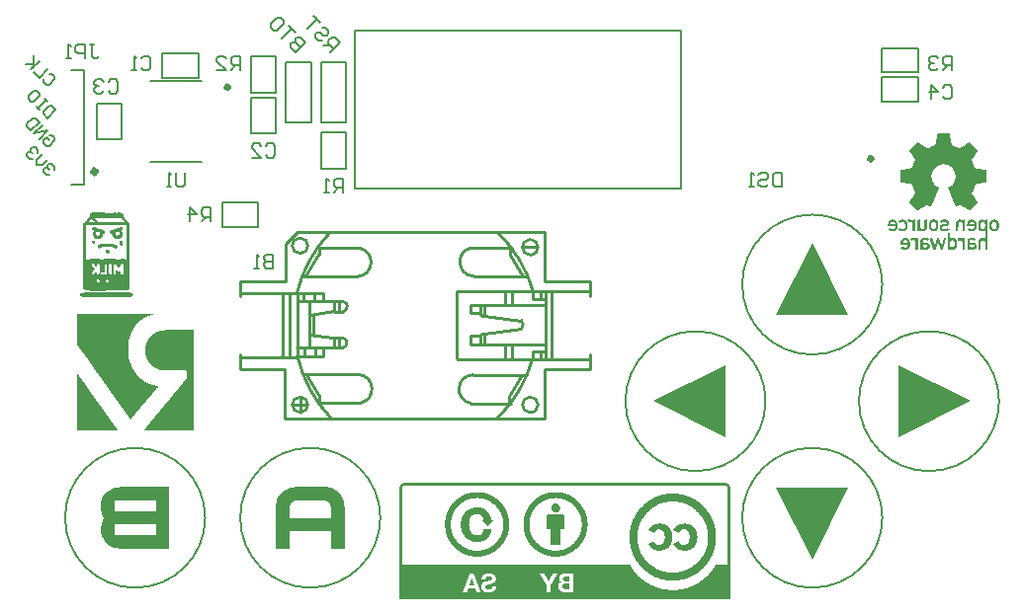
<source format=gbo>
G04*
G04 #@! TF.GenerationSoftware,Altium Limited,Altium Designer,24.7.2 (38)*
G04*
G04 Layer_Color=32896*
%FSLAX44Y44*%
%MOMM*%
G71*
G04*
G04 #@! TF.SameCoordinates,6DF0CBF5-DEE5-4F27-B30F-A21075B38201*
G04*
G04*
G04 #@! TF.FilePolarity,Positive*
G04*
G01*
G75*
%ADD21C,0.5000*%
%ADD31C,0.2000*%
%ADD32C,0.2540*%
G36*
X797340Y429856D02*
X797455Y429799D01*
X797484Y429712D01*
X797570Y429626D01*
X797657Y429252D01*
X797714Y429021D01*
X797830Y428330D01*
X797887Y428100D01*
X797945Y427697D01*
X798002Y427467D01*
X798117Y426776D01*
X798175Y426546D01*
X798233Y426143D01*
X798290Y425913D01*
X798405Y425222D01*
X798463Y424991D01*
X798578Y424300D01*
X798636Y424070D01*
X798693Y423667D01*
X798751Y423437D01*
X798866Y422746D01*
X798923Y422516D01*
X799039Y421825D01*
X799096Y421595D01*
X799154Y421192D01*
X799211Y420961D01*
X799326Y420271D01*
X799384Y420040D01*
X799528Y419781D01*
X799931Y419551D01*
X800507Y419321D01*
X800910Y419148D01*
X801773Y418802D01*
X802176Y418630D01*
X803040Y418284D01*
X803443Y418112D01*
X804306Y417766D01*
X804709Y417594D01*
X805285Y417363D01*
X805774Y417162D01*
X806062Y417047D01*
X806379Y416960D01*
X806782Y417075D01*
X807530Y417594D01*
X807645Y417651D01*
X808048Y417939D01*
X808164Y417996D01*
X808279Y418112D01*
X808394Y418169D01*
X808797Y418457D01*
X808912Y418515D01*
X809718Y419090D01*
X809833Y419148D01*
X810639Y419724D01*
X810754Y419781D01*
X811560Y420357D01*
X811675Y420415D01*
X812481Y420990D01*
X812596Y421048D01*
X812999Y421336D01*
X813115Y421393D01*
X813230Y421508D01*
X813345Y421566D01*
X813748Y421854D01*
X813863Y421911D01*
X814669Y422487D01*
X814957Y422545D01*
X815245Y422430D01*
X818497Y419177D01*
X818526Y419148D01*
X821952Y415723D01*
X822009Y415435D01*
X821952Y415204D01*
X821491Y414514D01*
X821433Y414398D01*
X820858Y413592D01*
X820800Y413477D01*
X820225Y412671D01*
X820167Y412556D01*
X819879Y412153D01*
X819821Y412038D01*
X819706Y411923D01*
X819649Y411808D01*
X819361Y411405D01*
X819303Y411290D01*
X818728Y410484D01*
X818670Y410368D01*
X818094Y409562D01*
X818037Y409447D01*
X817461Y408641D01*
X817404Y408526D01*
X817116Y408123D01*
X817058Y408008D01*
X816943Y407893D01*
X816885Y407778D01*
X816598Y407375D01*
X816540Y407029D01*
X816598Y406799D01*
X816713Y406511D01*
X819303Y400466D01*
X819418Y400178D01*
X819678Y399919D01*
X819879Y399833D01*
X820743Y399660D01*
X821088Y399603D01*
X821376Y399545D01*
X821721Y399488D01*
X822297Y399372D01*
X822643Y399315D01*
X822930Y399257D01*
X823276Y399200D01*
X823851Y399085D01*
X824197Y399027D01*
X824485Y398969D01*
X824830Y398912D01*
X825406Y398797D01*
X825751Y398739D01*
X826327Y398624D01*
X826672Y398567D01*
X826960Y398509D01*
X827306Y398451D01*
X827881Y398336D01*
X828227Y398279D01*
X828716Y398192D01*
X828946Y398135D01*
X829234Y398020D01*
X829321Y397876D01*
X829378Y388261D01*
X829321Y388031D01*
X829148Y387858D01*
X828543Y387715D01*
X828313Y387657D01*
X827622Y387542D01*
X827392Y387484D01*
X826989Y387427D01*
X826759Y387369D01*
X826068Y387254D01*
X825838Y387196D01*
X825147Y387081D01*
X824917Y387024D01*
X824513Y386966D01*
X824283Y386908D01*
X823592Y386793D01*
X823362Y386736D01*
X822671Y386621D01*
X822441Y386563D01*
X822038Y386506D01*
X821808Y386448D01*
X821117Y386333D01*
X820887Y386275D01*
X820196Y386160D01*
X819965Y386102D01*
X819764Y385901D01*
X819591Y385613D01*
X817058Y379280D01*
X816885Y378877D01*
X816828Y378359D01*
X816885Y378129D01*
X817288Y377553D01*
X817346Y377438D01*
X817634Y377035D01*
X817691Y376920D01*
X817807Y376805D01*
X817864Y376690D01*
X818152Y376287D01*
X818210Y376172D01*
X818785Y375366D01*
X818843Y375250D01*
X819418Y374444D01*
X819476Y374329D01*
X820052Y373523D01*
X820109Y373408D01*
X820685Y372602D01*
X820743Y372487D01*
X821318Y371681D01*
X821376Y371566D01*
X821952Y370760D01*
X822009Y370415D01*
X821894Y370127D01*
X815360Y363592D01*
X814957Y363362D01*
X814611Y363477D01*
X814208Y363765D01*
X814093Y363823D01*
X813690Y364110D01*
X813575Y364168D01*
X813460Y364283D01*
X813345Y364341D01*
X812942Y364629D01*
X812827Y364686D01*
X812021Y365262D01*
X811906Y365320D01*
X811100Y365895D01*
X810984Y365953D01*
X810179Y366529D01*
X810063Y366586D01*
X809257Y367162D01*
X809142Y367219D01*
X808336Y367795D01*
X808221Y367853D01*
X807415Y368428D01*
X806954Y368486D01*
X806206Y368140D01*
X805342Y367680D01*
X803788Y366874D01*
X803673Y366759D01*
X803270Y366701D01*
X803068Y366903D01*
X803011Y367018D01*
X802896Y367306D01*
X802723Y367709D01*
X802608Y367996D01*
X802435Y368400D01*
X802205Y368975D01*
X802032Y369378D01*
X801917Y369666D01*
X801744Y370069D01*
X801514Y370645D01*
X801341Y371048D01*
X801226Y371336D01*
X801053Y371739D01*
X800823Y372314D01*
X800650Y372717D01*
X800535Y373005D01*
X800363Y373408D01*
X800247Y373696D01*
X800075Y374099D01*
X799845Y374675D01*
X799672Y375078D01*
X799557Y375366D01*
X799384Y375769D01*
X799154Y376344D01*
X798981Y376747D01*
X798866Y377035D01*
X798693Y377438D01*
X798463Y378014D01*
X798290Y378417D01*
X798175Y378705D01*
X798002Y379108D01*
X797772Y379683D01*
X797599Y380086D01*
X797484Y380374D01*
X797311Y380777D01*
X797081Y381353D01*
X796908Y381756D01*
X796793Y382044D01*
X796621Y382447D01*
X796506Y382735D01*
X796448Y382907D01*
X796563Y383253D01*
X796736Y383368D01*
X797311Y383713D01*
X797657Y383944D01*
X798376Y384491D01*
X798492Y384548D01*
X798607Y384663D01*
X798722Y384721D01*
X798895Y384893D01*
X799010Y384951D01*
X799298Y385239D01*
X799413Y385297D01*
X800017Y385901D01*
X800075Y386016D01*
X800305Y386246D01*
X800449Y386448D01*
X800708Y386764D01*
X801399Y387801D01*
X801658Y388290D01*
X801946Y388923D01*
X802119Y389384D01*
X802262Y389758D01*
X802406Y390248D01*
X802464Y390535D01*
X802522Y390766D01*
X802608Y391255D01*
X802665Y391428D01*
X802723Y393385D01*
X802665Y394306D01*
X802608Y394537D01*
X802550Y394939D01*
X802378Y395630D01*
X802090Y396552D01*
X801975Y396839D01*
X801629Y397588D01*
X801226Y398336D01*
X800938Y398739D01*
X800881Y398854D01*
X800766Y398969D01*
X800708Y399085D01*
X800593Y399200D01*
X800535Y399315D01*
X800363Y399488D01*
X800305Y399603D01*
X799240Y400668D01*
X799039Y400812D01*
X798722Y401071D01*
X798520Y401215D01*
X797801Y401704D01*
X796563Y402366D01*
X796275Y402481D01*
X795296Y402827D01*
X794606Y402999D01*
X794260Y403057D01*
X793598Y403143D01*
X793425Y403201D01*
X791439Y403172D01*
X790979Y403115D01*
X790432Y403028D01*
X789741Y402855D01*
X788820Y402568D01*
X788532Y402453D01*
X787553Y401992D01*
X787438Y401934D01*
X786977Y401646D01*
X786862Y401589D01*
X786459Y401301D01*
X786344Y401244D01*
X786229Y401128D01*
X786114Y401071D01*
X785999Y400956D01*
X785884Y400898D01*
X785509Y400524D01*
X785164Y400236D01*
X785107Y400121D01*
X784646Y399660D01*
X784243Y399142D01*
X784099Y398941D01*
X783725Y398394D01*
X783235Y397559D01*
X782948Y396926D01*
X782832Y396638D01*
X782573Y395918D01*
X782487Y395602D01*
X782372Y395141D01*
X782286Y394652D01*
X782228Y394479D01*
X782170Y393328D01*
X782113Y393155D01*
X782170Y392234D01*
X782228Y391485D01*
X782286Y391255D01*
X782343Y390852D01*
X782516Y390161D01*
X782804Y389240D01*
X783667Y387455D01*
X783955Y387052D01*
X784013Y386937D01*
X784128Y386822D01*
X784185Y386707D01*
X784358Y386534D01*
X784416Y386419D01*
X784646Y386189D01*
X784704Y386074D01*
X785538Y385239D01*
X785653Y385181D01*
X785826Y385009D01*
X786028Y384865D01*
X786747Y384318D01*
X786862Y384260D01*
X787006Y384116D01*
X787553Y383742D01*
X787668Y383685D01*
X788014Y383454D01*
X788129Y383397D01*
X788331Y383195D01*
X788388Y382850D01*
X788331Y382620D01*
X788215Y382332D01*
X788043Y381929D01*
X787927Y381641D01*
X787755Y381238D01*
X787524Y380662D01*
X787352Y380259D01*
X787237Y379971D01*
X787064Y379568D01*
X786834Y378993D01*
X786661Y378590D01*
X786546Y378302D01*
X786373Y377899D01*
X786258Y377611D01*
X786085Y377208D01*
X785855Y376632D01*
X785682Y376229D01*
X785567Y375941D01*
X785394Y375538D01*
X785164Y374963D01*
X784991Y374560D01*
X784876Y374272D01*
X784704Y373869D01*
X784473Y373293D01*
X784301Y372890D01*
X784185Y372602D01*
X784013Y372199D01*
X783782Y371623D01*
X783610Y371221D01*
X783494Y370933D01*
X783322Y370530D01*
X783092Y369954D01*
X782919Y369551D01*
X782804Y369263D01*
X782631Y368860D01*
X782401Y368284D01*
X782228Y367881D01*
X782113Y367593D01*
X781940Y367191D01*
X781825Y366903D01*
X781681Y366759D01*
X781451Y366701D01*
X781048Y366874D01*
X780184Y367335D01*
X778630Y368140D01*
X778169Y368428D01*
X777651Y368486D01*
X777363Y368371D01*
X776557Y367795D01*
X776442Y367738D01*
X775636Y367162D01*
X775521Y367104D01*
X774715Y366529D01*
X774600Y366471D01*
X773794Y365895D01*
X773679Y365838D01*
X772873Y365262D01*
X772758Y365204D01*
X772355Y364916D01*
X772240Y364859D01*
X772124Y364744D01*
X772009Y364686D01*
X771606Y364398D01*
X771491Y364341D01*
X770887Y363909D01*
X770196Y363448D01*
X769965Y363391D01*
X769649Y363477D01*
X763201Y369925D01*
X762942Y370242D01*
X762884Y370587D01*
X762999Y370875D01*
X763575Y371681D01*
X763633Y371796D01*
X763921Y372199D01*
X763978Y372314D01*
X764093Y372430D01*
X764151Y372545D01*
X764439Y372948D01*
X764496Y373063D01*
X765072Y373869D01*
X765129Y373984D01*
X765705Y374790D01*
X765763Y374905D01*
X766339Y375711D01*
X766396Y375826D01*
X766972Y376632D01*
X767029Y376747D01*
X767317Y377150D01*
X767375Y377265D01*
X767490Y377381D01*
X767548Y377496D01*
X767835Y377899D01*
X767893Y378014D01*
X768008Y378129D01*
X768066Y378590D01*
X768008Y378820D01*
X765475Y385153D01*
X765302Y385556D01*
X765245Y385786D01*
X764986Y386045D01*
X764784Y386131D01*
X764554Y386189D01*
X764208Y386246D01*
X763633Y386362D01*
X763287Y386419D01*
X762999Y386477D01*
X762654Y386534D01*
X762078Y386649D01*
X761733Y386707D01*
X761157Y386822D01*
X760812Y386880D01*
X760524Y386937D01*
X760179Y386995D01*
X759603Y387110D01*
X759257Y387168D01*
X758682Y387283D01*
X758336Y387340D01*
X758048Y387398D01*
X757703Y387455D01*
X757127Y387570D01*
X756782Y387628D01*
X756494Y387686D01*
X756005Y387772D01*
X755774Y387830D01*
X755515Y388089D01*
X755458Y397588D01*
X755602Y397962D01*
X755803Y398106D01*
X756033Y398163D01*
X756379Y398221D01*
X756954Y398336D01*
X757300Y398394D01*
X757588Y398451D01*
X757933Y398509D01*
X758509Y398624D01*
X758854Y398682D01*
X759142Y398739D01*
X759488Y398797D01*
X760063Y398912D01*
X760409Y398969D01*
X760984Y399085D01*
X761330Y399142D01*
X761618Y399200D01*
X761963Y399257D01*
X762539Y399372D01*
X762884Y399430D01*
X763172Y399488D01*
X763518Y399545D01*
X764093Y399660D01*
X764439Y399718D01*
X764928Y399804D01*
X765216Y399919D01*
X765302Y400006D01*
X765648Y400639D01*
X768238Y406684D01*
X768354Y406972D01*
X768296Y407317D01*
X768123Y407605D01*
X768066Y407720D01*
X767778Y408123D01*
X767720Y408238D01*
X767605Y408354D01*
X767548Y408469D01*
X767260Y408872D01*
X767202Y408987D01*
X766626Y409793D01*
X766569Y409908D01*
X765993Y410714D01*
X765936Y410829D01*
X765360Y411635D01*
X765302Y411750D01*
X764726Y412556D01*
X764669Y412671D01*
X764093Y413477D01*
X764036Y413592D01*
X763460Y414398D01*
X763402Y414514D01*
X763115Y414916D01*
X763057Y415032D01*
X762942Y415147D01*
X762884Y415492D01*
X762942Y415723D01*
X769678Y422458D01*
X769994Y422545D01*
X770225Y422487D01*
X770628Y422199D01*
X770743Y422142D01*
X771549Y421566D01*
X771664Y421508D01*
X772470Y420933D01*
X772585Y420875D01*
X773391Y420299D01*
X773506Y420242D01*
X773909Y419954D01*
X774024Y419896D01*
X774139Y419781D01*
X774255Y419724D01*
X774658Y419436D01*
X774773Y419378D01*
X775579Y418802D01*
X775694Y418745D01*
X776500Y418169D01*
X776615Y418112D01*
X777421Y417536D01*
X777536Y417478D01*
X778140Y417047D01*
X778515Y416960D01*
X778745Y417018D01*
X779321Y417248D01*
X779724Y417421D01*
X780587Y417766D01*
X780990Y417939D01*
X782142Y418400D01*
X782545Y418572D01*
X783408Y418918D01*
X783811Y419090D01*
X784675Y419436D01*
X785193Y419666D01*
X785337Y419810D01*
X785481Y420011D01*
X785567Y420328D01*
X785625Y420558D01*
X785682Y420961D01*
X785740Y421192D01*
X785855Y421883D01*
X785912Y422113D01*
X786028Y422804D01*
X786085Y423034D01*
X786143Y423437D01*
X786200Y423667D01*
X786316Y424358D01*
X786373Y424588D01*
X786488Y425279D01*
X786546Y425509D01*
X786603Y425913D01*
X786661Y426143D01*
X786776Y426834D01*
X786834Y427064D01*
X786949Y427755D01*
X787006Y427985D01*
X787064Y428388D01*
X787122Y428618D01*
X787237Y429309D01*
X787352Y429712D01*
X787496Y429856D01*
X797168Y429914D01*
X797340Y429856D01*
D02*
G37*
G36*
X778198Y355446D02*
Y355389D01*
Y348941D01*
X778140Y348365D01*
X777968Y347789D01*
X777795Y347386D01*
X777565Y347041D01*
X777507Y346926D01*
X777104Y346523D01*
X776385Y346033D01*
X776183Y345947D01*
X775895Y345832D01*
X775579Y345746D01*
X775406Y345688D01*
X774226Y345717D01*
X773851Y345803D01*
X772988Y346206D01*
X772873Y346264D01*
X772297Y346839D01*
X772268Y345832D01*
X770282Y345803D01*
X770253Y355676D01*
X772240Y355705D01*
X772268Y350207D01*
X772326Y349459D01*
X772383Y349056D01*
X772614Y348538D01*
X772671Y348423D01*
X772988Y348106D01*
X773621Y347761D01*
X774542Y347703D01*
X774945Y347818D01*
X775348Y347991D01*
X775521Y348163D01*
X775636Y348221D01*
X775723Y348365D01*
X776068Y348998D01*
X776125Y349171D01*
X776183Y355676D01*
X778169Y355705D01*
X778198Y355446D01*
D02*
G37*
G36*
X758020Y355763D02*
X758710Y355590D01*
X758998Y355475D01*
X759401Y355302D01*
X759747Y355072D01*
X759862Y355014D01*
X760092Y354784D01*
X760207Y354726D01*
X760351Y354583D01*
X760409Y354468D01*
X760495Y354381D01*
X760754Y354064D01*
X761186Y353287D01*
X761416Y352654D01*
X761474Y352424D01*
X761560Y351934D01*
X761618Y351762D01*
X761675Y350438D01*
X761618Y350207D01*
X761560Y349459D01*
X761445Y348998D01*
X761272Y348423D01*
X760984Y347789D01*
X760927Y347674D01*
X760639Y347271D01*
X760582Y347156D01*
X760207Y346782D01*
X760006Y346638D01*
X759689Y346379D01*
X759286Y346148D01*
X759171Y346091D01*
X758768Y345918D01*
X758365Y345803D01*
X758192Y345746D01*
X756868Y345688D01*
X756292Y345746D01*
X755832Y345861D01*
X755544Y345976D01*
X755487D01*
X754911Y346264D01*
X754565Y346494D01*
X754450Y346552D01*
X754277Y346724D01*
X754162Y346782D01*
X753673Y347271D01*
X753615Y347444D01*
X753702Y347530D01*
X753817Y347588D01*
X754220Y347991D01*
X754335Y348048D01*
X754652Y348365D01*
X754968Y348624D01*
X755083Y348682D01*
X755342Y348423D01*
X755659Y348163D01*
X756408Y347761D01*
X757386Y347703D01*
X757789Y347761D01*
X758020Y347818D01*
X758538Y348048D01*
X758653Y348106D01*
X758998Y348451D01*
X759286Y348912D01*
X759516Y349545D01*
X759574Y349891D01*
X759632Y350582D01*
X759603Y351359D01*
X759545Y351762D01*
X759488Y351992D01*
X759315Y352568D01*
X759085Y352913D01*
X759027Y353028D01*
X758768Y353287D01*
X758135Y353633D01*
X757847Y353748D01*
X756811Y353805D01*
X756350Y353690D01*
X755717Y353402D01*
X755602Y353287D01*
X755487Y353230D01*
X755141Y352884D01*
X754968Y352827D01*
X754565Y353230D01*
X754450Y353287D01*
X753990Y353748D01*
X753875Y353805D01*
X753615Y354064D01*
X753731Y354295D01*
X753990Y354554D01*
X754105Y354611D01*
X754306Y354813D01*
X754853Y355187D01*
X755342Y355446D01*
X756062Y355705D01*
X756235Y355763D01*
X757444Y355820D01*
X758020Y355763D01*
D02*
G37*
G36*
X817548D02*
X818008Y355648D01*
X818872Y355245D01*
X818987Y355187D01*
X819102Y355072D01*
X819217Y355014D01*
X819563Y354669D01*
X819850Y354324D01*
X820253Y353690D01*
X820368Y353402D01*
X820628Y352683D01*
X820685Y352510D01*
X820743Y351934D01*
X820771Y351906D01*
X820858Y350956D01*
X820800Y349689D01*
X820743Y349459D01*
X820685Y349056D01*
X820628Y348826D01*
X820455Y348250D01*
X820052Y347386D01*
X819937Y347271D01*
X819879Y347156D01*
X819418Y346695D01*
X819102Y346436D01*
X818613Y346120D01*
X818325Y346005D01*
X817951Y345861D01*
X817720Y345803D01*
X817548Y345746D01*
X815936Y345688D01*
X815533Y345746D01*
X815072Y345861D01*
X814669Y345976D01*
X814151Y346206D01*
X813805Y346436D01*
X813690Y346494D01*
X813575Y346609D01*
X813460Y346667D01*
X812856Y347271D01*
X813115Y347530D01*
X813230Y347588D01*
X813460Y347818D01*
X813575Y347876D01*
X813863Y348163D01*
X813978Y348221D01*
X814208Y348451D01*
X814324Y348509D01*
X814496Y348336D01*
X814611Y348279D01*
X814726Y348163D01*
X815475Y347761D01*
X815763Y347645D01*
X816857Y347588D01*
X817317Y347703D01*
X817835Y347933D01*
X817951Y347991D01*
X818296Y348336D01*
X818584Y348797D01*
X818699Y349085D01*
X818756Y349315D01*
X818843Y349977D01*
X812625Y350035D01*
X812654Y351675D01*
X812712Y352366D01*
X812769Y352654D01*
X812856Y353028D01*
X813316Y354007D01*
X813374Y354122D01*
X813489Y354237D01*
X813546Y354352D01*
X814093Y354899D01*
X814208Y354957D01*
X814295Y355043D01*
X814755Y355331D01*
X815389Y355619D01*
X815705Y355705D01*
X815878Y355763D01*
X816972Y355820D01*
X817548Y355763D01*
D02*
G37*
G36*
X749787D02*
X750017Y355705D01*
X750420Y355590D01*
X750938Y355360D01*
X751284Y355130D01*
X751399Y355072D01*
X751888Y354583D01*
X752291Y354064D01*
X752550Y353575D01*
X752781Y352999D01*
X752838Y352769D01*
X752982Y352165D01*
X753040Y351992D01*
X753097Y350438D01*
X753040Y349689D01*
X752925Y348998D01*
X752867Y348768D01*
X752694Y348192D01*
X752464Y347674D01*
X752234Y347329D01*
X752176Y347214D01*
X752003Y347041D01*
X751946Y346926D01*
X751802Y346782D01*
X751600Y346638D01*
X751284Y346379D01*
X751169Y346321D01*
X751082Y346235D01*
X751053Y346206D01*
X750737Y346062D01*
X750190Y345861D01*
X749960Y345803D01*
X749787Y345746D01*
X748348Y345688D01*
X747772Y345746D01*
X747081Y345918D01*
X746793Y346033D01*
X746390Y346206D01*
X746045Y346436D01*
X745930Y346494D01*
X745757Y346667D01*
X745642Y346724D01*
X745095Y347271D01*
X745239Y347415D01*
X745354Y347473D01*
X745642Y347761D01*
X745757Y347818D01*
X746045Y348106D01*
X746160Y348163D01*
X746448Y348451D01*
X746563Y348509D01*
X746678Y348394D01*
X746793Y348336D01*
X746966Y348163D01*
X747714Y347761D01*
X748002Y347645D01*
X749096Y347588D01*
X749557Y347703D01*
X750190Y347991D01*
X750391Y348135D01*
X750449Y348250D01*
X750535Y348336D01*
X750823Y348797D01*
X750967Y349171D01*
X751025Y349344D01*
X751082Y349977D01*
X744951Y350006D01*
X744922Y351934D01*
X744980Y352510D01*
X745037Y352740D01*
X745210Y353316D01*
X745383Y353719D01*
X745613Y354064D01*
X745671Y354180D01*
X745786Y354295D01*
X745843Y354410D01*
X746131Y354698D01*
X746448Y354957D01*
X746649Y355101D01*
X747225Y355446D01*
X747945Y355705D01*
X748117Y355763D01*
X749211Y355820D01*
X749787Y355763D01*
D02*
G37*
G36*
X807070D02*
X807530Y355648D01*
X807933Y355475D01*
X808048Y355417D01*
X808624Y355014D01*
X808653Y354986D01*
X808768Y354870D01*
X808912Y354669D01*
X808941Y355676D01*
X810984Y355705D01*
X811013Y345832D01*
X808969Y345803D01*
X808941Y352049D01*
X808826Y352510D01*
X808595Y353028D01*
X808480Y353143D01*
X808423Y353259D01*
X808336Y353287D01*
X808221Y353402D01*
X807588Y353748D01*
X806782Y353805D01*
X806321Y353690D01*
X805918Y353518D01*
X805803Y353402D01*
X805688Y353345D01*
X805487Y353086D01*
X805199Y352568D01*
X805141Y352395D01*
X805083Y345832D01*
X803040Y345803D01*
X803011Y351877D01*
X803068Y352798D01*
X803126Y353201D01*
X803299Y353777D01*
X803414Y354064D01*
X803644Y354410D01*
X803702Y354525D01*
X804306Y355130D01*
X804709Y355360D01*
X804796Y355446D01*
X805083Y355561D01*
X805458Y355705D01*
X805630Y355763D01*
X806667Y355820D01*
X807070Y355763D01*
D02*
G37*
G36*
X764237D02*
X764813Y355590D01*
X764871D01*
X765101Y355475D01*
X765446Y355245D01*
X765561Y355187D01*
X766079Y354669D01*
X766108Y355676D01*
X768094Y355705D01*
X768123Y345832D01*
X766137Y345803D01*
X766108Y351071D01*
X766051Y352165D01*
X765936Y352625D01*
X765763Y353028D01*
X765389Y353402D01*
X764755Y353748D01*
X763892Y353805D01*
X763316Y353633D01*
X762971Y353402D01*
X762856Y353345D01*
X762596Y353604D01*
X762539Y353719D01*
X762309Y353949D01*
X762251Y354064D01*
X762021Y354295D01*
X761963Y354410D01*
X761675Y354698D01*
X761618Y354813D01*
X761387Y355043D01*
X761416Y355072D01*
X761531Y355130D01*
X761646Y355245D01*
X762280Y355590D01*
X762568Y355705D01*
X762740Y355763D01*
X763661Y355820D01*
X764237Y355763D01*
D02*
G37*
G36*
X836719D02*
X836949Y355705D01*
X837352Y355590D01*
X837927Y355360D01*
X838331Y355072D01*
X838446Y355014D01*
X838992Y354468D01*
X839050Y354352D01*
X839252Y354093D01*
X839539Y353633D01*
X839712Y353172D01*
X839799Y352855D01*
X839856Y352683D01*
X839914Y352049D01*
X839971Y351877D01*
X839942Y349603D01*
X839885Y349085D01*
X839827Y348739D01*
X839741Y348365D01*
X839338Y347501D01*
X839280Y347386D01*
X839165Y347271D01*
X839108Y347156D01*
X838618Y346667D01*
X838100Y346264D01*
X837611Y346005D01*
X837064Y345803D01*
X836891Y345746D01*
X835567Y345688D01*
X834991Y345746D01*
X834761Y345803D01*
X834358Y345918D01*
X833840Y346148D01*
X833494Y346379D01*
X833379Y346436D01*
X832717Y347098D01*
X832573Y347300D01*
X832228Y347876D01*
X832199Y347904D01*
X832055Y348279D01*
X831998Y348509D01*
X831911Y348941D01*
X831854Y349113D01*
X831796Y351819D01*
X831854Y352049D01*
X831911Y352625D01*
X831969Y352855D01*
X832084Y353259D01*
X832430Y354007D01*
X832487Y354122D01*
X832602Y354237D01*
X832660Y354352D01*
X833264Y354957D01*
X833379Y355014D01*
X833466Y355101D01*
X834041Y355446D01*
X834761Y355705D01*
X834934Y355763D01*
X836143Y355820D01*
X836719Y355763D01*
D02*
G37*
G36*
X784790D02*
X785481Y355590D01*
X786229Y355245D01*
X786344Y355130D01*
X786459Y355072D01*
X786690Y354842D01*
X786805Y354784D01*
X786949Y354640D01*
X787006Y354525D01*
X787093Y354439D01*
X787352Y354122D01*
X787409Y354007D01*
X787496Y353921D01*
X787784Y353287D01*
X787899Y352827D01*
X788014Y352193D01*
X788100Y350956D01*
X788043Y349689D01*
X787956Y348912D01*
X787870Y348538D01*
X787812Y348307D01*
X787582Y347732D01*
X787352Y347386D01*
X787294Y347271D01*
X787122Y347098D01*
X787064Y346983D01*
X786805Y346724D01*
X786603Y346580D01*
X786287Y346321D01*
X785769Y346033D01*
X785193Y345803D01*
X784847Y345746D01*
X784675Y345688D01*
X783264Y345717D01*
X782919Y345774D01*
X782602Y345861D01*
X782314Y345976D01*
X781911Y346148D01*
X781508Y346436D01*
X781393Y346494D01*
X781105Y346782D01*
X780817Y347127D01*
X780558Y347444D01*
X780299Y347933D01*
X780127Y348394D01*
X780069Y348624D01*
X779954Y349257D01*
X779896Y349948D01*
X779868Y349977D01*
Y351186D01*
X779925Y351762D01*
X779983Y352510D01*
X780098Y352971D01*
X780213Y353374D01*
X780386Y353777D01*
X780616Y354122D01*
X780674Y354237D01*
X780846Y354410D01*
X780904Y354525D01*
X781220Y354842D01*
X781336Y354899D01*
X781508Y355072D01*
X782286Y355504D01*
X782660Y355648D01*
X782890Y355705D01*
X783063Y355763D01*
X784387Y355820D01*
X784790Y355763D01*
D02*
G37*
G36*
X794231D02*
X794692Y355648D01*
X795095Y355532D01*
X795728Y355245D01*
X795843Y355130D01*
X795959Y355072D01*
X796419Y354611D01*
X796707Y354151D01*
X796736Y354122D01*
X796966Y353546D01*
X797024Y352568D01*
X796966Y352165D01*
X796908Y351934D01*
X796851Y351762D01*
X796793Y351531D01*
X796563Y351186D01*
X796506Y351071D01*
X796131Y350697D01*
X796016Y350639D01*
X795901Y350524D01*
X795412Y350265D01*
X794778Y350035D01*
X794433Y349977D01*
X793972Y349919D01*
X792274Y349776D01*
X791814Y349660D01*
X791526Y349545D01*
X791439Y349459D01*
X791382Y349344D01*
X791266Y349229D01*
X791209Y348653D01*
X791382Y348250D01*
X791439Y348135D01*
X791526Y348048D01*
X792159Y347703D01*
X792332Y347645D01*
X793483Y347588D01*
X794059Y347645D01*
X794289Y347703D01*
X794692Y347818D01*
X795268Y348048D01*
X795671Y348336D01*
X795786Y348394D01*
X796016Y348624D01*
X796304Y348797D01*
X797110Y347991D01*
X797225Y347933D01*
X797599Y347559D01*
X797657Y347444D01*
X797513Y347300D01*
X797311Y347156D01*
X796592Y346609D01*
X795959Y346264D01*
X795642Y346120D01*
X795009Y345890D01*
X794721Y345832D01*
X794088Y345717D01*
X793339Y345659D01*
X792792Y345688D01*
X792216Y345746D01*
X791756Y345861D01*
X791353Y345976D01*
X790374Y346436D01*
X790201Y346609D01*
X790086Y346667D01*
X789942Y346811D01*
X789885Y346926D01*
X789712Y347098D01*
X789367Y347732D01*
X789252Y348020D01*
X789194Y349056D01*
X789309Y349747D01*
X789655Y350495D01*
X789712Y350610D01*
X790086Y350984D01*
X790288Y351128D01*
X790633Y351359D01*
X791094Y351531D01*
X791411Y351618D01*
X791583Y351675D01*
X792619Y351733D01*
X792850Y351790D01*
X793944Y351848D01*
X794174Y351906D01*
X794692Y352136D01*
X794951Y352453D01*
X795009Y352855D01*
X794893Y353316D01*
X794634Y353575D01*
X794116Y353863D01*
X793310Y353921D01*
X792562Y353863D01*
X792332Y353805D01*
X791929Y353690D01*
X791065Y353287D01*
X790662Y352999D01*
X790576Y353086D01*
X790518Y353201D01*
X790230Y353489D01*
X790173Y353604D01*
X789885Y353892D01*
X789827Y354007D01*
X789597Y354237D01*
X789539Y354352D01*
X789424Y354468D01*
X789511Y354554D01*
X789626Y354611D01*
X789712Y354698D01*
X790058Y354928D01*
X790633Y355274D01*
X790921Y355389D01*
X791382Y355561D01*
X791698Y355648D01*
X791929Y355705D01*
X792101Y355763D01*
X793656Y355820D01*
X794231Y355763D01*
D02*
G37*
G36*
X826183D02*
X826644Y355648D01*
X827047Y355475D01*
X827450Y355245D01*
X827565Y355187D01*
X827795Y354957D01*
X827910Y354899D01*
X828083Y354726D01*
X828112Y355676D01*
X830098Y355705D01*
X830127Y330173D01*
X828140Y330144D01*
X828112Y335412D01*
X828054Y336506D01*
X827997Y336736D01*
X827881Y337024D01*
X827824Y337254D01*
X827709Y337369D01*
X827651Y337484D01*
X827392Y337743D01*
X826759Y338089D01*
X825838Y338146D01*
X825435Y338031D01*
X825032Y337858D01*
X824658Y337484D01*
X824312Y336851D01*
X824255Y336678D01*
X824197Y330173D01*
X822211Y330144D01*
X822182Y336851D01*
X822240Y337427D01*
X822355Y337887D01*
X822700Y338636D01*
X822758Y338751D01*
X822873Y338866D01*
X822930Y338981D01*
X823305Y339355D01*
X823420Y339413D01*
X823535Y339528D01*
X824398Y339989D01*
X824686Y340104D01*
X825838Y340161D01*
X826528Y340046D01*
X827392Y339643D01*
X827507Y339585D01*
X827680Y339413D01*
X827795Y339355D01*
X828083Y339067D01*
X828112Y341917D01*
Y341975D01*
Y346753D01*
X828025Y346782D01*
X827939Y346695D01*
X827622Y346436D01*
X827421Y346292D01*
X826845Y345947D01*
X826385Y345774D01*
X826097Y345717D01*
X825579Y345659D01*
X825147Y345688D01*
X824744Y345746D01*
X824341Y345861D01*
X823938Y346033D01*
X823592Y346264D01*
X823477Y346321D01*
X823103Y346695D01*
X822700Y347214D01*
X822441Y347703D01*
X822383Y347933D01*
X822297Y348307D01*
X822240Y348480D01*
X822182Y352222D01*
X822240Y352625D01*
X822297Y353201D01*
X822412Y353661D01*
X822700Y354295D01*
X822758Y354410D01*
X822930Y354583D01*
X822988Y354698D01*
X823362Y355072D01*
X823477Y355130D01*
X823592Y355245D01*
X824110Y355532D01*
X824686Y355763D01*
X825780Y355820D01*
X826183Y355763D01*
D02*
G37*
G36*
X817835Y340104D02*
X818238Y340046D01*
X818641Y339931D01*
X819390Y339585D01*
X819505Y339528D01*
X819678Y339355D01*
X819793Y339298D01*
X819994Y339096D01*
X820052Y338981D01*
X820225Y338808D01*
X820282Y338693D01*
X820196Y338664D01*
X820081Y338549D01*
X819965Y338492D01*
X819850Y338377D01*
X819735Y338319D01*
X819620Y338204D01*
X819418Y338060D01*
X818699Y337513D01*
X818670Y337599D01*
X818354Y337916D01*
X818066Y338089D01*
X817778Y338204D01*
X816281Y338261D01*
X816051Y338204D01*
X815648Y338146D01*
X815245Y337974D01*
X815158Y337887D01*
X814871Y337484D01*
X814813Y336045D01*
X817663Y336016D01*
X818469Y335901D01*
X818872Y335786D01*
X819505Y335498D01*
X819620Y335440D01*
X819793Y335268D01*
X819908Y335210D01*
X820052Y335066D01*
X820109Y334951D01*
X820196Y334865D01*
X820541Y334289D01*
X820685Y333915D01*
X820743Y333742D01*
X820800Y333051D01*
X820743Y332476D01*
X820628Y332015D01*
X820397Y331497D01*
X820023Y331007D01*
X819821Y330863D01*
X819505Y330605D01*
X819016Y330345D01*
X818728Y330230D01*
X818411Y330144D01*
X818238Y330086D01*
X816857Y330029D01*
X816281Y330086D01*
X815878Y330201D01*
X815590Y330317D01*
X815533D01*
X815417Y330374D01*
X815302Y330489D01*
X815187Y330547D01*
X815158Y330633D01*
X814986Y330806D01*
X814842Y331007D01*
X814813Y330173D01*
X812827Y330144D01*
X812798Y337081D01*
X812856Y337657D01*
X812971Y338117D01*
X813201Y338693D01*
X813316Y338808D01*
X813374Y338923D01*
X813834Y339384D01*
X814410Y339729D01*
X815043Y339960D01*
X815417Y340046D01*
X815590Y340104D01*
X817605Y340161D01*
X817835Y340104D01*
D02*
G37*
G36*
X778083Y340075D02*
X778457Y339989D01*
X778745Y339873D01*
X779148Y339701D01*
X779493Y339470D01*
X779609Y339413D01*
X779983Y339039D01*
X780040Y338923D01*
X780155Y338808D01*
X780213Y338693D01*
X780127Y338664D01*
X779954Y338492D01*
X779839Y338434D01*
X779724Y338319D01*
X779609Y338261D01*
X779493Y338146D01*
X779378Y338089D01*
X779263Y337974D01*
X779148Y337916D01*
X778975Y337743D01*
X778860Y337686D01*
X778745Y337570D01*
X778630Y337513D01*
X778601Y337599D01*
X778284Y337916D01*
X777881Y338146D01*
X777709Y338204D01*
X776212Y338261D01*
X775982Y338204D01*
X775579Y338146D01*
X775176Y337974D01*
X775032Y337830D01*
X774801Y337427D01*
X774744Y336045D01*
X777248Y336016D01*
X778169Y335959D01*
X778860Y335786D01*
X779263Y335613D01*
X779609Y335383D01*
X779724Y335325D01*
X780040Y335009D01*
X780098Y334893D01*
X780213Y334778D01*
X780501Y334260D01*
X780616Y333972D01*
X780674Y333800D01*
X780731Y332821D01*
X780674Y332418D01*
X780616Y332188D01*
X780558Y332015D01*
X780501Y331785D01*
X780271Y331439D01*
Y331382D01*
X780155Y331267D01*
X780098Y331151D01*
X779896Y330950D01*
X779695Y330806D01*
X779148Y330432D01*
X778946Y330345D01*
X778400Y330144D01*
X778227Y330086D01*
X776672Y330029D01*
X776269Y330086D01*
X775809Y330201D01*
X775291Y330432D01*
X774917Y330806D01*
X774859Y330921D01*
X774773Y331007D01*
X774744Y330173D01*
X772758Y330144D01*
X772729Y337024D01*
X772786Y337599D01*
X772902Y338060D01*
X773247Y338808D01*
X773305Y338923D01*
X773679Y339298D01*
X773880Y339442D01*
X774341Y339729D01*
X774974Y339960D01*
X775348Y340046D01*
X775521Y340104D01*
X777306Y340161D01*
X778083Y340075D01*
D02*
G37*
G36*
X794893Y340017D02*
X794836Y339787D01*
X792648Y332936D01*
X791871Y330489D01*
X791785Y330173D01*
X789971Y330144D01*
X789885Y330403D01*
X789539Y331554D01*
X789424Y331957D01*
X788388Y335412D01*
X788273Y335815D01*
X787899Y337052D01*
X787697Y336448D01*
X786834Y333569D01*
X786719Y333166D01*
X786200Y331439D01*
X786028Y330806D01*
X785912Y330518D01*
X785855Y330173D01*
X784041Y330144D01*
X783897Y330518D01*
X781307Y338636D01*
X781077Y339384D01*
X780961Y339672D01*
X780904Y340017D01*
X783005Y340046D01*
X783034Y339960D01*
X783264Y339154D01*
X783322Y338923D01*
X783437Y338520D01*
X783494Y338290D01*
X783610Y337887D01*
X783667Y337657D01*
X783782Y337254D01*
X783840Y337024D01*
X783955Y336621D01*
X784013Y336390D01*
X784128Y335987D01*
X784185Y335757D01*
X784301Y335354D01*
X784358Y335124D01*
X784473Y334721D01*
X784531Y334491D01*
X784646Y334087D01*
X784704Y333857D01*
X784819Y333454D01*
X784905Y333138D01*
X785049Y333512D01*
X787035Y339643D01*
X787122Y340017D01*
X788647Y340046D01*
X788733Y339787D01*
X789367Y337830D01*
X789799Y336477D01*
X789827Y336448D01*
X790000Y335872D01*
X790633Y333915D01*
X790748Y333512D01*
X790892Y333138D01*
X790979Y333397D01*
X791036Y333627D01*
X791151Y334030D01*
X791209Y334260D01*
X791324Y334663D01*
X791382Y334893D01*
X791497Y335297D01*
X791554Y335527D01*
X791669Y335930D01*
X791727Y336160D01*
X791957Y336966D01*
X792015Y337196D01*
X792130Y337599D01*
X792188Y337830D01*
X792303Y338233D01*
X792360Y338463D01*
X792476Y338866D01*
X792533Y339096D01*
X792648Y339499D01*
X792706Y339729D01*
X792792Y340046D01*
X794893Y340017D01*
D02*
G37*
G36*
X760553Y340104D02*
X760783Y340046D01*
X761186Y339931D01*
X761704Y339701D01*
X762049Y339470D01*
X762165Y339413D01*
X762740Y338837D01*
X762971Y338492D01*
X763259Y338031D01*
X763374Y337743D01*
X763604Y337110D01*
X763661Y336880D01*
X763719Y336592D01*
X763777Y336246D01*
X763863Y335297D01*
X763805Y334030D01*
X763748Y333800D01*
X763690Y333397D01*
X763633Y333166D01*
X763460Y332591D01*
X763230Y332072D01*
X763172Y331957D01*
X762942Y331612D01*
X762884Y331497D01*
X762452Y331065D01*
X761934Y330662D01*
X761445Y330403D01*
X760984Y330230D01*
X760668Y330144D01*
X760495Y330086D01*
X758826Y330029D01*
X758768D01*
X757847Y330259D01*
X757559Y330374D01*
X757156Y330547D01*
X756811Y330777D01*
X756695Y330835D01*
X756580Y330950D01*
X756465Y331007D01*
X755861Y331612D01*
X756120Y331871D01*
X756235Y331929D01*
X756523Y332216D01*
X756638Y332274D01*
X756926Y332562D01*
X757041Y332620D01*
X757214Y332792D01*
X757329Y332850D01*
X757501Y332677D01*
X757617Y332620D01*
X757732Y332504D01*
X758365Y332159D01*
X758653Y332044D01*
X758826Y331986D01*
X759862Y331929D01*
X760322Y332044D01*
X760841Y332274D01*
X760956Y332332D01*
X761330Y332706D01*
X761675Y333339D01*
X761762Y333656D01*
X761848Y334318D01*
X755630Y334375D01*
X755659Y336074D01*
X755717Y336707D01*
X755774Y336995D01*
X755861Y337369D01*
X756321Y338348D01*
X756379Y338463D01*
X756494Y338578D01*
X756552Y338693D01*
X757098Y339240D01*
X757300Y339384D01*
X757760Y339672D01*
X758106Y339845D01*
X758653Y340046D01*
X758826Y340104D01*
X760150Y340161D01*
X760553Y340104D01*
D02*
G37*
G36*
X806782D02*
X807185Y339989D01*
X807818Y339701D01*
X807933Y339643D01*
X808048Y339528D01*
X808164Y339470D01*
X808567Y339067D01*
X808595Y340017D01*
X810639Y340046D01*
X810668Y330173D01*
X808624Y330144D01*
X808595Y336448D01*
X808480Y336908D01*
X808250Y337427D01*
X807933Y337743D01*
X807300Y338089D01*
X806436Y338146D01*
X806206Y338089D01*
X805342Y337686D01*
X805314Y337772D01*
X805083Y338002D01*
X805026Y338117D01*
X804939Y338204D01*
X804680Y338520D01*
X804652Y338549D01*
X804450Y338751D01*
X804393Y338866D01*
X804162Y339096D01*
X804105Y339211D01*
X803932Y339384D01*
X804191Y339585D01*
X804939Y339989D01*
X805227Y340104D01*
X806379Y340161D01*
X806782Y340104D01*
D02*
G37*
G36*
X767001Y340046D02*
X767576Y339816D01*
X767922Y339585D01*
X768037Y339528D01*
X768497Y339067D01*
X768526Y340017D01*
X768785Y340046D01*
X770570D01*
X770599Y330173D01*
X768555Y330144D01*
X768526Y336506D01*
X768411Y336966D01*
X768238Y337369D01*
X767864Y337743D01*
X767231Y338089D01*
X766482Y338146D01*
X766079Y338089D01*
X765561Y337858D01*
X765446Y337743D01*
X765331Y337686D01*
X765072Y337945D01*
X765014Y338060D01*
X764784Y338290D01*
X764726Y338405D01*
X764496Y338636D01*
X764439Y338751D01*
X764151Y339039D01*
X764093Y339154D01*
X763863Y339384D01*
X764122Y339585D01*
X764871Y339989D01*
X765158Y340104D01*
X766310Y340161D01*
X767001Y340046D01*
D02*
G37*
G36*
X798031Y339067D02*
X798060Y339096D01*
X798089Y339125D01*
X798146Y339183D01*
X798348Y339326D01*
X799067Y339816D01*
X799183Y339873D01*
X799758Y340104D01*
X800852Y340161D01*
X801255Y340104D01*
X801716Y339989D01*
X802349Y339701D01*
X802464Y339585D01*
X802579Y339528D01*
X803011Y339096D01*
X803414Y338578D01*
X803673Y338031D01*
X803731Y337801D01*
X803788Y337513D01*
X803875Y336621D01*
X803932Y335700D01*
X803875Y333397D01*
X803759Y332591D01*
X803702Y332360D01*
X803529Y331785D01*
X803299Y331439D01*
X803241Y331324D01*
X802809Y330892D01*
X802291Y330489D01*
X801888Y330259D01*
X801658Y330201D01*
X801370Y330086D01*
X800276Y330029D01*
X799873Y330086D01*
X799413Y330201D01*
X798895Y330432D01*
X798549Y330662D01*
X798434Y330720D01*
X798031Y331123D01*
X798002Y330173D01*
X796016Y330144D01*
X795987Y344047D01*
X797973Y344076D01*
X798031Y339067D01*
D02*
G37*
G36*
X64552Y361643D02*
X68967Y361623D01*
X68988D01*
X79700Y361612D01*
X83169Y361623D01*
X83230Y361602D01*
X86912Y361623D01*
X88398Y361602D01*
X88479Y361582D01*
X88581Y361541D01*
X88723Y361521D01*
X89029Y361378D01*
X89130Y361317D01*
X89232Y361216D01*
X89273Y361195D01*
X89425Y361043D01*
X89446Y361002D01*
X89568Y360880D01*
X89669Y360697D01*
X89690Y360656D01*
X89730Y360616D01*
X89751Y359883D01*
X89771Y359822D01*
X89761Y359608D01*
X89730Y358479D01*
X89771Y358337D01*
X89812Y358296D01*
X89832Y358255D01*
X89914Y358174D01*
X89934Y358133D01*
X90015Y358052D01*
X90036Y358011D01*
X90066Y358001D01*
X90097Y357971D01*
X90117Y357930D01*
X90300Y357747D01*
X90320Y357706D01*
X90504Y357523D01*
X90524Y357482D01*
X90585Y357421D01*
X90636Y357350D01*
X90737Y357228D01*
X90778Y357207D01*
X90788Y357177D01*
X90971Y356994D01*
X90992Y356953D01*
X91094Y356852D01*
X91114Y356811D01*
X91297Y356628D01*
X91317Y356587D01*
X91480Y356424D01*
X91501Y356384D01*
X91745Y356139D01*
X91796Y356068D01*
X91836Y356048D01*
X91867Y356017D01*
X91887Y355977D01*
X92070Y355793D01*
X92091Y355753D01*
X92152Y355692D01*
X92202Y355620D01*
X92304Y355499D01*
X92345Y355478D01*
X92355Y355448D01*
X92457Y355346D01*
X92477Y355305D01*
X92558Y355224D01*
X92579Y355183D01*
X92609Y355173D01*
X92640Y355142D01*
X92660Y355102D01*
X92691Y355071D01*
X92731Y355051D01*
X92742Y355020D01*
X92843Y354919D01*
X92864Y354878D01*
X92945Y354796D01*
X92965Y354756D01*
X93027Y354695D01*
X93047Y354654D01*
X93128Y354573D01*
X93148Y354532D01*
X93210Y354471D01*
X93230Y354430D01*
X93291Y354369D01*
X93311Y354329D01*
X93413Y354227D01*
X93433Y354186D01*
X93515Y354105D01*
X93535Y354064D01*
X93617Y353983D01*
X93667Y353912D01*
X93708Y353891D01*
X93718Y353861D01*
X93759Y353820D01*
X93779Y353779D01*
X93820Y353739D01*
X93840Y353698D01*
X93881Y353657D01*
X93942Y353555D01*
X94023Y353474D01*
X94044Y353433D01*
X94084Y353393D01*
X94105Y353352D01*
X94186Y353271D01*
X94206Y353230D01*
X94288Y353148D01*
X94308Y353108D01*
X94339Y353077D01*
X94430Y352965D01*
X94451Y352925D01*
X94491Y352884D01*
X94542Y352813D01*
X94634Y352701D01*
X94654Y352660D01*
X94695Y352620D01*
X94715Y352579D01*
X94776Y352518D01*
X94796Y352477D01*
X94847Y352426D01*
X95041Y352172D01*
X95122Y352029D01*
X95142Y351460D01*
X95163Y350951D01*
X95142Y350890D01*
X95153Y350839D01*
X95173Y350331D01*
X95163Y350076D01*
X95183Y350015D01*
X95173Y339425D01*
X95183Y324664D01*
X95204Y324603D01*
X95193Y323047D01*
X95173Y320280D01*
X95183Y315061D01*
X95204Y306129D01*
X95183Y306068D01*
X95204Y297238D01*
X95224Y296852D01*
X95204Y296221D01*
X95183Y296139D01*
X95142Y296099D01*
X95122Y296058D01*
X94949Y295885D01*
X94908Y295865D01*
X94868Y295824D01*
X94766Y295763D01*
X94725Y295722D01*
X94563Y295661D01*
X94522Y295621D01*
X94420Y295600D01*
X94298Y295519D01*
X94196Y295499D01*
X94115Y295478D01*
X94023Y295427D01*
X93912Y295397D01*
X93830Y295376D01*
X93718Y295326D01*
X93484Y295295D01*
X93311Y295244D01*
X93210Y295224D01*
X92965Y295203D01*
X92762Y295183D01*
X92660Y295163D01*
X92416Y295122D01*
X92172Y295102D01*
X92009Y295081D01*
X91796Y295030D01*
X91714Y295010D01*
X91511Y294990D01*
X91450Y294970D01*
X91328Y294949D01*
X91266Y294929D01*
X90799Y294909D01*
X90737Y294888D01*
X90005Y294868D01*
X89944Y294847D01*
X84369Y294827D01*
X84308Y294847D01*
X82040Y294837D01*
X78744Y294817D01*
X78093Y294797D01*
X77014Y294756D01*
X75610Y294736D01*
X74084Y294695D01*
X73494Y294674D01*
X73210Y294654D01*
X72945Y294634D01*
X72660Y294613D01*
X72416Y294573D01*
X71887Y294491D01*
X71663Y294451D01*
X71470Y294420D01*
X71409Y294400D01*
X70534Y294380D01*
X70473Y294400D01*
X70443Y294390D01*
X70270Y294400D01*
X70005Y294420D01*
X69405Y294451D01*
X69201Y294471D01*
X68622Y294501D01*
X68357Y294522D01*
X66017Y294501D01*
X65956Y294481D01*
X65885Y294491D01*
X64481Y294512D01*
X63443Y294532D01*
X63159Y294552D01*
X63026Y294583D01*
X62945Y294603D01*
X62803Y294624D01*
X62538Y294644D01*
X62477Y294664D01*
X62355Y294685D01*
X62294Y294705D01*
X61765Y294725D01*
X61490Y294756D01*
X61368Y294776D01*
X61155Y294807D01*
X60829Y294827D01*
X60717Y294858D01*
X60483Y294909D01*
X60280Y294929D01*
X60076Y294990D01*
X59791Y295030D01*
X59649Y295071D01*
X59588Y295092D01*
X59384Y295112D01*
X59303Y295132D01*
X59130Y295183D01*
X58876Y295214D01*
X58774Y295254D01*
X58611Y295295D01*
X58408Y295315D01*
X58245Y295356D01*
X58184Y295376D01*
X57940Y295397D01*
X57859Y295417D01*
X57716Y295438D01*
X57635Y295458D01*
X57574Y295478D01*
X57330Y295499D01*
X57096Y295570D01*
X56862Y295621D01*
X56821Y295661D01*
X56740Y295682D01*
X56292Y295885D01*
X55905Y296068D01*
X55783Y296150D01*
X55743Y296170D01*
X55661Y296251D01*
X55620Y296272D01*
X55529Y296363D01*
X55458Y296475D01*
X55437Y296556D01*
X55407Y296689D01*
X55387Y296750D01*
X55397Y297004D01*
X55427Y297523D01*
X55448Y297584D01*
X55468Y299212D01*
X55488Y299273D01*
X55478Y299486D01*
X55488Y300249D01*
X55509Y300310D01*
X55529Y319517D01*
X55509Y319598D01*
X55529Y319659D01*
X55519Y319792D01*
X55498Y322274D01*
X55478Y325366D01*
X55488Y340209D01*
X55468Y340270D01*
X55478Y340504D01*
X55468Y350524D01*
X55448Y350585D01*
X55458Y350636D01*
X55448Y351602D01*
X55488Y351887D01*
X55529Y351928D01*
X55549Y352009D01*
X55590Y352111D01*
X55631Y352152D01*
X55651Y352192D01*
X55692Y352233D01*
X55753Y352335D01*
X55916Y352497D01*
X55936Y352538D01*
X55987Y352589D01*
X56027Y352609D01*
X56119Y352701D01*
X56170Y352772D01*
X56211Y352793D01*
X56221Y352823D01*
X56424Y353027D01*
X56445Y353067D01*
X56709Y353332D01*
X56729Y353372D01*
X56790Y353413D01*
X56811Y353454D01*
X57177Y353820D01*
X57228Y353891D01*
X57269Y353912D01*
X57299Y353942D01*
X57319Y353983D01*
X57350Y353993D01*
X57482Y354125D01*
X57503Y354166D01*
X57564Y354207D01*
X57614Y354278D01*
X57655Y354298D01*
X57696Y354359D01*
X57767Y354410D01*
X57787Y354451D01*
X58377Y355041D01*
X58398Y355081D01*
X58662Y355346D01*
X58683Y355387D01*
X59069Y355773D01*
X59089Y355814D01*
X59120Y355824D01*
X59151Y355854D01*
X59171Y355895D01*
X59435Y356160D01*
X59456Y356200D01*
X59588Y356333D01*
X59629Y356353D01*
X59639Y356384D01*
X59822Y356567D01*
X59842Y356607D01*
X59954Y356719D01*
X60046Y356831D01*
X60066Y356872D01*
X60595Y357401D01*
X60646Y357472D01*
X60687Y357492D01*
X60819Y357625D01*
X60839Y357665D01*
X60900Y357706D01*
X60921Y357747D01*
X61022Y357848D01*
X61043Y357889D01*
X61083Y357930D01*
X61144Y358032D01*
X61195Y358082D01*
X61246Y358215D01*
X61266Y358276D01*
X61287Y358581D01*
X61307Y360188D01*
X61328Y360392D01*
X61450Y360656D01*
X61531Y360799D01*
X61561Y360809D01*
X61612Y360880D01*
X61633Y360921D01*
X61826Y361114D01*
X61867Y361134D01*
X61948Y361216D01*
X61989Y361236D01*
X62050Y361297D01*
X62111Y361317D01*
X62233Y361399D01*
X62314Y361419D01*
X62436Y361501D01*
X62599Y361521D01*
X62782Y361602D01*
X63128Y361623D01*
X63189Y361643D01*
X64491Y361663D01*
X64552Y361643D01*
D02*
G37*
G36*
X69954Y293230D02*
X70239Y293210D01*
X70504Y293189D01*
X70971Y293169D01*
X83220Y293148D01*
X85631Y293159D01*
X86628Y293138D01*
X88296Y293118D01*
X88357Y293098D01*
X88377Y293118D01*
X90605Y293108D01*
X91653Y293077D01*
X91714Y293057D01*
X93189Y293067D01*
X95153Y293057D01*
X96027Y293037D01*
X96292Y293016D01*
X96434Y292996D01*
X96495Y292976D01*
X96882Y292955D01*
X96963Y292935D01*
X97075Y292884D01*
X97207Y292854D01*
X97248Y292813D01*
X97350Y292752D01*
X97431Y292670D01*
X97472Y292650D01*
X97523Y292599D01*
X97543Y292558D01*
X97604Y292498D01*
X97665Y292396D01*
X97706Y292355D01*
X97767Y292253D01*
X97808Y292213D01*
X97828Y292152D01*
X97920Y292019D01*
X97950Y291907D01*
X98011Y291846D01*
X98032Y291765D01*
X98133Y291541D01*
X98154Y291399D01*
X98174Y291338D01*
X98164Y291063D01*
X98133Y290829D01*
X98113Y290748D01*
X97950Y290382D01*
X97889Y290320D01*
X97869Y290280D01*
X97676Y290086D01*
X97574Y290025D01*
X97533Y289985D01*
X97391Y289903D01*
X97350Y289863D01*
X97269Y289842D01*
X97045Y289741D01*
X96963Y289720D01*
X96852Y289669D01*
X96740Y289639D01*
X96373Y289476D01*
X96292Y289456D01*
X96027Y289354D01*
X95946Y289334D01*
X95855Y289283D01*
X95743Y289252D01*
X95661Y289232D01*
X95529Y289181D01*
X95417Y289151D01*
X95275Y289110D01*
X95193Y289090D01*
X95132Y289069D01*
X94888Y289049D01*
X94827Y289028D01*
X93037Y289008D01*
X92976Y288988D01*
X84349Y288967D01*
X84288Y288988D01*
X84247Y288967D01*
X84176Y288978D01*
X84064Y288967D01*
X84003Y288988D01*
X77350Y289008D01*
X77289Y288988D01*
X77055Y288998D01*
X75478Y288988D01*
X75275Y288967D01*
X75214Y288988D01*
X75132Y288967D01*
X75071Y288988D01*
X72620Y288978D01*
X63210Y288947D01*
X56963Y288967D01*
X56516Y288947D01*
X56129Y288967D01*
X55926Y288988D01*
X55865Y289008D01*
X55682Y289049D01*
X55600Y289069D01*
X55458Y289130D01*
X55376Y289151D01*
X54990Y289334D01*
X54807Y289415D01*
X54705Y289456D01*
X54624Y289476D01*
X54583Y289517D01*
X54481Y289537D01*
X54257Y289639D01*
X54196Y289659D01*
X54176D01*
X54115Y289680D01*
X54084Y289710D01*
X53973Y289741D01*
X53586Y289924D01*
X53362Y290066D01*
X53260Y290127D01*
X53088Y290300D01*
X52986Y290443D01*
X52864Y290666D01*
X52833Y290737D01*
X52803Y290931D01*
X52782Y290992D01*
X52762Y291338D01*
X52823Y291541D01*
X52843Y291623D01*
X52904Y291724D01*
X52925Y291806D01*
X52965Y291846D01*
X53026Y291948D01*
X53108Y292029D01*
X53128Y292111D01*
X53189Y292172D01*
X53210Y292213D01*
X53271Y292274D01*
X53291Y292314D01*
X53342Y292365D01*
X53383Y292386D01*
X53393Y292416D01*
X53423Y292447D01*
X53464Y292467D01*
X53545Y292548D01*
X53647Y292589D01*
X53688Y292630D01*
X53850Y292691D01*
X53881Y292721D01*
X54095Y292772D01*
X54207Y292803D01*
X54308Y292843D01*
X54664Y292874D01*
X54908Y292915D01*
X54970Y292935D01*
X55417Y292955D01*
X55692Y292986D01*
X55885Y293016D01*
X55946Y293037D01*
X58754Y293057D01*
X60422Y293077D01*
X60483Y293098D01*
X62457Y293118D01*
X62518Y293138D01*
X65549Y293159D01*
X66729Y293179D01*
X66790Y293199D01*
X67686Y293220D01*
X67747Y293240D01*
X69954Y293230D01*
D02*
G37*
G36*
X119141Y274805D02*
X117578D01*
Y274609D01*
X116406D01*
Y274414D01*
X115430D01*
Y274219D01*
X114648D01*
Y274023D01*
X113867D01*
Y273828D01*
X113281D01*
Y273633D01*
X112695D01*
Y273438D01*
X112109D01*
Y273242D01*
X111523D01*
Y273047D01*
X111133D01*
Y272852D01*
X110742D01*
Y272656D01*
X110156D01*
Y272461D01*
X109766D01*
Y272266D01*
X109375D01*
Y272070D01*
X108984D01*
Y271875D01*
X108594D01*
Y271680D01*
X108203D01*
Y271484D01*
X108008D01*
Y271289D01*
X107617D01*
Y271094D01*
X107227D01*
Y270898D01*
X107031D01*
Y270703D01*
X106641D01*
Y270508D01*
X106445D01*
Y270312D01*
X106055D01*
Y270117D01*
X105859D01*
Y269922D01*
X105469D01*
Y269727D01*
X105273D01*
Y269531D01*
X105078D01*
Y269336D01*
X104688D01*
Y269141D01*
X104492D01*
Y268945D01*
X104297D01*
Y268750D01*
X104102D01*
Y268555D01*
X103906D01*
Y268359D01*
X103711D01*
Y268164D01*
X103320D01*
Y267969D01*
X103125D01*
Y267773D01*
X102930D01*
Y267578D01*
X102734D01*
Y267383D01*
X102539D01*
Y267188D01*
X102344D01*
Y266992D01*
X102148D01*
Y266797D01*
X101953D01*
Y266602D01*
X101758D01*
Y266211D01*
X101562D01*
Y266016D01*
X101367D01*
Y265820D01*
X101172D01*
Y265625D01*
X100977D01*
Y265430D01*
X100781D01*
Y265234D01*
X100586D01*
Y264844D01*
X100391D01*
Y264648D01*
X100195D01*
Y264453D01*
X100000D01*
Y264062D01*
X99805D01*
Y263867D01*
X99609D01*
Y263672D01*
X99414D01*
Y263281D01*
X99219D01*
Y263086D01*
X99023D01*
Y262695D01*
X98828D01*
Y262305D01*
X98633D01*
Y262109D01*
X98438D01*
Y261719D01*
X98242D01*
Y261328D01*
X98047D01*
Y261133D01*
X97852D01*
Y260742D01*
X97656D01*
Y260352D01*
X97461D01*
Y259961D01*
X97266D01*
Y259570D01*
X97070D01*
Y259180D01*
X96875D01*
Y258789D01*
X96680D01*
Y258203D01*
X96484D01*
Y257812D01*
X96289D01*
Y257227D01*
X96094D01*
Y256836D01*
X95898D01*
Y256250D01*
X95703D01*
Y255664D01*
X95508D01*
Y255078D01*
X95312D01*
Y254492D01*
X95117D01*
Y253711D01*
X94922D01*
Y252930D01*
X94727D01*
Y251953D01*
X94531D01*
Y250977D01*
X94336D01*
Y249805D01*
X94141D01*
Y248242D01*
X93945D01*
Y240820D01*
X94141D01*
Y239258D01*
X94336D01*
Y238086D01*
X94531D01*
Y237109D01*
X94727D01*
Y236133D01*
X94922D01*
Y235352D01*
X95117D01*
Y234766D01*
X95312D01*
Y233984D01*
X95508D01*
Y233398D01*
X95703D01*
Y232812D01*
X95898D01*
Y232227D01*
X96094D01*
Y231641D01*
X96289D01*
Y231250D01*
X96484D01*
Y230664D01*
X96680D01*
Y230273D01*
X96875D01*
Y229883D01*
X97070D01*
Y229492D01*
X97266D01*
Y229102D01*
X97461D01*
Y228516D01*
X97656D01*
Y228320D01*
X97852D01*
Y227930D01*
X98047D01*
Y227539D01*
X98242D01*
Y227148D01*
X98438D01*
Y226758D01*
X98633D01*
Y226562D01*
X98828D01*
Y226172D01*
X99023D01*
Y225781D01*
X99219D01*
Y225586D01*
X99414D01*
Y225195D01*
X99609D01*
Y225000D01*
X99805D01*
Y224805D01*
X100000D01*
Y224414D01*
X100195D01*
Y224219D01*
X100391D01*
Y223828D01*
X100586D01*
Y223633D01*
X100781D01*
Y223438D01*
X100977D01*
Y223242D01*
X101172D01*
Y222852D01*
X101367D01*
Y222656D01*
X101562D01*
Y222461D01*
X101758D01*
Y222266D01*
X101953D01*
Y222070D01*
X102148D01*
Y221875D01*
X102344D01*
Y221680D01*
X102539D01*
Y221289D01*
X102734D01*
Y221094D01*
X102930D01*
Y220898D01*
X103125D01*
Y220703D01*
X103320D01*
Y220508D01*
X103516D01*
Y220312D01*
X103906D01*
Y220117D01*
X104102D01*
Y219922D01*
X104297D01*
Y219727D01*
X104492D01*
Y219531D01*
X104688D01*
Y219336D01*
X104883D01*
Y219141D01*
X105078D01*
Y218945D01*
X105469D01*
Y218750D01*
X105664D01*
Y218555D01*
X105859D01*
Y218359D01*
X106250D01*
Y218164D01*
X106445D01*
Y217969D01*
X106641D01*
Y217773D01*
X107031D01*
Y217578D01*
X107227D01*
Y217383D01*
X107617D01*
Y217188D01*
X107812D01*
Y216992D01*
X108203D01*
Y216797D01*
X108594D01*
Y216602D01*
X108789D01*
Y216406D01*
X109180D01*
Y216211D01*
X109570D01*
Y216016D01*
X109961D01*
Y215820D01*
X110352D01*
Y215625D01*
X110742D01*
Y215430D01*
X111133D01*
Y215234D01*
X111523D01*
Y215039D01*
X112109D01*
Y214844D01*
X112500D01*
Y214648D01*
X113086D01*
Y214453D01*
X113672D01*
Y214258D01*
X114258D01*
Y214062D01*
X114844D01*
Y213867D01*
X115430D01*
Y213672D01*
X116211D01*
Y213477D01*
X117188D01*
Y213281D01*
X118164D01*
Y213086D01*
X119336D01*
Y212891D01*
X120117D01*
Y212695D01*
X119922D01*
Y212500D01*
X119727D01*
Y212305D01*
X119531D01*
Y211914D01*
X119336D01*
Y211719D01*
X119141D01*
Y211523D01*
X118945D01*
Y211328D01*
X118750D01*
Y211133D01*
X118555D01*
Y210938D01*
X118359D01*
Y210547D01*
X118164D01*
Y210352D01*
X117969D01*
Y210156D01*
X117774D01*
Y209961D01*
X117578D01*
Y209766D01*
X117383D01*
Y209375D01*
X117188D01*
Y209180D01*
X116992D01*
Y208984D01*
X116797D01*
Y208789D01*
X116602D01*
Y208594D01*
X116406D01*
Y208203D01*
X116211D01*
Y208008D01*
X116016D01*
Y207812D01*
X115820D01*
Y207617D01*
X115625D01*
Y207422D01*
X115430D01*
Y207227D01*
X115234D01*
Y206836D01*
X115039D01*
Y206641D01*
X114844D01*
Y206445D01*
X114648D01*
Y206250D01*
X114453D01*
Y206055D01*
X114258D01*
Y205664D01*
X114062D01*
Y205469D01*
X113867D01*
Y205273D01*
X113672D01*
Y205078D01*
X113477D01*
Y204883D01*
X113281D01*
Y204688D01*
X113086D01*
Y204297D01*
X112891D01*
Y204102D01*
X112695D01*
Y203906D01*
X112500D01*
Y203711D01*
X112305D01*
Y203516D01*
X112109D01*
Y203125D01*
X111914D01*
Y202930D01*
X111719D01*
Y202734D01*
X111523D01*
Y202539D01*
X111328D01*
Y202344D01*
X111133D01*
Y201953D01*
X110938D01*
Y201758D01*
X110742D01*
Y201562D01*
X110547D01*
Y201367D01*
X110352D01*
Y201172D01*
X110156D01*
Y200977D01*
X109961D01*
Y200586D01*
X109766D01*
Y200391D01*
X109570D01*
Y200195D01*
X109375D01*
Y200000D01*
X109180D01*
Y199805D01*
X108984D01*
Y199414D01*
X108789D01*
Y199219D01*
X108594D01*
Y199023D01*
X108398D01*
Y198828D01*
X108203D01*
Y198633D01*
X108008D01*
Y198242D01*
X107812D01*
Y198047D01*
X107617D01*
Y197852D01*
X107422D01*
Y197656D01*
X107227D01*
Y197461D01*
X107031D01*
Y197266D01*
X106836D01*
Y196875D01*
X106641D01*
Y196680D01*
X106445D01*
Y196484D01*
X106250D01*
Y196289D01*
X106055D01*
Y196094D01*
X105859D01*
Y195703D01*
X105664D01*
Y195508D01*
X105469D01*
Y195312D01*
X105273D01*
Y195117D01*
X105078D01*
Y194922D01*
X104883D01*
Y194531D01*
X104688D01*
Y194336D01*
X104492D01*
Y194141D01*
X104297D01*
Y193945D01*
X104102D01*
Y193750D01*
X103906D01*
Y193555D01*
X103711D01*
Y193164D01*
X103516D01*
Y192969D01*
X103320D01*
Y192773D01*
X103125D01*
Y192578D01*
X102930D01*
Y192383D01*
X102734D01*
Y191992D01*
X102539D01*
Y191797D01*
X102344D01*
Y191602D01*
X102148D01*
Y191406D01*
X101953D01*
Y191211D01*
X101758D01*
Y190820D01*
X101562D01*
Y190625D01*
X101367D01*
Y190430D01*
X101172D01*
Y190234D01*
X100977D01*
Y190039D01*
X100781D01*
Y189844D01*
X100586D01*
Y189453D01*
X100391D01*
Y189258D01*
X100195D01*
Y189062D01*
X100000D01*
Y188867D01*
X99805D01*
Y188672D01*
X99609D01*
Y188281D01*
X99414D01*
Y188086D01*
X99219D01*
Y187891D01*
X99023D01*
Y187695D01*
X98828D01*
Y187500D01*
X98633D01*
Y187109D01*
X98438D01*
Y186914D01*
X98242D01*
Y186719D01*
X98047D01*
Y186523D01*
X97852D01*
Y186328D01*
X97656D01*
Y186133D01*
X97461D01*
Y185742D01*
X97266D01*
Y185547D01*
X97070D01*
Y185352D01*
X96875D01*
Y185156D01*
X96680D01*
Y184961D01*
X96484D01*
Y184570D01*
X96289D01*
Y184375D01*
X95898D01*
Y184570D01*
X95703D01*
Y184961D01*
X95508D01*
Y185156D01*
X95312D01*
Y185352D01*
X95117D01*
Y185742D01*
X94922D01*
Y185938D01*
X94727D01*
Y186328D01*
X94531D01*
Y186523D01*
X94336D01*
Y186719D01*
X94141D01*
Y187109D01*
X93945D01*
Y187305D01*
X93750D01*
Y187695D01*
X93555D01*
Y187891D01*
X93359D01*
Y188086D01*
X93164D01*
Y188477D01*
X92969D01*
Y188672D01*
X92773D01*
Y189062D01*
X92578D01*
Y189258D01*
X92383D01*
Y189453D01*
X92188D01*
Y189844D01*
X91992D01*
Y190039D01*
X91797D01*
Y190430D01*
X91602D01*
Y190625D01*
X91406D01*
Y190820D01*
X91211D01*
Y191211D01*
X91016D01*
Y191406D01*
X90820D01*
Y191797D01*
X90625D01*
Y191992D01*
X90430D01*
Y192383D01*
X90234D01*
Y192578D01*
X90039D01*
Y192773D01*
X89844D01*
Y193164D01*
X89648D01*
Y193359D01*
X89453D01*
Y193750D01*
X89258D01*
Y193945D01*
X89062D01*
Y194141D01*
X88867D01*
Y194531D01*
X88672D01*
Y194727D01*
X88477D01*
Y195117D01*
X88281D01*
Y195312D01*
X88086D01*
Y195508D01*
X87891D01*
Y195898D01*
X87695D01*
Y196094D01*
X87500D01*
Y196484D01*
X87305D01*
Y196680D01*
X87109D01*
Y196875D01*
X86914D01*
Y197266D01*
X86719D01*
Y197461D01*
X86523D01*
Y197852D01*
X86328D01*
Y198047D01*
X86133D01*
Y198242D01*
X85938D01*
Y198633D01*
X85742D01*
Y198828D01*
X85547D01*
Y199219D01*
X85352D01*
Y199414D01*
X85156D01*
Y199609D01*
X84961D01*
Y200000D01*
X84766D01*
Y200195D01*
X84570D01*
Y200586D01*
X84375D01*
Y200781D01*
X84180D01*
Y201172D01*
X83984D01*
Y201367D01*
X83789D01*
Y201562D01*
X83594D01*
Y201953D01*
X83398D01*
Y202148D01*
X83203D01*
Y202539D01*
X83008D01*
Y202734D01*
X82812D01*
Y202930D01*
X82617D01*
Y203320D01*
X82422D01*
Y203516D01*
X82227D01*
Y203906D01*
X82031D01*
Y204102D01*
X81836D01*
Y204297D01*
X81641D01*
Y204688D01*
X81445D01*
Y204883D01*
X81250D01*
Y205273D01*
X81055D01*
Y205469D01*
X80859D01*
Y205664D01*
X80664D01*
Y206055D01*
X80469D01*
Y206250D01*
X80273D01*
Y206641D01*
X80078D01*
Y206836D01*
X79883D01*
Y207031D01*
X79688D01*
Y207422D01*
X79492D01*
Y207617D01*
X79297D01*
Y208008D01*
X79102D01*
Y208203D01*
X78906D01*
Y208398D01*
X78711D01*
Y208789D01*
X78516D01*
Y208984D01*
X78320D01*
Y209375D01*
X78125D01*
Y209570D01*
X77930D01*
Y209961D01*
X77734D01*
Y210156D01*
X77539D01*
Y210352D01*
X77344D01*
Y210742D01*
X77148D01*
Y210938D01*
X76953D01*
Y211328D01*
X76758D01*
Y211523D01*
X76562D01*
Y211719D01*
X76367D01*
Y212109D01*
X76172D01*
Y212305D01*
X75977D01*
Y212695D01*
X75781D01*
Y212891D01*
X75586D01*
Y213086D01*
X75391D01*
Y213477D01*
X75195D01*
Y213672D01*
X75000D01*
Y214062D01*
X74805D01*
Y214258D01*
X74609D01*
Y214453D01*
X74414D01*
Y214844D01*
X74219D01*
Y215039D01*
X74023D01*
Y215430D01*
X73828D01*
Y215625D01*
X73633D01*
Y215820D01*
X73438D01*
Y216211D01*
X73242D01*
Y216406D01*
X73047D01*
Y216797D01*
X72852D01*
Y216992D01*
X72656D01*
Y217383D01*
X72461D01*
Y217578D01*
X72266D01*
Y217773D01*
X72070D01*
Y218164D01*
X71875D01*
Y218359D01*
X71680D01*
Y218750D01*
X71484D01*
Y218945D01*
X71289D01*
Y219141D01*
X71094D01*
Y219531D01*
X70898D01*
Y219727D01*
X70703D01*
Y220117D01*
X70508D01*
Y220312D01*
X70312D01*
Y220508D01*
X70117D01*
Y220898D01*
X69922D01*
Y221094D01*
X69727D01*
Y221484D01*
X69531D01*
Y221680D01*
X69336D01*
Y221875D01*
X69141D01*
Y222266D01*
X68945D01*
Y222461D01*
X68750D01*
Y222852D01*
X68555D01*
Y223047D01*
X68359D01*
Y223242D01*
X68164D01*
Y223633D01*
X67969D01*
Y223828D01*
X67773D01*
Y224219D01*
X67578D01*
Y224414D01*
X67383D01*
Y224609D01*
X67188D01*
Y225000D01*
X66992D01*
Y225195D01*
X66797D01*
Y225586D01*
X66602D01*
Y225781D01*
X66406D01*
Y226172D01*
X66211D01*
Y226367D01*
X66016D01*
Y226562D01*
X65820D01*
Y226953D01*
X65625D01*
Y227148D01*
X65430D01*
Y227539D01*
X65234D01*
Y227734D01*
X65039D01*
Y227930D01*
X64844D01*
Y228320D01*
X64648D01*
Y228516D01*
X64453D01*
Y228906D01*
X64258D01*
Y229102D01*
X64062D01*
Y229297D01*
X63867D01*
Y229688D01*
X63672D01*
Y229883D01*
X63477D01*
Y230273D01*
X63281D01*
Y230469D01*
X63086D01*
Y230664D01*
X62891D01*
Y231055D01*
X62695D01*
Y231250D01*
X62500D01*
Y231641D01*
X62305D01*
Y231836D01*
X62109D01*
Y232031D01*
X61914D01*
Y232422D01*
X61719D01*
Y232617D01*
X61523D01*
Y233008D01*
X61328D01*
Y233203D01*
X61133D01*
Y233398D01*
X60938D01*
Y233789D01*
X60742D01*
Y233984D01*
X60547D01*
Y234375D01*
X60352D01*
Y234570D01*
X60156D01*
Y234961D01*
X59961D01*
Y235156D01*
X59766D01*
Y235352D01*
X59570D01*
Y235742D01*
X59375D01*
Y235938D01*
X59180D01*
Y236328D01*
X58984D01*
Y236523D01*
X58789D01*
Y236719D01*
X58594D01*
Y237109D01*
X58398D01*
Y237305D01*
X58203D01*
Y237695D01*
X58008D01*
Y237891D01*
X57812D01*
Y238086D01*
X57617D01*
Y238477D01*
X57422D01*
Y238672D01*
X57227D01*
Y239062D01*
X57031D01*
Y239258D01*
X56836D01*
Y239453D01*
X56641D01*
Y239844D01*
X56445D01*
Y240039D01*
X56250D01*
Y240430D01*
X56055D01*
Y240625D01*
X55859D01*
Y240820D01*
X55664D01*
Y241211D01*
X55469D01*
Y241406D01*
X55273D01*
Y241797D01*
X55078D01*
Y241992D01*
X54883D01*
Y242188D01*
X54688D01*
Y242578D01*
X54492D01*
Y242773D01*
X54297D01*
Y243164D01*
X54102D01*
Y243359D01*
X53906D01*
Y243750D01*
X53711D01*
Y243945D01*
X53516D01*
Y244141D01*
X53320D01*
Y244531D01*
X53125D01*
Y244727D01*
X52930D01*
Y245117D01*
X52734D01*
Y245312D01*
X52539D01*
Y245508D01*
X52344D01*
Y245898D01*
X52148D01*
Y246094D01*
X51953D01*
Y246484D01*
X51758D01*
Y246680D01*
X51562D01*
Y246875D01*
X51367D01*
Y247266D01*
X51172D01*
Y247461D01*
X50977D01*
Y247852D01*
X50781D01*
Y248047D01*
X50586D01*
Y248242D01*
X50391D01*
Y248633D01*
X50195D01*
Y248828D01*
X50000D01*
Y275000D01*
X119141D01*
Y274805D01*
D02*
G37*
G36*
X150000Y175000D02*
X107617D01*
Y175391D01*
X107812D01*
Y175586D01*
X108008D01*
Y175781D01*
X108203D01*
Y175977D01*
X108398D01*
Y176367D01*
X108594D01*
Y176562D01*
X108789D01*
Y176758D01*
X108984D01*
Y176953D01*
X109180D01*
Y177148D01*
X109375D01*
Y177539D01*
X109570D01*
Y177734D01*
X109766D01*
Y177930D01*
X109961D01*
Y178125D01*
X110156D01*
Y178320D01*
X110352D01*
Y178711D01*
X110547D01*
Y178906D01*
X110742D01*
Y179102D01*
X110938D01*
Y179297D01*
X111133D01*
Y179492D01*
X111328D01*
Y179883D01*
X111523D01*
Y180078D01*
X111719D01*
Y180273D01*
X111914D01*
Y180469D01*
X112109D01*
Y180859D01*
X112305D01*
Y181055D01*
X112500D01*
Y181250D01*
X112695D01*
Y181445D01*
X112891D01*
Y181641D01*
X113086D01*
Y182031D01*
X113281D01*
Y182227D01*
X113477D01*
Y182422D01*
X113672D01*
Y182617D01*
X113867D01*
Y182812D01*
X114062D01*
Y183203D01*
X114258D01*
Y183398D01*
X114453D01*
Y183594D01*
X114648D01*
Y183789D01*
X114844D01*
Y183984D01*
X115039D01*
Y184375D01*
X115234D01*
Y184570D01*
X115430D01*
Y184766D01*
X115625D01*
Y184961D01*
X115820D01*
Y185352D01*
X116016D01*
Y185547D01*
X116211D01*
Y185742D01*
X116406D01*
Y185938D01*
X116602D01*
Y186133D01*
X116797D01*
Y186523D01*
X116992D01*
Y186719D01*
X117188D01*
Y186914D01*
X117383D01*
Y187109D01*
X117578D01*
Y187305D01*
X117774D01*
Y187695D01*
X117969D01*
Y187891D01*
X118164D01*
Y188086D01*
X118359D01*
Y188281D01*
X118555D01*
Y188477D01*
X118750D01*
Y188867D01*
X118945D01*
Y189062D01*
X119141D01*
Y189258D01*
X119336D01*
Y189453D01*
X119531D01*
Y189648D01*
X119727D01*
Y190039D01*
X119922D01*
Y190234D01*
X120117D01*
Y190430D01*
X120312D01*
Y190625D01*
X120508D01*
Y191016D01*
X120703D01*
Y191211D01*
X120898D01*
Y191406D01*
X121094D01*
Y191602D01*
X121289D01*
Y191797D01*
X121484D01*
Y192188D01*
X121680D01*
Y192383D01*
X121875D01*
Y192578D01*
X122070D01*
Y192773D01*
X122266D01*
Y192969D01*
X122461D01*
Y193359D01*
X122656D01*
Y193555D01*
X122852D01*
Y193750D01*
X123047D01*
Y193945D01*
X123242D01*
Y194141D01*
X123438D01*
Y194531D01*
X123633D01*
Y194727D01*
X123828D01*
Y194922D01*
X124024D01*
Y195117D01*
X124219D01*
Y195508D01*
X124414D01*
Y195703D01*
X124609D01*
Y195898D01*
X124805D01*
Y196094D01*
X125000D01*
Y196289D01*
X125195D01*
Y196680D01*
X125391D01*
Y196875D01*
X125586D01*
Y197070D01*
X125781D01*
Y197266D01*
X125977D01*
Y197461D01*
X126172D01*
Y197852D01*
X126367D01*
Y198047D01*
X126562D01*
Y198242D01*
X126758D01*
Y198438D01*
X126953D01*
Y198633D01*
X127148D01*
Y199023D01*
X127344D01*
Y199219D01*
X127539D01*
Y199414D01*
X127734D01*
Y199609D01*
X127930D01*
Y200000D01*
X128125D01*
Y200195D01*
X128320D01*
Y200391D01*
X128516D01*
Y200586D01*
X128711D01*
Y200781D01*
X128906D01*
Y201172D01*
X129102D01*
Y201367D01*
X129297D01*
Y201562D01*
X129492D01*
Y201758D01*
X129688D01*
Y201953D01*
X129883D01*
Y202344D01*
X130078D01*
Y202539D01*
X130274D01*
Y202734D01*
X130469D01*
Y202930D01*
X130664D01*
Y203125D01*
X130859D01*
Y203516D01*
X131055D01*
Y203711D01*
X131250D01*
Y203906D01*
X131445D01*
Y204102D01*
X131641D01*
Y204492D01*
X131836D01*
Y204688D01*
X132031D01*
Y204883D01*
X132227D01*
Y205078D01*
X132422D01*
Y205273D01*
X132617D01*
Y205664D01*
X132812D01*
Y205859D01*
X133008D01*
Y206055D01*
X133203D01*
Y206250D01*
X133398D01*
Y206445D01*
X133594D01*
Y206836D01*
X133789D01*
Y207031D01*
X133984D01*
Y207227D01*
X134180D01*
Y207422D01*
X134375D01*
Y207617D01*
X134570D01*
Y208008D01*
X134766D01*
Y208203D01*
X134961D01*
Y208398D01*
X135156D01*
Y208594D01*
X135352D01*
Y208789D01*
X135547D01*
Y209180D01*
X135742D01*
Y209375D01*
X135938D01*
Y209570D01*
X136133D01*
Y209766D01*
X136328D01*
Y210156D01*
X136524D01*
Y210352D01*
X136719D01*
Y210547D01*
X136914D01*
Y210742D01*
X137109D01*
Y210938D01*
X137305D01*
Y211328D01*
X137500D01*
Y211523D01*
X137695D01*
Y211719D01*
X137891D01*
Y211914D01*
X138086D01*
Y212109D01*
X138281D01*
Y212500D01*
X138477D01*
Y212695D01*
X138672D01*
Y212891D01*
X138867D01*
Y213086D01*
X139062D01*
Y213281D01*
X139258D01*
Y213672D01*
X139453D01*
Y213867D01*
X139648D01*
Y214062D01*
X139844D01*
Y214258D01*
X140039D01*
Y214648D01*
X140234D01*
Y214844D01*
X140430D01*
Y215039D01*
X140625D01*
Y215234D01*
X140820D01*
Y215430D01*
X141016D01*
Y215820D01*
X141211D01*
Y216016D01*
X141406D01*
Y216211D01*
X141602D01*
Y216406D01*
X141797D01*
Y216602D01*
X141992D01*
Y216992D01*
X142188D01*
Y217188D01*
X142383D01*
Y217383D01*
X142578D01*
Y217578D01*
X142774D01*
Y217773D01*
X142969D01*
Y218164D01*
X143164D01*
Y218359D01*
X143359D01*
Y218555D01*
X143555D01*
Y218750D01*
X143750D01*
Y219141D01*
X143945D01*
Y225977D01*
X143750D01*
Y226172D01*
X124414D01*
Y226367D01*
X123047D01*
Y226562D01*
X122070D01*
Y226758D01*
X121289D01*
Y226953D01*
X120703D01*
Y227148D01*
X120117D01*
Y227344D01*
X119531D01*
Y227539D01*
X118945D01*
Y227734D01*
X118555D01*
Y227930D01*
X118164D01*
Y228125D01*
X117774D01*
Y228320D01*
X117383D01*
Y228516D01*
X116992D01*
Y228711D01*
X116602D01*
Y228906D01*
X116406D01*
Y229102D01*
X116016D01*
Y229297D01*
X115820D01*
Y229492D01*
X115430D01*
Y229688D01*
X115234D01*
Y229883D01*
X115039D01*
Y230078D01*
X114844D01*
Y230273D01*
X114453D01*
Y230469D01*
X114258D01*
Y230664D01*
X114062D01*
Y230859D01*
X113867D01*
Y231055D01*
X113672D01*
Y231250D01*
X113477D01*
Y231445D01*
X113281D01*
Y231641D01*
X113086D01*
Y231836D01*
X112891D01*
Y232031D01*
X112695D01*
Y232422D01*
X112500D01*
Y232617D01*
X112305D01*
Y232812D01*
X112109D01*
Y233008D01*
X111914D01*
Y233398D01*
X111719D01*
Y233594D01*
X111523D01*
Y233984D01*
X111328D01*
Y234180D01*
X111133D01*
Y234570D01*
X110938D01*
Y234961D01*
X110742D01*
Y235352D01*
X110547D01*
Y235742D01*
X110352D01*
Y236133D01*
X110156D01*
Y236523D01*
X109961D01*
Y236914D01*
X109766D01*
Y237500D01*
X109570D01*
Y238086D01*
X109375D01*
Y238867D01*
X109180D01*
Y239648D01*
X108984D01*
Y240625D01*
X108789D01*
Y242383D01*
X108594D01*
Y244727D01*
X108789D01*
Y246484D01*
X108984D01*
Y247461D01*
X109180D01*
Y248242D01*
X109375D01*
Y248828D01*
X109570D01*
Y249414D01*
X109766D01*
Y250000D01*
X109961D01*
Y250586D01*
X110156D01*
Y250977D01*
X110352D01*
Y251367D01*
X110547D01*
Y251758D01*
X110742D01*
Y252148D01*
X110938D01*
Y252539D01*
X111133D01*
Y252734D01*
X111328D01*
Y253125D01*
X111523D01*
Y253320D01*
X111719D01*
Y253711D01*
X111914D01*
Y253906D01*
X112109D01*
Y254297D01*
X112305D01*
Y254492D01*
X112500D01*
Y254688D01*
X112695D01*
Y254883D01*
X112891D01*
Y255078D01*
X113086D01*
Y255273D01*
X113281D01*
Y255469D01*
X113477D01*
Y255859D01*
X113672D01*
Y256055D01*
X114062D01*
Y256250D01*
X114258D01*
Y256445D01*
X114453D01*
Y256641D01*
X114648D01*
Y256836D01*
X114844D01*
Y257031D01*
X115039D01*
Y257227D01*
X115430D01*
Y257422D01*
X115625D01*
Y257617D01*
X116016D01*
Y257812D01*
X116211D01*
Y258008D01*
X116602D01*
Y258203D01*
X116797D01*
Y258398D01*
X117188D01*
Y258594D01*
X117578D01*
Y258789D01*
X117969D01*
Y258984D01*
X118359D01*
Y259180D01*
X118750D01*
Y259375D01*
X119141D01*
Y259570D01*
X119727D01*
Y259766D01*
X120312D01*
Y259961D01*
X120898D01*
Y260156D01*
X121680D01*
Y260352D01*
X122461D01*
Y260547D01*
X123633D01*
Y260742D01*
X125391D01*
Y260938D01*
X150000D01*
Y175000D01*
D02*
G37*
G36*
X50195Y224023D02*
X50391D01*
Y223633D01*
X50586D01*
Y223438D01*
X50781D01*
Y223047D01*
X50977D01*
Y222852D01*
X51172D01*
Y222656D01*
X51367D01*
Y222266D01*
X51562D01*
Y222070D01*
X51758D01*
Y221680D01*
X51953D01*
Y221484D01*
X52148D01*
Y221289D01*
X52344D01*
Y220898D01*
X52539D01*
Y220703D01*
X52734D01*
Y220312D01*
X52930D01*
Y220117D01*
X53125D01*
Y219922D01*
X53320D01*
Y219531D01*
X53516D01*
Y219336D01*
X53711D01*
Y218945D01*
X53906D01*
Y218750D01*
X54102D01*
Y218555D01*
X54297D01*
Y218164D01*
X54492D01*
Y217969D01*
X54688D01*
Y217578D01*
X54883D01*
Y217383D01*
X55078D01*
Y217188D01*
X55273D01*
Y216797D01*
X55469D01*
Y216602D01*
X55664D01*
Y216211D01*
X55859D01*
Y216016D01*
X56055D01*
Y215820D01*
X56250D01*
Y215430D01*
X56445D01*
Y215234D01*
X56641D01*
Y214844D01*
X56836D01*
Y214648D01*
X57031D01*
Y214453D01*
X57227D01*
Y214062D01*
X57422D01*
Y213867D01*
X57617D01*
Y213477D01*
X57812D01*
Y213281D01*
X58008D01*
Y213086D01*
X58203D01*
Y212695D01*
X58398D01*
Y212500D01*
X58594D01*
Y212109D01*
X58789D01*
Y211914D01*
X58984D01*
Y211719D01*
X59180D01*
Y211328D01*
X59375D01*
Y211133D01*
X59570D01*
Y210742D01*
X59766D01*
Y210547D01*
X59961D01*
Y210352D01*
X60156D01*
Y209961D01*
X60352D01*
Y209766D01*
X60547D01*
Y209375D01*
X60742D01*
Y209180D01*
X60938D01*
Y208984D01*
X61133D01*
Y208594D01*
X61328D01*
Y208398D01*
X61523D01*
Y208008D01*
X61719D01*
Y207812D01*
X61914D01*
Y207617D01*
X62109D01*
Y207227D01*
X62305D01*
Y207031D01*
X62500D01*
Y206641D01*
X62695D01*
Y206445D01*
X62891D01*
Y206250D01*
X63086D01*
Y205859D01*
X63281D01*
Y205664D01*
X63477D01*
Y205273D01*
X63672D01*
Y205078D01*
X63867D01*
Y204688D01*
X64062D01*
Y204492D01*
X64258D01*
Y204297D01*
X64453D01*
Y203906D01*
X64648D01*
Y203711D01*
X64844D01*
Y203320D01*
X65039D01*
Y203125D01*
X65234D01*
Y202930D01*
X65430D01*
Y202539D01*
X65625D01*
Y202344D01*
X65820D01*
Y201953D01*
X66016D01*
Y201758D01*
X66211D01*
Y201562D01*
X66406D01*
Y201172D01*
X66602D01*
Y200977D01*
X66797D01*
Y200586D01*
X66992D01*
Y200391D01*
X67188D01*
Y200195D01*
X67383D01*
Y199805D01*
X67578D01*
Y199609D01*
X67773D01*
Y199219D01*
X67969D01*
Y199023D01*
X68164D01*
Y198828D01*
X68359D01*
Y198438D01*
X68555D01*
Y198242D01*
X68750D01*
Y197852D01*
X68945D01*
Y197656D01*
X69141D01*
Y197461D01*
X69336D01*
Y197070D01*
X69531D01*
Y196875D01*
X69727D01*
Y196484D01*
X69922D01*
Y196289D01*
X70117D01*
Y196094D01*
X70312D01*
Y195703D01*
X70508D01*
Y195508D01*
X70703D01*
Y195117D01*
X70898D01*
Y194922D01*
X71094D01*
Y194727D01*
X71289D01*
Y194336D01*
X71484D01*
Y194141D01*
X71680D01*
Y193750D01*
X71875D01*
Y193555D01*
X72070D01*
Y193359D01*
X72266D01*
Y192969D01*
X72461D01*
Y192773D01*
X72656D01*
Y192383D01*
X72852D01*
Y192188D01*
X73047D01*
Y191992D01*
X73242D01*
Y191602D01*
X73438D01*
Y191406D01*
X73633D01*
Y191016D01*
X73828D01*
Y190820D01*
X74023D01*
Y190625D01*
X74219D01*
Y190234D01*
X74414D01*
Y190039D01*
X74609D01*
Y189648D01*
X74805D01*
Y189453D01*
X75000D01*
Y189258D01*
X75195D01*
Y188867D01*
X75391D01*
Y188672D01*
X75586D01*
Y188281D01*
X75781D01*
Y188086D01*
X75977D01*
Y187891D01*
X76172D01*
Y187500D01*
X76367D01*
Y187305D01*
X76562D01*
Y186914D01*
X76758D01*
Y186719D01*
X76953D01*
Y186523D01*
X77148D01*
Y186133D01*
X77344D01*
Y185938D01*
X77539D01*
Y185547D01*
X77734D01*
Y185352D01*
X77930D01*
Y185156D01*
X78125D01*
Y184766D01*
X78320D01*
Y184570D01*
X78516D01*
Y184180D01*
X78711D01*
Y183984D01*
X78906D01*
Y183789D01*
X79102D01*
Y183398D01*
X79297D01*
Y183203D01*
X79492D01*
Y182812D01*
X79688D01*
Y182617D01*
X79883D01*
Y182422D01*
X80078D01*
Y182031D01*
X80273D01*
Y181836D01*
X80469D01*
Y181445D01*
X80664D01*
Y181250D01*
X80859D01*
Y181055D01*
X81055D01*
Y180664D01*
X81250D01*
Y180469D01*
X81445D01*
Y180078D01*
X81641D01*
Y179883D01*
X81836D01*
Y179688D01*
X82031D01*
Y179297D01*
X82227D01*
Y179102D01*
X82422D01*
Y178711D01*
X82617D01*
Y178516D01*
X82812D01*
Y178320D01*
X83008D01*
Y177930D01*
X83203D01*
Y177734D01*
X83398D01*
Y177344D01*
X83594D01*
Y177148D01*
X83789D01*
Y176953D01*
X83984D01*
Y176562D01*
X84180D01*
Y176367D01*
X84375D01*
Y175977D01*
X84570D01*
Y175781D01*
X84766D01*
Y175586D01*
X84961D01*
Y175195D01*
X85156D01*
Y175000D01*
X50000D01*
Y224219D01*
X50195D01*
Y224023D01*
D02*
G37*
G36*
X605368Y129954D02*
X605519Y129896D01*
X605830Y129861D01*
X605923Y129838D01*
X606038Y129792D01*
X606235Y129757D01*
X606396Y129688D01*
X606489Y129665D01*
X606731Y129561D01*
X606858Y129526D01*
X606928Y129457D01*
X607020Y129434D01*
X607136Y129388D01*
X607182Y129342D01*
X607274Y129319D01*
X607320Y129272D01*
X607644Y129087D01*
X607713Y129018D01*
X607759Y128995D01*
X607805Y128949D01*
X607921Y128880D01*
X608013Y128787D01*
X608060Y128764D01*
X608244Y128579D01*
X608325Y128522D01*
X608348Y128475D01*
X608383Y128464D01*
X608533Y128314D01*
X608556Y128267D01*
X608741Y128083D01*
X608764Y128036D01*
X608834Y127967D01*
X608903Y127852D01*
X608949Y127806D01*
X609018Y127690D01*
X609064Y127644D01*
X609203Y127413D01*
X609319Y127251D01*
X609342Y127159D01*
X609388Y127113D01*
X609411Y127066D01*
X609550Y126766D01*
X609619Y126604D01*
X609642Y126558D01*
X609665Y126466D01*
X609734Y126304D01*
X609757Y126188D01*
X609781Y126096D01*
X609861Y125830D01*
X609896Y125519D01*
X609942Y125357D01*
X609977Y125345D01*
X609988Y30901D01*
X609954Y30889D01*
X609908Y30820D01*
X609873Y30693D01*
X609781Y30554D01*
X609757Y30508D01*
X609688Y30439D01*
X609665Y30393D01*
X609607Y30335D01*
X609561Y30312D01*
X609492Y30243D01*
X609446Y30219D01*
X609307Y30127D01*
X609261Y30104D01*
X609168Y30081D01*
X609064Y30046D01*
X609041Y30000D01*
X327094Y29988D01*
X327082Y30023D01*
X326978Y30081D01*
X326886Y30104D01*
X326817Y30127D01*
X326655Y30219D01*
X326586Y30289D01*
X326540Y30312D01*
X326459Y30393D01*
X326436Y30439D01*
X326401Y30450D01*
X326366Y30531D01*
X326251Y30693D01*
X326228Y30832D01*
X326193Y30866D01*
X326147Y30889D01*
X326135Y125311D01*
X326193Y125368D01*
X326216Y125461D01*
X326251Y125773D01*
X326297Y125934D01*
X326343Y126050D01*
X326366Y126235D01*
X326459Y126443D01*
X326482Y126535D01*
X326551Y126697D01*
X326690Y126997D01*
X326736Y127113D01*
X326852Y127320D01*
X326944Y127482D01*
X326990Y127528D01*
X327025Y127609D01*
X327244Y127898D01*
X327267Y127944D01*
X327337Y128013D01*
X327360Y128060D01*
X327545Y128244D01*
X327568Y128291D01*
X327810Y128533D01*
X327856Y128556D01*
X328007Y128706D01*
X328134Y128810D01*
X328341Y128972D01*
X328388Y128995D01*
X328457Y129064D01*
X328503Y129087D01*
X328665Y129203D01*
X328757Y129226D01*
X328826Y129295D01*
X328873Y129319D01*
X329023Y129399D01*
X329173Y129457D01*
X329208Y129492D01*
X329358Y129550D01*
X329485Y129607D01*
X329635Y129665D01*
X329797Y129734D01*
X330005Y129781D01*
X330132Y129815D01*
X330247Y129861D01*
X330582Y129896D01*
X330744Y129942D01*
X330755Y129977D01*
X372948Y129988D01*
X605357D01*
X605368Y129954D01*
D02*
G37*
G36*
X711062Y273985D02*
X648938D01*
X680046Y336015D01*
X711062Y273985D01*
D02*
G37*
G36*
X129394Y73568D02*
X88287D01*
X86713Y73660D01*
X85140Y73753D01*
X83751Y73938D01*
X82455Y74216D01*
X80048Y75049D01*
X78103Y76068D01*
X76344Y77271D01*
X74956Y78660D01*
X73752Y80049D01*
X72826Y81623D01*
X72085Y83104D01*
X71530Y84493D01*
X71160Y85881D01*
X70882Y87085D01*
X70697Y88103D01*
X70604Y88937D01*
Y89400D01*
Y89585D01*
X70697Y91899D01*
X71067Y93936D01*
X71530Y95695D01*
X71993Y97177D01*
X72548Y98380D01*
X73011Y99213D01*
X73382Y99769D01*
X73474Y99954D01*
X72548Y101528D01*
X71808Y103287D01*
X71345Y105046D01*
X70974Y106713D01*
X70789Y108194D01*
X70697Y108749D01*
X70604Y109305D01*
Y109768D01*
Y110138D01*
Y110323D01*
Y110416D01*
X70697Y111897D01*
X70789Y113193D01*
X71345Y115693D01*
X72271Y117823D01*
X73382Y119674D01*
X74678Y121248D01*
X76159Y122544D01*
X77825Y123563D01*
X79399Y124396D01*
X81066Y125137D01*
X82732Y125599D01*
X84214Y125970D01*
X85510Y126155D01*
X86621Y126340D01*
X87547Y126433D01*
X129394D01*
Y73568D01*
D02*
G37*
G36*
X263378Y126340D02*
X264860Y126247D01*
X266341Y125969D01*
X267637Y125692D01*
X269952Y124766D01*
X271989Y123655D01*
X273655Y122359D01*
X275136Y120878D01*
X276247Y119304D01*
X277173Y117637D01*
X277914Y115971D01*
X278469Y114397D01*
X278840Y112915D01*
X279117Y111619D01*
X279303Y110508D01*
X279395Y109582D01*
Y109027D01*
Y108934D01*
Y108842D01*
Y73568D01*
X267637D01*
Y88196D01*
X232363D01*
Y73568D01*
X220605D01*
Y108842D01*
X220697Y110416D01*
X220790Y111897D01*
X221068Y113378D01*
X221346Y114674D01*
X222271Y116989D01*
X223382Y119026D01*
X224678Y120692D01*
X226160Y122174D01*
X227826Y123285D01*
X229400Y124211D01*
X231067Y124951D01*
X232733Y125507D01*
X234215Y125877D01*
X235511Y126155D01*
X236622Y126340D01*
X237548Y126433D01*
X261804D01*
X263378Y126340D01*
D02*
G37*
G36*
X606015Y168938D02*
X543985Y200046D01*
X606015Y231062D01*
Y168938D01*
D02*
G37*
G36*
X679954Y63985D02*
X648938Y126015D01*
X711062D01*
X679954Y63985D01*
D02*
G37*
G36*
X816015Y199954D02*
X753985Y168938D01*
Y231062D01*
X816015Y199954D01*
D02*
G37*
%LPC*%
G36*
X816626Y353921D02*
X816223Y353863D01*
X815936Y353748D01*
X815878D01*
X815763Y353690D01*
X815417Y353460D01*
X815158Y353143D01*
X814957Y352827D01*
X814842Y352539D01*
X814755Y352222D01*
X814698Y352049D01*
X814726Y351675D01*
X818843Y351704D01*
X818814Y351733D01*
X818756Y352251D01*
X818670Y352568D01*
X818440Y353086D01*
X818267Y353259D01*
X818210Y353374D01*
X818123Y353402D01*
X818008Y353518D01*
X817490Y353805D01*
X817317Y353863D01*
X816626Y353921D01*
D02*
G37*
G36*
X748751D02*
X748290Y353805D01*
X747887Y353633D01*
X747772Y353518D01*
X747657Y353460D01*
X747513Y353316D01*
X747455Y353201D01*
X747340Y353086D01*
X747081Y352539D01*
X747024Y352309D01*
X746937Y351704D01*
X751053Y351675D01*
X751025Y352107D01*
X750910Y352568D01*
X750679Y353086D01*
X750564Y353201D01*
X750507Y353316D01*
X750420Y353402D01*
X750391Y353431D01*
X750247Y353518D01*
X749614Y353863D01*
X748751Y353921D01*
D02*
G37*
G36*
X835625Y353805D02*
X835164Y353690D01*
X834646Y353460D01*
X834358Y353172D01*
X834070Y352712D01*
X833926Y352337D01*
X833869Y352165D01*
X833811Y350380D01*
X833869Y349459D01*
X833984Y348998D01*
X834214Y348480D01*
X834588Y348106D01*
X835222Y347761D01*
X836085Y347703D01*
X836488Y347761D01*
X837006Y347991D01*
X837122Y348048D01*
X837409Y348336D01*
X837697Y348797D01*
X837841Y349171D01*
X837899Y349344D01*
X837956Y351531D01*
Y351589D01*
X837899Y351934D01*
X837841Y352337D01*
X837553Y352971D01*
X837496Y353086D01*
X837237Y353345D01*
X836488Y353748D01*
X835625Y353805D01*
D02*
G37*
G36*
X783754D02*
X783523Y353748D01*
X783120Y353633D01*
X782832Y353518D01*
X782717Y353402D01*
X782602Y353345D01*
X782458Y353201D01*
X782055Y352453D01*
X781998Y352280D01*
X781940Y351301D01*
X781883Y351128D01*
X781940Y349862D01*
X781998Y349286D01*
X782055Y349056D01*
X782343Y348423D01*
X782602Y348163D01*
X783351Y347761D01*
X784214Y347703D01*
X784329D01*
X784560Y347761D01*
X785193Y348048D01*
X785308Y348106D01*
X785509Y348307D01*
X785855Y348941D01*
X785970Y349229D01*
X786028Y351589D01*
X785970Y352165D01*
X785912Y352395D01*
X785682Y352913D01*
X785625Y353028D01*
X785509Y353143D01*
X785452Y353259D01*
X785366Y353287D01*
X785250Y353402D01*
X784847Y353633D01*
X784560Y353748D01*
X783754Y353805D01*
D02*
G37*
G36*
X825838D02*
X825377Y353690D01*
X824974Y353518D01*
X824744Y353287D01*
X824513Y352942D01*
X824398Y352654D01*
X824312Y352337D01*
X824255Y352165D01*
X824197Y350035D01*
X824255Y349632D01*
Y349574D01*
X824370Y348883D01*
X824600Y348365D01*
X824917Y348048D01*
X825435Y347761D01*
X826471Y347703D01*
X826932Y347818D01*
X827219Y347933D01*
X827594Y348307D01*
X827651Y348423D01*
X827738Y348509D01*
X827939Y349056D01*
X827997Y349229D01*
X828054Y351589D01*
X827997Y352165D01*
X827881Y352625D01*
X827651Y353143D01*
X827335Y353460D01*
X826816Y353748D01*
X825838Y353805D01*
D02*
G37*
G36*
X814842Y334347D02*
X814813Y334260D01*
Y334203D01*
Y333397D01*
X814928Y332706D01*
X815043Y332418D01*
X815245Y332274D01*
X815763Y331986D01*
X817317Y331929D01*
X817720Y331986D01*
X817951Y332044D01*
X818354Y332216D01*
X818469Y332274D01*
X818613Y332418D01*
X818843Y332821D01*
X818900Y332994D01*
X818872Y333368D01*
X818785Y333685D01*
X818526Y333944D01*
X818008Y334231D01*
X817835Y334289D01*
X814842Y334347D01*
D02*
G37*
G36*
X774773D02*
X774744Y333915D01*
X774801Y332994D01*
X774859Y332763D01*
X774974Y332476D01*
X775176Y332274D01*
X775694Y331986D01*
X777133Y331929D01*
X777709Y331986D01*
X777997Y332101D01*
X778054D01*
X778400Y332274D01*
X778486Y332360D01*
X778774Y332763D01*
X778831Y333282D01*
X778774Y333512D01*
X778630Y333828D01*
X778227Y334116D01*
X777939Y334231D01*
X777766Y334289D01*
X774773Y334347D01*
D02*
G37*
G36*
X759574Y338261D02*
X759171Y338204D01*
X758653Y337974D01*
X758538Y337916D01*
X758221Y337599D01*
X757876Y336966D01*
X757760Y336678D01*
X757703Y336045D01*
X761819Y336016D01*
X761790Y336333D01*
X761733Y336736D01*
X761704Y336764D01*
X761675Y336908D01*
X761445Y337427D01*
X761244Y337686D01*
X761128Y337743D01*
X761013Y337858D01*
X760380Y338204D01*
X759574Y338261D01*
D02*
G37*
G36*
X799873Y338146D02*
X799298Y338089D01*
X798780Y337858D01*
X798549Y337628D01*
X798319Y337283D01*
X798204Y336995D01*
X798117Y336678D01*
X798060Y336506D01*
X798002Y334318D01*
X798117Y333512D01*
X798175Y333282D01*
X798405Y332763D01*
X798463Y332648D01*
X798664Y332447D01*
X799298Y332101D01*
X800104Y332044D01*
X800507Y332101D01*
X800737Y332159D01*
X801025Y332274D01*
X801399Y332648D01*
X801629Y333051D01*
X801744Y333339D01*
X801802Y333857D01*
X801831Y333886D01*
X801860Y335930D01*
X801802Y336506D01*
X801744Y336736D01*
X801629Y337139D01*
X801514Y337427D01*
X801140Y337801D01*
X800622Y338089D01*
X799873Y338146D01*
D02*
G37*
G36*
X87625Y357411D02*
X87523Y357370D01*
X86933Y357350D01*
X86923Y357340D01*
X85427Y357330D01*
X84919Y357309D01*
X84858Y357330D01*
X84797Y357309D01*
X75895Y357319D01*
X75661Y357309D01*
X75600Y357330D01*
X64898Y357309D01*
X64837Y357330D01*
X64756Y357309D01*
X64746Y357238D01*
X64817Y357167D01*
X64858Y357146D01*
X64888Y357116D01*
X65000Y357024D01*
X65041Y357004D01*
X65102Y356943D01*
X65142Y356923D01*
X65203Y356862D01*
X65244Y356841D01*
X65325Y356760D01*
X65397Y356709D01*
X65417Y356668D01*
X65519Y356607D01*
X65539Y356567D01*
X65570Y356557D01*
X65671Y356455D01*
X65712Y356434D01*
X65793Y356353D01*
X65834Y356333D01*
X65895Y356272D01*
X65936Y356251D01*
X66038Y356150D01*
X66078Y356129D01*
X66119Y356068D01*
X66160Y356048D01*
X66241Y355966D01*
X66282Y355946D01*
X66363Y355865D01*
X66404Y355844D01*
X66536Y355712D01*
X66658Y355631D01*
X66679Y355590D01*
X66709Y355580D01*
X66740Y355549D01*
X66852Y355458D01*
X66892Y355437D01*
X67014Y355315D01*
X67055Y355295D01*
X67157Y355193D01*
X67197Y355173D01*
X67401Y354969D01*
X67442Y354949D01*
X67452Y354919D01*
X67482Y354888D01*
X67523Y354868D01*
X67920Y354471D01*
X67970Y354400D01*
X68011Y354380D01*
X68042Y354349D01*
X68062Y354308D01*
X68093Y354298D01*
X68194Y354196D01*
X68235Y354176D01*
X68245Y354146D01*
X68337Y354074D01*
X68377Y354054D01*
X68418Y354013D01*
X68459Y353993D01*
X68601Y353891D01*
X68642Y353871D01*
X68703Y353810D01*
X68744Y353789D01*
X68784Y353749D01*
X68886Y353688D01*
X68947Y353627D01*
X68988Y353606D01*
X69059Y353535D01*
X69191Y353484D01*
X69293Y353443D01*
X69680Y353464D01*
X69741Y353484D01*
X85163Y353505D01*
X85224Y353484D01*
X85265Y353505D01*
X85499Y353494D01*
X86353Y353474D01*
X88296Y353484D01*
X88357Y353505D01*
X88377Y353484D01*
X88550Y353494D01*
X90799Y353484D01*
X90860Y353505D01*
X91012Y353494D01*
X91083Y353505D01*
X91114Y353576D01*
X91083Y353606D01*
X91043Y353627D01*
X91012Y353657D01*
X90992Y353698D01*
X90951Y353739D01*
X90890Y353840D01*
X90829Y353901D01*
X90809Y353942D01*
X90707Y354044D01*
X90687Y354085D01*
X90646Y354105D01*
X90626Y354146D01*
X90565Y354207D01*
X90504Y354308D01*
X90422Y354390D01*
X90402Y354430D01*
X90341Y354491D01*
X90320Y354532D01*
X90270Y354583D01*
X90178Y354695D01*
X90036Y354878D01*
X90015Y354919D01*
X89954Y354980D01*
X89934Y355020D01*
X89873Y355081D01*
X89853Y355122D01*
X89751Y355224D01*
X89730Y355265D01*
X89588Y355407D01*
X89527Y355509D01*
X89496Y355539D01*
X89456Y355560D01*
X89446Y355590D01*
X89384Y355651D01*
X89324Y355753D01*
X89263Y355814D01*
X89242Y355854D01*
X89140Y355956D01*
X89120Y355997D01*
X89089Y356007D01*
X88937Y356160D01*
X88917Y356200D01*
X88876Y356221D01*
X88856Y356261D01*
X88754Y356363D01*
X88734Y356404D01*
X88703Y356414D01*
X88672Y356445D01*
X88652Y356485D01*
X88591Y356526D01*
X88571Y356567D01*
X88489Y356648D01*
X88469Y356689D01*
X88255Y356902D01*
X88215Y356923D01*
X88184Y356953D01*
X88164Y356994D01*
X88133Y357004D01*
X88052Y357085D01*
X87981Y357136D01*
X87960Y357177D01*
X87848Y357228D01*
X87818Y357258D01*
X87798Y357299D01*
X87706Y357391D01*
X87625Y357411D01*
D02*
G37*
G36*
X62762Y356027D02*
X62711Y355977D01*
X62691Y355916D01*
X62538Y355763D01*
X62498Y355743D01*
X62396Y355641D01*
X62355Y355620D01*
X62274Y355539D01*
X62233Y355519D01*
X62192Y355478D01*
X62152Y355458D01*
X62070Y355376D01*
X62030Y355356D01*
X61948Y355275D01*
X61907Y355254D01*
X61826Y355173D01*
X61785Y355153D01*
X61724Y355092D01*
X61684Y355071D01*
X61602Y354990D01*
X61561Y354969D01*
X61521Y354908D01*
X61480Y354888D01*
X61378Y354786D01*
X61338Y354766D01*
X61094Y354522D01*
X61053Y354501D01*
X60870Y354318D01*
X60799Y354268D01*
X60778Y354227D01*
X60727Y354176D01*
X60687Y354156D01*
X60676Y354125D01*
X60626Y354095D01*
X60585Y354074D01*
X60422Y353912D01*
X60381Y353891D01*
X60351Y353861D01*
X60331Y353820D01*
X60300Y353810D01*
X60270Y353779D01*
X60249Y353739D01*
X60219Y353708D01*
X60127Y353596D01*
X60148Y353515D01*
X60178Y353484D01*
X60249Y353494D01*
X60453Y353515D01*
X60666Y353545D01*
X60727Y353566D01*
X64410Y353586D01*
X64430D01*
X65000Y353566D01*
X65285Y353525D01*
X65549Y353505D01*
X65580Y353535D01*
X65600Y353576D01*
X65539Y353637D01*
X65519Y353739D01*
X65387Y353871D01*
X65346Y353891D01*
X65305Y353932D01*
X65193Y354003D01*
X65081Y354095D01*
X65041Y354115D01*
X65020Y354156D01*
X64980Y354176D01*
X64898Y354257D01*
X64858Y354278D01*
X64756Y354380D01*
X64715Y354400D01*
X64573Y354542D01*
X64532Y354563D01*
X64451Y354644D01*
X64379Y354695D01*
X64359Y354735D01*
X64329Y354766D01*
X64288Y354786D01*
X64247Y354847D01*
X64207Y354868D01*
X64125Y354949D01*
X64084Y354969D01*
X64044Y355010D01*
X63973Y355061D01*
X63718Y355254D01*
X63678Y355275D01*
X63616Y355336D01*
X63576Y355356D01*
X63515Y355417D01*
X63474Y355437D01*
X63443Y355468D01*
X63332Y355560D01*
X63291Y355580D01*
X63271Y355620D01*
X63230Y355641D01*
X63148Y355722D01*
X63077Y355773D01*
X63057Y355814D01*
X63026Y355824D01*
X62843Y356007D01*
X62762Y356027D01*
D02*
G37*
G36*
X58123Y350961D02*
X57828Y350951D01*
X57808Y350402D01*
X57787Y350341D01*
X57767Y346516D01*
X57787Y346455D01*
X57777Y345163D01*
X57757Y344491D01*
X57767Y337096D01*
X57787Y337035D01*
X57777Y336984D01*
X57787Y335224D01*
X57767Y335163D01*
X57777Y325712D01*
X57767Y325478D01*
X57787Y325417D01*
X57777Y323454D01*
X57747Y322426D01*
X57726Y322365D01*
X57737Y321582D01*
X57757Y321501D01*
X57838Y321480D01*
X58113Y321511D01*
X58194Y321531D01*
X58296Y321551D01*
X58540Y321592D01*
X58642Y321612D01*
X58906Y321653D01*
X58988Y321673D01*
X59171Y321694D01*
X59334Y321714D01*
X59537Y321735D01*
X59812Y321765D01*
X60198Y321785D01*
X60259Y321765D01*
X60748Y321745D01*
X60809Y321765D01*
X60971Y321745D01*
X61033Y321765D01*
X61236Y321785D01*
X61297Y321806D01*
X61419Y321826D01*
X61480Y321846D01*
X61623Y321867D01*
X61785Y321907D01*
X61877Y321938D01*
X62131Y322029D01*
X62294Y322070D01*
X62406Y322121D01*
X62508Y322162D01*
X62609Y322182D01*
X62772Y322243D01*
X62945Y322274D01*
X63026Y322294D01*
X63138Y322324D01*
X63454Y322355D01*
X63718Y322375D01*
X63779Y322396D01*
X64491Y322416D01*
X64817Y322396D01*
X64878Y322375D01*
X65265Y322355D01*
X65275Y322345D01*
X65498Y322324D01*
X65814Y322294D01*
X65875Y322274D01*
X66455Y322284D01*
X66638Y322304D01*
X66801Y322324D01*
X67004Y322345D01*
X67289Y322365D01*
X67503Y322396D01*
X67604Y322436D01*
X68347Y322426D01*
X68510Y322386D01*
X68622Y322355D01*
X68703Y322335D01*
X68886Y322253D01*
X69395Y322009D01*
X69680Y321846D01*
X69741Y321785D01*
X69781Y321765D01*
X69842Y321704D01*
X69944Y321643D01*
X70025Y321562D01*
X70097Y321511D01*
X70209Y321419D01*
X70514Y321256D01*
X70605Y321226D01*
X70758Y321195D01*
X70819Y321175D01*
X71226Y321195D01*
X71338Y321226D01*
X71673Y321297D01*
X71704Y321328D01*
X71897Y321399D01*
X71999Y321460D01*
X72080Y321480D01*
X72202Y321562D01*
X72284Y321582D01*
X72314Y321612D01*
X72447Y321663D01*
X72670Y321765D01*
X72752Y321785D01*
X72853Y321846D01*
X72976Y321867D01*
X73108Y321938D01*
X73220Y321968D01*
X73403Y322050D01*
X73484Y322070D01*
X73627Y322131D01*
X73759Y322182D01*
X73952Y322253D01*
X74034Y322274D01*
X74237Y322355D01*
X74318Y322375D01*
X74491Y322426D01*
X74695Y322467D01*
X74970Y322497D01*
X75030Y322518D01*
X75549Y322508D01*
X75793Y322487D01*
X76119Y322467D01*
X76902Y322436D01*
X76963Y322416D01*
X77737Y322396D01*
X77798Y322375D01*
X77848Y322386D01*
X79079Y322375D01*
X81114Y322396D01*
X81562Y322375D01*
X81887Y322355D01*
X82162Y322324D01*
X82243Y322304D01*
X82365Y322284D01*
X82589Y322223D01*
X82721Y322172D01*
X83108Y321989D01*
X83250Y321887D01*
X83352Y321826D01*
X83413Y321765D01*
X83454Y321745D01*
X83494Y321704D01*
X83535Y321684D01*
X83586Y321633D01*
X83840Y321440D01*
X83881Y321419D01*
X83942Y321358D01*
X84247Y321195D01*
X84430Y321114D01*
X84491Y321094D01*
X85265Y321073D01*
X85407Y321094D01*
X85610Y321114D01*
X85712Y321155D01*
X85875Y321195D01*
X86058Y321277D01*
X86160Y321317D01*
X86506Y321501D01*
X86760Y321653D01*
X86872Y321684D01*
X86994Y321765D01*
X87075Y321785D01*
X87106Y321816D01*
X87238Y321867D01*
X87381Y321907D01*
X87411Y321938D01*
X87523Y321968D01*
X87635Y322019D01*
X87767Y322070D01*
X87848Y322090D01*
X87879Y322121D01*
X88011Y322172D01*
X88113Y322233D01*
X88215Y322253D01*
X88398Y322335D01*
X88520Y322355D01*
X88662Y322416D01*
X88784Y322436D01*
X88845Y322457D01*
X89405Y322447D01*
X89608Y322426D01*
X89720Y322396D01*
X89781Y322375D01*
X89944Y322355D01*
X90056Y322324D01*
X90158Y322284D01*
X90290Y322253D01*
X90432Y322213D01*
X90534Y322172D01*
X90676Y322131D01*
X90717Y322090D01*
X90799Y322070D01*
X90941Y322009D01*
X90982Y321989D01*
X91328Y321826D01*
X91470Y321745D01*
X91653Y321643D01*
X91877Y321521D01*
X91948Y321490D01*
X92080Y321460D01*
X92192Y321409D01*
X92345Y321379D01*
X92528Y321297D01*
X92670Y321277D01*
X92731Y321256D01*
X92813Y321236D01*
X92894Y321256D01*
X92945Y321348D01*
X92935Y321602D01*
X92904Y322162D01*
X92884Y322223D01*
X92864Y347655D01*
X92843Y350666D01*
X92864Y350809D01*
X92843Y350890D01*
X92813Y350921D01*
X92742Y350910D01*
X92477Y350890D01*
X87472Y350870D01*
X69578Y350880D01*
X69517Y350900D01*
X67218Y350921D01*
X67157Y350900D01*
X61724Y350880D01*
X61094Y350860D01*
X60036Y350839D01*
X59975Y350819D01*
X59334Y350829D01*
X59049Y350849D01*
X58550Y350880D01*
X58408Y350900D01*
X58327Y350921D01*
X58184Y350941D01*
X58123Y350961D01*
D02*
G37*
G36*
X68662Y317696D02*
X68276Y317675D01*
X68133Y317635D01*
X68093Y317594D01*
X67909Y317574D01*
X67716Y317381D01*
X67655Y317279D01*
X67614Y317177D01*
X67584Y317106D01*
X67564Y316923D01*
X67543Y315397D01*
X67523Y315153D01*
X67492Y314919D01*
X67472Y314837D01*
X67452Y314634D01*
X67421Y314522D01*
X67370Y314390D01*
X67340Y314359D01*
X67269Y314369D01*
X67248Y314410D01*
X67085Y314573D01*
X67065Y314613D01*
X67035Y314624D01*
X67004Y314654D01*
X66984Y314695D01*
X66923Y314736D01*
X66872Y314807D01*
X66831Y314827D01*
X66719Y314939D01*
X66668Y315010D01*
X66628Y315030D01*
X66587Y315092D01*
X66546Y315112D01*
X66333Y315326D01*
X66312Y315366D01*
X66231Y315448D01*
X66211Y315488D01*
X66180Y315519D01*
X66078Y315682D01*
X65987Y315793D01*
X65966Y315834D01*
X65936Y315865D01*
X65885Y315997D01*
X65844Y316038D01*
X65763Y316180D01*
X65702Y316282D01*
X65661Y316322D01*
X65600Y316424D01*
X65539Y316485D01*
X65519Y316526D01*
X65417Y316628D01*
X65397Y316668D01*
X65356Y316689D01*
X65336Y316729D01*
X65305Y316760D01*
X65203Y316882D01*
X65163Y316902D01*
X65153Y316933D01*
X65092Y316994D01*
X65041Y317065D01*
X64970Y317116D01*
X64949Y317157D01*
X64817Y317289D01*
X64776Y317309D01*
X64746Y317360D01*
X64725Y317401D01*
X64613Y317513D01*
X64390Y317635D01*
X64329Y317655D01*
X63525Y317645D01*
X63423Y317625D01*
X63342Y317604D01*
X63169Y317574D01*
X63088Y317553D01*
X62986Y317492D01*
X62925Y317472D01*
X62864Y317411D01*
X62793Y317360D01*
X62772Y317319D01*
X62691Y317238D01*
X62670Y317197D01*
X62609Y317136D01*
X62589Y316912D01*
X62650Y316770D01*
X62670Y316729D01*
X62772Y316587D01*
X62793Y316546D01*
X62976Y316363D01*
X62996Y316322D01*
X63159Y316160D01*
X63179Y316119D01*
X63260Y316038D01*
X63281Y315997D01*
X63342Y315936D01*
X63362Y315895D01*
X63443Y315814D01*
X63464Y315773D01*
X63545Y315692D01*
X63566Y315651D01*
X63647Y315570D01*
X63667Y315529D01*
X63749Y315448D01*
X63769Y315407D01*
X63850Y315326D01*
X63871Y315285D01*
X64034Y315122D01*
X64054Y315081D01*
X64145Y314990D01*
X64247Y314868D01*
X64288Y314847D01*
X64318Y314817D01*
X64339Y314776D01*
X64420Y314695D01*
X64440Y314654D01*
X64522Y314573D01*
X64542Y314532D01*
X64644Y314430D01*
X64664Y314390D01*
X64807Y314247D01*
X64827Y314207D01*
X65010Y314023D01*
X65030Y313983D01*
X65071Y313942D01*
X65173Y313800D01*
X65234Y313698D01*
X65305Y313627D01*
X65336Y313515D01*
X65397Y313372D01*
X65315Y313189D01*
X65275Y313148D01*
X65132Y312965D01*
X65112Y312925D01*
X65051Y312864D01*
X65030Y312823D01*
X64990Y312782D01*
X64919Y312670D01*
X64827Y312558D01*
X64807Y312518D01*
X64735Y312447D01*
X64644Y312335D01*
X64624Y312294D01*
X64583Y312253D01*
X64522Y312152D01*
X64461Y312090D01*
X64440Y312050D01*
X64359Y311968D01*
X64339Y311928D01*
X64257Y311846D01*
X64237Y311806D01*
X64176Y311745D01*
X64156Y311704D01*
X64095Y311643D01*
X64074Y311602D01*
X63973Y311500D01*
X63952Y311460D01*
X63871Y311378D01*
X63850Y311338D01*
X63810Y311297D01*
X63749Y311195D01*
X63667Y311114D01*
X63647Y311073D01*
X63586Y311012D01*
X63566Y310972D01*
X63525Y310931D01*
X63423Y310788D01*
X63281Y310605D01*
X63260Y310565D01*
X63199Y310524D01*
X63179Y310483D01*
X63138Y310443D01*
X63077Y310341D01*
X63037Y310300D01*
X62976Y310198D01*
X62915Y310137D01*
X62853Y310036D01*
X62823Y310005D01*
X62650Y309751D01*
X62599Y309680D01*
X62569Y309486D01*
X62589Y309283D01*
X62691Y309140D01*
X62711Y309100D01*
X62742Y309090D01*
X62772Y309059D01*
X62793Y309018D01*
X62904Y308947D01*
X63006Y308886D01*
X63128Y308805D01*
X63189Y308784D01*
X63271Y308764D01*
X63413Y308703D01*
X63962Y308683D01*
X64044Y308703D01*
X64095Y308754D01*
X64207Y308784D01*
X64268Y308845D01*
X64308Y308866D01*
X64369Y308927D01*
X64440Y308978D01*
X64461Y309018D01*
X64491Y309049D01*
X64532Y309069D01*
X64542Y309100D01*
X64725Y309283D01*
X64746Y309324D01*
X64807Y309364D01*
X64827Y309405D01*
X64908Y309486D01*
X64929Y309527D01*
X65010Y309608D01*
X65030Y309649D01*
X65071Y309690D01*
X65132Y309792D01*
X65214Y309873D01*
X65234Y309914D01*
X65295Y309975D01*
X65315Y310015D01*
X65346Y310046D01*
X65437Y310158D01*
X65458Y310198D01*
X65498Y310239D01*
X65519Y310280D01*
X65600Y310361D01*
X65620Y310402D01*
X65702Y310483D01*
X65722Y310524D01*
X65763Y310565D01*
X65783Y310605D01*
X65824Y310646D01*
X65844Y310687D01*
X65885Y310727D01*
X65905Y310768D01*
X65987Y310849D01*
X66007Y310890D01*
X66089Y310972D01*
X66109Y311012D01*
X66170Y311053D01*
X66190Y311094D01*
X66231Y311134D01*
X66292Y311236D01*
X66373Y311317D01*
X66394Y311358D01*
X66475Y311439D01*
X66495Y311480D01*
X66577Y311562D01*
X66597Y311602D01*
X66658Y311663D01*
X66679Y311704D01*
X66780Y311846D01*
X66882Y312029D01*
X66923Y312070D01*
X67055Y312121D01*
X67116Y312141D01*
X67197Y312121D01*
X67340Y312080D01*
X67360Y312040D01*
X67380Y311918D01*
X67401Y311816D01*
X67431Y311684D01*
X67452Y311623D01*
X67472Y310748D01*
Y310727D01*
Y309669D01*
X67492Y309405D01*
X67543Y309232D01*
X67574Y309100D01*
X67686Y308988D01*
X67869Y308845D01*
X68052Y308744D01*
X68123Y308693D01*
X68255Y308662D01*
X68316Y308642D01*
X68428Y308652D01*
X68601Y308683D01*
X68703Y308744D01*
X68805Y308784D01*
X68866Y308845D01*
X68906Y308866D01*
X68988Y308947D01*
X69029Y308967D01*
X69120Y309059D01*
X69140Y309100D01*
X69222Y309181D01*
X69242Y309222D01*
X69303Y309283D01*
X69324Y309324D01*
X69405Y309405D01*
X69425Y309486D01*
X69507Y309669D01*
X69527Y311195D01*
X69547Y311277D01*
X69527Y311419D01*
X69547Y311480D01*
X69537Y311551D01*
X69547Y315163D01*
X69568Y315224D01*
X69557Y316719D01*
X69527Y317055D01*
X69405Y317319D01*
X69181Y317543D01*
X69069Y317574D01*
X68947Y317655D01*
X68744Y317675D01*
X68662Y317696D01*
D02*
G37*
G36*
X88805Y317614D02*
X88744Y317594D01*
X88581Y317574D01*
X88499Y317553D01*
X88408Y317503D01*
X88276Y317452D01*
X88235Y317411D01*
X88194Y317391D01*
X87920Y317116D01*
X87869Y317045D01*
X87777Y316933D01*
X87757Y316892D01*
X87726Y316862D01*
X87452Y316445D01*
X87401Y316373D01*
X87269Y316180D01*
X87187Y316038D01*
X87147Y315997D01*
X87004Y315814D01*
X86984Y315773D01*
X86923Y315712D01*
X86902Y315671D01*
X86872Y315641D01*
X86678Y315387D01*
X86475Y315102D01*
X86414Y315000D01*
X86373Y314959D01*
X86312Y314858D01*
X86231Y314776D01*
X86211Y314736D01*
X86170Y314695D01*
X86150Y314654D01*
X86109Y314613D01*
X86088Y314573D01*
X86058Y314563D01*
X86048Y314532D01*
X85875Y314359D01*
X85692Y314339D01*
X85610Y314359D01*
X85570Y314400D01*
X85519Y314532D01*
X85468Y314583D01*
X85427Y314685D01*
X85336Y314797D01*
X85315Y314837D01*
X85275Y314878D01*
X85254Y314919D01*
X85071Y315102D01*
X85051Y315142D01*
X85000Y315193D01*
X84959Y315214D01*
X84949Y315244D01*
X84868Y315326D01*
X84847Y315407D01*
X84766Y315488D01*
X84746Y315570D01*
X84685Y315631D01*
X84664Y315671D01*
X84583Y315793D01*
X84563Y315854D01*
X84501Y315916D01*
X84420Y316058D01*
X84359Y316160D01*
X84318Y316200D01*
X84217Y316383D01*
X84156Y316485D01*
X84095Y316546D01*
X84054Y316648D01*
X84013Y316689D01*
X83952Y316791D01*
X83871Y316933D01*
X83840Y316963D01*
X83759Y317085D01*
X83718Y317106D01*
X83708Y317136D01*
X83576Y317269D01*
X83535Y317289D01*
X83454Y317370D01*
X83413Y317391D01*
X83322Y317462D01*
X83210Y317492D01*
X83159Y317543D01*
X83077Y317564D01*
X82793Y317584D01*
X82355Y317574D01*
X82213Y317553D01*
X81928Y317431D01*
X81826Y317370D01*
X81755Y317299D01*
X81735Y317258D01*
X81694Y317218D01*
X81572Y316994D01*
X81551Y316912D01*
X81531Y316852D01*
X81551Y309527D01*
X81572Y309446D01*
X81602Y309334D01*
X81633Y309201D01*
X81653Y309120D01*
X81745Y309028D01*
X81846Y308967D01*
X81887Y308927D01*
X81989Y308866D01*
X82029Y308825D01*
X82101Y308774D01*
X82223Y308693D01*
X82345Y308672D01*
X82640Y308683D01*
X82782Y308744D01*
X82986Y308825D01*
X83088Y308886D01*
X83383Y309181D01*
Y309201D01*
X83403Y309242D01*
X83464Y309303D01*
X83484Y312274D01*
X83505Y313332D01*
X83576Y313382D01*
X83718Y313362D01*
X83810Y313230D01*
X83871Y313128D01*
X83932Y313067D01*
X84013Y312925D01*
X84074Y312823D01*
X84135Y312762D01*
X84186Y312691D01*
X84278Y312579D01*
X84298Y312538D01*
X84339Y312498D01*
X84390Y312426D01*
X84430Y312406D01*
X84481Y312294D01*
X84522Y312253D01*
X84583Y312152D01*
X84624Y312111D01*
X84644Y312070D01*
X84725Y311989D01*
X84746Y311948D01*
X84847Y311846D01*
X84868Y311806D01*
X85183Y311490D01*
X85275Y311378D01*
X85397Y311297D01*
X85417Y311256D01*
X85448Y311226D01*
X85488Y311206D01*
X85570Y311124D01*
X85610Y311104D01*
X85621Y311073D01*
X85692Y311022D01*
X85732Y311002D01*
X85773Y310961D01*
X85814Y310941D01*
X85905Y310972D01*
X86017Y311063D01*
X86200Y311206D01*
X86241Y311226D01*
X86526Y311511D01*
X86617Y311623D01*
X86638Y311663D01*
X86678Y311684D01*
X86699Y311724D01*
X86780Y311806D01*
X86801Y311846D01*
X86852Y311897D01*
X87024Y312152D01*
X87126Y312294D01*
X87207Y312436D01*
X87269Y312498D01*
X87309Y312599D01*
X87370Y312660D01*
X87391Y312742D01*
X87462Y312813D01*
X87513Y312945D01*
X87574Y313006D01*
X87594Y313047D01*
X87635Y313088D01*
X87696Y313189D01*
X87737Y313230D01*
X87757Y313271D01*
X87848Y313342D01*
X87920Y313271D01*
X87940Y312986D01*
X87960Y312925D01*
X87950Y311897D01*
X87920Y310972D01*
X87899Y310910D01*
X87909Y309374D01*
X87950Y309212D01*
X87981Y309079D01*
X88001Y308998D01*
X88093Y308906D01*
X88133Y308886D01*
X88194Y308825D01*
X88337Y308744D01*
X88439Y308683D01*
X88622Y308601D01*
X89008Y308581D01*
X89151Y308601D01*
X89334Y308683D01*
X89395Y308703D01*
X89496Y308764D01*
X89578Y308845D01*
X89619Y308866D01*
X89710Y308957D01*
X89730Y308998D01*
X89812Y309079D01*
X89853Y309181D01*
X89883Y309212D01*
X89924Y309313D01*
X89944Y311714D01*
X89934Y313311D01*
X89954Y315468D01*
X89975Y316221D01*
X89995Y316282D01*
X89975Y316811D01*
X89954Y316953D01*
X89934Y317035D01*
X89914Y317096D01*
X89893Y317136D01*
X89741Y317289D01*
X89700Y317309D01*
X89659Y317350D01*
X89619Y317370D01*
X89578Y317411D01*
X89435Y317492D01*
X89334Y317553D01*
X89212Y317574D01*
X89151Y317594D01*
X88805Y317614D01*
D02*
G37*
G36*
X74746Y317675D02*
X74542Y317655D01*
X74491Y317604D01*
X74359Y317553D01*
X74298Y317492D01*
X74257Y317472D01*
X74125Y317340D01*
X74105Y317299D01*
X74023Y317177D01*
X73983Y317014D01*
X73942Y316912D01*
X73922Y314084D01*
X73942Y314023D01*
X73962Y313250D01*
X73983Y313189D01*
X74003Y310809D01*
X73983Y310727D01*
X73891Y310656D01*
X72467Y310636D01*
X71897Y310616D01*
X71755Y310595D01*
X71694Y310575D01*
X71429Y310534D01*
X71287Y310473D01*
X71144Y310392D01*
X71043Y310331D01*
X70890Y310178D01*
X70870Y310137D01*
X70809Y310076D01*
X70788Y310036D01*
X70697Y309903D01*
X70666Y309792D01*
X70626Y309751D01*
X70605Y309466D01*
X70687Y309283D01*
X70727Y309181D01*
X70809Y309039D01*
X70870Y308978D01*
X70921Y308906D01*
X70961Y308886D01*
X71022Y308825D01*
X71165Y308744D01*
X71236Y308693D01*
X71419Y308672D01*
X73667Y308683D01*
X74725Y308662D01*
X74786Y308642D01*
X75041Y308652D01*
X75234Y308683D01*
X75417Y308764D01*
X75560Y308866D01*
X75600Y308886D01*
X75712Y308998D01*
X75814Y309140D01*
X75875Y309242D01*
X75895Y309303D01*
X75916Y309344D01*
X75956Y309384D01*
X75977Y309975D01*
Y309995D01*
X75956Y315936D01*
X75926Y316536D01*
X75895Y316750D01*
X75875Y316831D01*
X75855Y317035D01*
X75793Y317096D01*
X75753Y317197D01*
X75712Y317238D01*
X75651Y317340D01*
X75610Y317381D01*
X75560Y317452D01*
X75519Y317472D01*
X75437Y317553D01*
X75356Y317574D01*
X75234Y317655D01*
X74746Y317675D01*
D02*
G37*
G36*
X78652D02*
X78449Y317655D01*
X78306Y317594D01*
X78123Y317574D01*
X78042Y317553D01*
X77848Y317360D01*
X77828Y317319D01*
X77737Y317167D01*
X77706Y316994D01*
X77686Y316912D01*
X77665Y316852D01*
X77675Y316292D01*
X77696Y315885D01*
X77716Y314847D01*
X77737Y312650D01*
X77757Y310880D01*
X77747Y309995D01*
X77767Y309608D01*
X77787Y309466D01*
Y309446D01*
X77808Y309384D01*
X77828Y309242D01*
X77848Y309161D01*
X77879Y309130D01*
X77930Y308998D01*
X78011Y308917D01*
X78032Y308876D01*
X78103Y308805D01*
X78143Y308784D01*
X78225Y308703D01*
X78266Y308683D01*
X78347Y308601D01*
X78469Y308581D01*
X78530Y308561D01*
X78774Y308540D01*
X78937Y308581D01*
X79161Y308683D01*
X79222Y308744D01*
X79262Y308764D01*
X79476Y308978D01*
X79496Y309018D01*
X79537Y309059D01*
X79598Y309161D01*
X79659Y309222D01*
X79700Y309384D01*
X79720Y309446D01*
X79741Y310463D01*
X79720Y310524D01*
X79700Y311806D01*
X79679Y311867D01*
X79659Y313962D01*
X79679Y314166D01*
X79659Y314227D01*
X79679Y314247D01*
X79669Y314318D01*
X79679Y316241D01*
X79700Y316302D01*
X79679Y316933D01*
X79659Y317014D01*
X79608Y317106D01*
X79557Y317238D01*
X79496Y317299D01*
X79476Y317340D01*
X79415Y317381D01*
X79395Y317421D01*
X79303Y317492D01*
X79262Y317513D01*
X79222Y317553D01*
X79140Y317574D01*
X79018Y317655D01*
X78652Y317675D01*
D02*
G37*
G36*
X76272Y304207D02*
X75783Y304186D01*
X75702Y304166D01*
X75560Y304105D01*
X75478Y304084D01*
X75417Y304064D01*
X75315Y304003D01*
X75234Y303922D01*
X75193Y303901D01*
X75081Y303789D01*
X74939Y303606D01*
X74817Y303403D01*
X74797Y303362D01*
X74776Y303281D01*
X74715Y303138D01*
X74695Y302752D01*
X74797Y302528D01*
X74858Y302426D01*
X74878Y302386D01*
X74919Y302345D01*
X74980Y302243D01*
X75041Y302182D01*
X75061Y302141D01*
X75224Y301979D01*
X75478Y301785D01*
X75488Y301775D01*
X75498Y301765D01*
X75580Y301745D01*
X75722Y301684D01*
X76068Y301663D01*
X76150Y301684D01*
X76251Y301724D01*
X76373Y301745D01*
X76455Y301765D01*
X76516Y301826D01*
X76597Y301846D01*
X76658Y301907D01*
X76699Y301928D01*
X76780Y302009D01*
X76821Y302029D01*
X76852Y302060D01*
X76872Y302101D01*
X76963Y302192D01*
X77055Y302304D01*
X77075Y302345D01*
X77116Y302386D01*
X77136Y302426D01*
X77218Y302548D01*
X77238Y302609D01*
X77319Y302792D01*
X77340Y303321D01*
X77319Y303403D01*
X77238Y303586D01*
X77218Y303667D01*
X77157Y303728D01*
X77136Y303769D01*
X77075Y303810D01*
X77055Y303850D01*
X76923Y303983D01*
X76882Y304003D01*
X76811Y304074D01*
X76699Y304105D01*
X76597Y304166D01*
X76333Y304186D01*
X76272Y304207D01*
D02*
G37*
G36*
X68662Y304369D02*
X68449Y304359D01*
X68225Y304339D01*
X68144Y304318D01*
X67950Y304288D01*
X67808Y304227D01*
X67747Y304207D01*
X67604Y304105D01*
X67564Y304084D01*
X67452Y303972D01*
X67431Y303932D01*
X67370Y303871D01*
X67187Y303525D01*
X67167Y303423D01*
X67126Y303321D01*
X67106Y303240D01*
X67085Y303179D01*
X67065Y302813D01*
X67085Y302609D01*
X67167Y302406D01*
X67279Y302192D01*
X67370Y302080D01*
X67391Y302040D01*
X67462Y301968D01*
X67503Y301948D01*
X67533Y301918D01*
X67645Y301826D01*
X67757Y301755D01*
X67869Y301724D01*
X67970Y301684D01*
X68032Y301663D01*
X68438Y301643D01*
X68581Y301663D01*
X68967Y301846D01*
X69029Y301907D01*
X69069Y301928D01*
X69130Y301989D01*
X69201Y302040D01*
X69222Y302080D01*
X69324Y302182D01*
X69466Y302365D01*
X69547Y302508D01*
X69588Y302548D01*
X69608Y302609D01*
X69690Y302792D01*
X69710Y303260D01*
X69680Y303372D01*
X69639Y303474D01*
X69608Y303586D01*
X69588Y303647D01*
X69537Y303718D01*
X69527Y303728D01*
X69486Y303830D01*
X69446Y303871D01*
X69425Y303911D01*
X69212Y304125D01*
X69029Y304227D01*
X68927Y304288D01*
X68764Y304329D01*
X68662Y304369D01*
D02*
G37*
%LPD*%
G36*
X64522Y349527D02*
X64654Y349496D01*
X64756Y349435D01*
X64817Y349415D01*
X64949Y349364D01*
X65142Y349293D01*
X65285Y349232D01*
X65366Y349212D01*
X65509Y349171D01*
X65651Y349110D01*
X65732Y349090D01*
X65844Y349039D01*
X66068Y348978D01*
X66261Y348906D01*
X66404Y348845D01*
X66567Y348805D01*
X66658Y348774D01*
X66912Y348683D01*
X67055Y348622D01*
X67136Y348601D01*
X67248Y348550D01*
X67360Y348520D01*
X67543Y348438D01*
X67706Y348398D01*
X67909Y348316D01*
X68001Y348286D01*
X68133Y348235D01*
X68215Y348215D01*
X68347Y348164D01*
X68479Y348133D01*
X68662Y348052D01*
X68784Y348032D01*
X68957Y347960D01*
X69069Y347930D01*
X69252Y347848D01*
X69334Y347828D01*
X69476Y347767D01*
X69557Y347747D01*
X69741Y347665D01*
X69863Y347645D01*
X70127Y347543D01*
X70300Y347472D01*
X70453Y347441D01*
X70595Y347380D01*
X70758Y347340D01*
X70900Y347279D01*
X71002Y347258D01*
X71083Y347238D01*
X71175Y347207D01*
X71307Y347157D01*
X71480Y347085D01*
X71592Y347055D01*
X71724Y347004D01*
X71918Y346933D01*
X72060Y346872D01*
X72141Y346852D01*
X72253Y346821D01*
X72447Y346750D01*
X72558Y346699D01*
X72782Y346638D01*
X73047Y346536D01*
X73148Y346495D01*
X73260Y346465D01*
X73891Y346160D01*
X73932Y346119D01*
X73973Y346099D01*
X74034Y346038D01*
X74074Y346017D01*
X74105Y345987D01*
X74125Y345946D01*
X74166Y345905D01*
X74278Y345732D01*
X74329Y345600D01*
X74369Y345499D01*
X74390Y345376D01*
X74410Y345315D01*
X74400Y344756D01*
X74380Y344654D01*
X74359Y344573D01*
X74308Y344440D01*
X74247Y344298D01*
X74207Y344196D01*
X74105Y344054D01*
X74084Y344013D01*
X73911Y343840D01*
X73871Y343820D01*
X73830Y343779D01*
X73728Y343718D01*
X73678Y343667D01*
X73566Y343637D01*
X73423Y343616D01*
X73098Y343596D01*
X72894Y343616D01*
X72752Y343637D01*
X72670Y343616D01*
X72650Y343413D01*
X72630Y343189D01*
X72589Y342945D01*
X72569Y342864D01*
X72538Y342630D01*
X72487Y342518D01*
X72457Y342406D01*
X72436Y342324D01*
X72406Y342233D01*
X72355Y342101D01*
X72294Y341958D01*
X72274Y341918D01*
X72030Y341409D01*
X71928Y341226D01*
X71724Y340941D01*
X71663Y340839D01*
X71623Y340799D01*
X71562Y340697D01*
X71501Y340636D01*
X71480Y340595D01*
X71399Y340514D01*
X71378Y340473D01*
X71297Y340392D01*
X71277Y340351D01*
X71063Y340137D01*
X71022Y340117D01*
X70982Y340056D01*
X70941Y340036D01*
X70860Y339954D01*
X70819Y339934D01*
X70778Y339893D01*
X70636Y339812D01*
X70595Y339771D01*
X70493Y339710D01*
X70148Y339527D01*
X70056Y339476D01*
X69944Y339446D01*
X69547Y339293D01*
X69466Y339273D01*
X69313Y339242D01*
X69232Y339222D01*
X69120Y339191D01*
X69039Y339171D01*
X68917Y339151D01*
X68754Y339130D01*
X68561Y339100D01*
X68499Y339079D01*
X67675Y339090D01*
X67553Y339110D01*
X67452Y339130D01*
X67177Y339161D01*
X67045Y339212D01*
X66831Y339263D01*
X66719Y339313D01*
X66607Y339344D01*
X66526Y339364D01*
X66343Y339446D01*
X66200Y339507D01*
X66139Y339527D01*
X66038Y339568D01*
X65895Y339669D01*
X65753Y339751D01*
X65712Y339791D01*
X65610Y339852D01*
X65570Y339893D01*
X65529Y339913D01*
X65448Y339995D01*
X65407Y340015D01*
X65325Y340097D01*
X65254Y340148D01*
X65234Y340188D01*
X65203Y340219D01*
X65112Y340331D01*
X65030Y340473D01*
X64970Y340534D01*
X64888Y340676D01*
X64827Y340778D01*
X64746Y340860D01*
X64725Y340900D01*
X64695Y340931D01*
X64502Y341185D01*
X64400Y341328D01*
X64318Y341470D01*
X64298Y341511D01*
X64268Y341541D01*
X64237Y341653D01*
X64166Y341785D01*
X64135Y341918D01*
X64084Y342009D01*
X64054Y342121D01*
X64034Y342202D01*
X63983Y342314D01*
X63952Y342467D01*
X63901Y342640D01*
X63881Y342721D01*
X63861Y342823D01*
X63830Y343159D01*
X63810Y343220D01*
X63820Y343759D01*
X63871Y344278D01*
X63932Y344420D01*
X63952Y344583D01*
X63973Y344664D01*
X63993Y344725D01*
X64034Y344827D01*
X64074Y344990D01*
X64125Y345081D01*
X64156Y345193D01*
X64339Y345580D01*
X64379Y345682D01*
X64461Y345824D01*
Y345844D01*
X64563Y346027D01*
X64603Y346068D01*
X64624Y346109D01*
X64725Y346251D01*
X64746Y346292D01*
X64807Y346353D01*
X64827Y346414D01*
X64807Y346475D01*
X64725Y346495D01*
X64522Y346536D01*
X64349Y346567D01*
X64145Y346587D01*
X63973Y346638D01*
X63861Y346668D01*
X63555Y346811D01*
X63413Y346892D01*
X63220Y347085D01*
X63138Y347228D01*
X63118Y347269D01*
X63088Y347299D01*
X63057Y347431D01*
X63026Y347462D01*
X62976Y347594D01*
X62955Y347737D01*
X62935Y347798D01*
X62945Y348113D01*
X62976Y348306D01*
X63189Y348703D01*
X63281Y348815D01*
X63301Y348856D01*
X63535Y349090D01*
X63576Y349110D01*
X63637Y349171D01*
X63708Y349222D01*
X63820Y349313D01*
X63861Y349334D01*
X63901Y349374D01*
X63942Y349395D01*
X64023Y349415D01*
X64084Y349476D01*
X64247Y349517D01*
X64288Y349557D01*
X64390Y349578D01*
X64522Y349527D01*
D02*
G37*
G36*
X88357Y349496D02*
X88439Y349476D01*
X88479Y349435D01*
X88642Y349374D01*
X88683Y349334D01*
X88723Y349313D01*
X88845Y349232D01*
X88886Y349212D01*
X88967Y349130D01*
X89008Y349110D01*
X89039Y349079D01*
X89059Y349039D01*
X89120Y348998D01*
X89140Y348957D01*
X89242Y348856D01*
X89263Y348815D01*
X89293Y348784D01*
X89466Y348530D01*
X89547Y348388D01*
X89619Y348255D01*
X89639Y348174D01*
X89669Y347920D01*
X89649Y347777D01*
X89629Y347574D01*
X89547Y347391D01*
X89507Y347289D01*
X89446Y347187D01*
X89384Y347126D01*
X89364Y347085D01*
X89151Y346872D01*
X89110Y346852D01*
X89049Y346790D01*
X89008Y346770D01*
X88886Y346689D01*
X88805Y346668D01*
X88693Y346638D01*
X88591Y346597D01*
X88459Y346567D01*
X88316Y346506D01*
X88154Y346465D01*
X88123Y346434D01*
X88184Y346312D01*
X88225Y346272D01*
X88306Y346129D01*
X88347Y346088D01*
X88469Y345865D01*
X88530Y345763D01*
X88611Y345621D01*
X88734Y345397D01*
X88754Y345356D01*
X88825Y345224D01*
X88876Y345092D01*
X88927Y344980D01*
X88988Y344756D01*
X89029Y344654D01*
X89059Y344440D01*
X89079Y344359D01*
X89110Y344247D01*
X89130Y344146D01*
X89151Y343962D01*
X89181Y343586D01*
X89201Y343525D01*
X89191Y343189D01*
X89171Y342965D01*
X89140Y342691D01*
X89120Y342609D01*
X89079Y342467D01*
X89059Y342406D01*
X89039Y342202D01*
X88978Y342060D01*
X88957Y341958D01*
X88876Y341775D01*
X88856Y341694D01*
X88632Y341226D01*
X88591Y341185D01*
X88550Y341083D01*
X88489Y341022D01*
X88408Y340880D01*
X88347Y340778D01*
X88286Y340717D01*
X88265Y340676D01*
X88184Y340595D01*
X88164Y340554D01*
X88001Y340392D01*
X87981Y340351D01*
X87747Y340117D01*
X87706Y340097D01*
X87686Y340056D01*
X87645Y340036D01*
X87564Y339954D01*
X87523Y339934D01*
X87482Y339893D01*
X87370Y339822D01*
X87177Y339690D01*
X86994Y339588D01*
X86821Y339496D01*
X86557Y339395D01*
X86394Y339334D01*
X86292Y339293D01*
X86078Y339242D01*
X85966Y339212D01*
X85834Y339181D01*
X85753Y339161D01*
X85407Y339120D01*
X85325Y339100D01*
X85265Y339079D01*
X84390Y339059D01*
X84105Y339100D01*
X84044Y339120D01*
X83861Y339140D01*
X83698Y339181D01*
X83494Y339242D01*
X83322Y339293D01*
X83220Y339334D01*
X83088Y339364D01*
X82996Y339415D01*
X82884Y339446D01*
X82803Y339466D01*
X82772Y339496D01*
X82640Y339547D01*
X82426Y339659D01*
X82406Y339700D01*
X82355Y339730D01*
X82314Y339751D01*
X82192Y339873D01*
X82152Y339893D01*
X82111Y339934D01*
X82070Y339954D01*
X82009Y340015D01*
X81968Y340036D01*
X81653Y340351D01*
X81633Y340392D01*
X81551Y340473D01*
X81531Y340514D01*
X81490Y340554D01*
X81429Y340656D01*
X81348Y340737D01*
X81328Y340778D01*
X81246Y340860D01*
X81226Y340900D01*
X81185Y340941D01*
X81124Y341043D01*
X81063Y341104D01*
X81043Y341144D01*
X81002Y341185D01*
X80941Y341287D01*
X80880Y341348D01*
X80860Y341389D01*
X80758Y341531D01*
X80737Y341612D01*
X80656Y341735D01*
Y341755D01*
X80636Y341857D01*
X80575Y341918D01*
X80554Y342040D01*
X80483Y342172D01*
X80453Y342284D01*
X80371Y342467D01*
X80351Y342670D01*
X80320Y342782D01*
X80270Y342915D01*
X80249Y343240D01*
X80219Y343352D01*
X80198Y343433D01*
X80168Y343627D01*
X80147Y343708D01*
X80036Y343718D01*
X79995Y343677D01*
X79893Y343637D01*
X79832Y343576D01*
X79710Y343555D01*
X79649Y343535D01*
X79344Y343555D01*
X79262Y343576D01*
X79222Y343616D01*
X79100Y343637D01*
X78835Y343759D01*
X78693Y343901D01*
X78622Y343952D01*
X78601Y343993D01*
X78571Y344023D01*
X78530Y344044D01*
X78499Y344095D01*
X78479Y344135D01*
X78449Y344146D01*
X78418Y344196D01*
X78398Y344237D01*
X78316Y344359D01*
X78296Y344440D01*
X78235Y344501D01*
X78194Y344685D01*
X78133Y344746D01*
X78113Y344888D01*
X78093Y344949D01*
X78072Y345173D01*
X78052Y345234D01*
X78062Y345265D01*
X78113Y345519D01*
X78133Y345600D01*
X78154Y345661D01*
X78215Y345763D01*
X78408Y345956D01*
X78449Y345977D01*
X78489Y346017D01*
X78794Y346180D01*
X78978Y346261D01*
X79140Y346302D01*
X79171Y346333D01*
X79303Y346384D01*
X79405Y346424D01*
X79476Y346455D01*
X79588Y346485D01*
X79679Y346516D01*
X79812Y346567D01*
X79985Y346618D01*
X80117Y346668D01*
X80198Y346689D01*
X80290Y346719D01*
X80514Y346801D01*
X80676Y346862D01*
X80809Y346892D01*
X80839Y346923D01*
X80951Y346953D01*
X81134Y347035D01*
X81256Y347055D01*
X81521Y347157D01*
X81612Y347187D01*
X81714Y347228D01*
X81796Y347248D01*
X81928Y347279D01*
X82070Y347340D01*
X82152Y347360D01*
X82263Y347391D01*
X82365Y347431D01*
X82497Y347462D01*
X82681Y347543D01*
X82762Y347564D01*
X82874Y347615D01*
X82986Y347645D01*
X83169Y347726D01*
X83271Y347747D01*
X83535Y347848D01*
X83678Y347910D01*
X83759Y347930D01*
X83942Y348011D01*
X84186Y348072D01*
X84288Y348113D01*
X84369Y348133D01*
X84481Y348164D01*
X84675Y348235D01*
X84756Y348255D01*
X84898Y348316D01*
X85030Y348367D01*
X85132Y348408D01*
X85244Y348438D01*
X85356Y348489D01*
X85488Y348540D01*
X85600Y348591D01*
X85712Y348622D01*
X85824Y348672D01*
X86017Y348744D01*
X86129Y348795D01*
X86261Y348825D01*
X86434Y348896D01*
X86567Y348927D01*
X86678Y348978D01*
X86892Y349029D01*
X86933Y349069D01*
X87004Y349100D01*
X87116Y349130D01*
X87147Y349161D01*
X87279Y349212D01*
X87421Y349273D01*
X87462Y349293D01*
X87676Y349384D01*
X87808Y349415D01*
X87940Y349486D01*
X88215Y349517D01*
X88357Y349496D01*
D02*
G37*
G36*
X64817Y337859D02*
X64959Y337798D01*
X65081Y337777D01*
X65122Y337737D01*
X65234Y337665D01*
X65346Y337574D01*
X65437Y337462D01*
X65580Y337279D01*
X65702Y337055D01*
X65753Y336882D01*
X65793Y336780D01*
X65814Y336516D01*
X65804Y336139D01*
X65783Y336058D01*
X65702Y335854D01*
X65641Y335753D01*
X65620Y335692D01*
X65560Y335631D01*
X65539Y335590D01*
X65346Y335397D01*
X65203Y335295D01*
X65061Y335214D01*
X65020Y335173D01*
X64837Y335132D01*
X64735Y335092D01*
X64613Y335071D01*
X64532Y335051D01*
X64410D01*
X64268Y335071D01*
X64064Y335132D01*
X63800Y335254D01*
X63759Y335275D01*
X63749Y335305D01*
X63698Y335336D01*
X63657Y335356D01*
X63525Y335488D01*
X63464Y335590D01*
X63393Y335661D01*
X63342Y335793D01*
X63301Y335834D01*
X63281Y335875D01*
X63260Y335956D01*
X63179Y336139D01*
X63159Y336526D01*
X63179Y336790D01*
X63199Y336933D01*
X63240Y336974D01*
X63260Y337055D01*
X63301Y337157D01*
X63362Y337258D01*
X63423Y337319D01*
X63443Y337360D01*
X63484Y337401D01*
X63505Y337441D01*
X63555Y337472D01*
X63627Y337523D01*
X63647Y337564D01*
X63718Y337594D01*
X63779Y337655D01*
X63942Y337716D01*
X63973Y337747D01*
X64105Y337798D01*
X64247Y337859D01*
X64735Y337879D01*
X64817Y337859D01*
D02*
G37*
G36*
X88845Y337737D02*
X88988Y337655D01*
X89049Y337594D01*
X89089Y337574D01*
X89191Y337472D01*
X89364Y337218D01*
X89446Y337075D01*
X89466Y336933D01*
X89507Y336831D01*
X89527Y336770D01*
X89547Y335468D01*
X89568Y335081D01*
X89588Y335000D01*
X89568Y334797D01*
X89527Y334512D01*
X89324Y334084D01*
X89283Y334044D01*
X89263Y334003D01*
X89120Y333861D01*
X89100Y333820D01*
X89008Y333769D01*
X88967Y333749D01*
X88927Y333708D01*
X88703Y333586D01*
X88560Y333566D01*
X88479Y333545D01*
X88418Y333525D01*
X88245Y333535D01*
X88123Y333555D01*
X87950Y333586D01*
X87604Y333749D01*
X87462Y333830D01*
X87360Y333891D01*
X87330Y333922D01*
X87207Y334003D01*
X87187Y334044D01*
X87157Y334054D01*
X87055Y334156D01*
X87014Y334176D01*
X87004Y334207D01*
X86923Y334288D01*
Y334308D01*
X86912Y334318D01*
X86882Y334593D01*
X86902Y335041D01*
X86923Y335183D01*
X86963Y335346D01*
X86984Y335407D01*
X86974Y335722D01*
X86953Y335926D01*
X86933Y336048D01*
X86902Y336485D01*
X86923Y336811D01*
X86974Y336923D01*
X87004Y337075D01*
X87116Y337289D01*
X87207Y337401D01*
X87228Y337441D01*
X87258Y337452D01*
X87330Y337523D01*
X87442Y337615D01*
X87747Y337777D01*
X87828Y337798D01*
X87971Y337859D01*
X88540Y337879D01*
X88845Y337737D01*
D02*
G37*
G36*
X77747Y335041D02*
X78418Y335020D01*
X78754Y334990D01*
X78815Y334969D01*
X79446Y334949D01*
X79466D01*
X79669Y334929D01*
X79751Y334908D01*
X79995Y334868D01*
X80137Y334847D01*
X80341Y334827D01*
X80453Y334797D01*
X80676Y334756D01*
X80860Y334735D01*
X80982Y334715D01*
X81094Y334685D01*
X81175Y334664D01*
X81378Y334644D01*
X81551Y334593D01*
X81867Y334542D01*
X82040Y334491D01*
X82121Y334471D01*
X82294Y334440D01*
X82436Y334380D01*
X82640Y334359D01*
X82782Y334298D01*
X82945Y334257D01*
X83047Y334196D01*
X83148Y334176D01*
X83372Y334074D01*
X83474Y334034D01*
X83515Y333993D01*
X83596Y333973D01*
X83800Y333851D01*
X83942Y333769D01*
X83983Y333749D01*
X84023Y333708D01*
X84064Y333688D01*
X84186Y333606D01*
X84227Y333586D01*
X84308Y333505D01*
X84349Y333484D01*
X84644Y333189D01*
X84664Y333148D01*
X84695Y333118D01*
X84786Y333006D01*
X84949Y332721D01*
X84939Y332304D01*
X84919Y332223D01*
X84847Y332029D01*
X84766Y331846D01*
X84685Y331724D01*
X84664Y331684D01*
X84603Y331623D01*
X84583Y331582D01*
X84339Y331338D01*
X84227Y331246D01*
X84186Y331226D01*
X84125Y331165D01*
X84023Y331124D01*
X83983Y331083D01*
X83881Y331043D01*
X83800Y331022D01*
X83698Y330982D01*
X83637Y330961D01*
X83383Y330971D01*
X83281Y330992D01*
X83199Y331012D01*
X83088Y331043D01*
X82904Y331124D01*
X82640Y331246D01*
X82518Y331328D01*
X82436Y331348D01*
X82386Y331399D01*
X82253Y331450D01*
X82213Y331490D01*
X82172Y331511D01*
X81989Y331592D01*
X81887Y331633D01*
X81704Y331714D01*
X81623Y331735D01*
X81531Y331765D01*
X81429Y331806D01*
X81266Y331846D01*
X81165Y331887D01*
X81083Y331907D01*
X80951Y331938D01*
X80748Y331999D01*
X80666Y332019D01*
X80524Y332040D01*
X80432Y332070D01*
X80351Y332090D01*
X80249Y332111D01*
X80086Y332131D01*
X79781Y332192D01*
X79578Y332213D01*
X79334Y332233D01*
X79059Y332263D01*
X78998Y332284D01*
X73484Y332304D01*
X73423Y332324D01*
X72864Y332314D01*
X72518Y332294D01*
X72355Y332274D01*
X72233Y332253D01*
X72131Y332233D01*
X71938Y332202D01*
X71734Y332141D01*
X71592Y332101D01*
X71480Y332070D01*
X71348Y332019D01*
X71266Y331999D01*
X71124Y331938D01*
X70616Y331694D01*
X70270Y331511D01*
X70229Y331470D01*
X70005Y331348D01*
X69883Y331267D01*
X69842Y331246D01*
X69619Y331144D01*
X69537Y331124D01*
X69435Y331083D01*
X68906Y331063D01*
X68825Y331083D01*
X68713Y331114D01*
X68581Y331144D01*
X68357Y331246D01*
X68296Y331307D01*
X68255Y331328D01*
X68133Y331450D01*
X68093Y331470D01*
X68082Y331501D01*
X68021Y331562D01*
X67920Y331704D01*
X67757Y331989D01*
X67675Y332111D01*
X67655Y332477D01*
X67675Y332681D01*
X67757Y332864D01*
X67798Y332965D01*
X67899Y333148D01*
X67960Y333250D01*
X68042Y333332D01*
X68062Y333372D01*
X68123Y333433D01*
X68144Y333474D01*
X68255Y333586D01*
X68296Y333606D01*
X68357Y333667D01*
X68398Y333688D01*
X68449Y333739D01*
X68703Y333932D01*
X68805Y333993D01*
X68845Y334034D01*
X69232Y334237D01*
X69273Y334257D01*
X69496Y334359D01*
X69578Y334380D01*
X69781Y334461D01*
X69863Y334481D01*
X69975Y334532D01*
X70107Y334563D01*
X70188Y334583D01*
X70300Y334634D01*
X70432Y334664D01*
X70544Y334695D01*
X70646Y334735D01*
X70839Y334766D01*
X70921Y334786D01*
X71022Y334827D01*
X71389Y334888D01*
X71501Y334919D01*
X71816Y334949D01*
X72223Y334990D01*
X72284Y335010D01*
X72609Y335031D01*
X72670Y335051D01*
X77747Y335041D01*
D02*
G37*
G36*
X76465Y330036D02*
X76546Y330015D01*
X76679Y329985D01*
X76760Y329964D01*
X76943Y329883D01*
X77085Y329842D01*
X77116Y329812D01*
X77248Y329761D01*
X77309Y329700D01*
X77391Y329680D01*
X77472Y329598D01*
X77513Y329578D01*
X77737Y329354D01*
X77828Y329242D01*
X77848Y329201D01*
X77889Y329161D01*
X77909Y329100D01*
X78001Y328947D01*
X78021Y328866D01*
X78042Y328744D01*
X78072Y328530D01*
X78011Y328103D01*
X77970Y328001D01*
X77950Y327960D01*
X77869Y327777D01*
X77798Y327625D01*
X77706Y327513D01*
X77686Y327472D01*
X77533Y327319D01*
X77350Y327177D01*
X77248Y327116D01*
X77207Y327075D01*
X77167Y327055D01*
X77045Y326974D01*
X77004Y326953D01*
X76780Y326852D01*
X76719Y326831D01*
X76455Y326811D01*
X76394Y326791D01*
X76384Y326801D01*
X76160Y326821D01*
X75844Y326852D01*
X75753Y326882D01*
X75620Y326933D01*
X75315Y327075D01*
X75214Y327136D01*
X75173Y327177D01*
X75030Y327258D01*
X74817Y327472D01*
X74797Y327513D01*
X74756Y327553D01*
X74675Y327696D01*
X74624Y327747D01*
X74573Y327879D01*
X74532Y327920D01*
X74491Y328042D01*
X74471Y328388D01*
X74491Y328591D01*
Y328611D01*
X74512Y328754D01*
X74593Y328937D01*
X74634Y329039D01*
X74797Y329324D01*
X74878Y329405D01*
X74898Y329446D01*
X74929Y329456D01*
X74980Y329507D01*
X75000Y329547D01*
X75051Y329578D01*
X75092Y329598D01*
X75153Y329659D01*
X75234Y329680D01*
X75295Y329741D01*
X75336Y329761D01*
X75437Y329802D01*
X75478Y329822D01*
X75509Y329852D01*
X75641Y329883D01*
X75773Y329954D01*
X75926Y329985D01*
X76068Y330046D01*
X76465Y330036D01*
D02*
G37*
%LPC*%
G36*
X67889Y345427D02*
X67625Y345407D01*
X67543Y345387D01*
X67360Y345305D01*
X67258Y345265D01*
X67218Y345224D01*
X67136Y345204D01*
X67075Y345142D01*
X67035Y345122D01*
X66780Y344868D01*
X66638Y344685D01*
X66557Y344542D01*
X66495Y344440D01*
X66475Y344359D01*
X66414Y344217D01*
X66394Y343708D01*
X66414Y343505D01*
X66434Y343423D01*
X66475Y343321D01*
X66495Y343240D01*
X66577Y343057D01*
X66699Y342854D01*
X66719Y342813D01*
X66760Y342772D01*
X66811Y342701D01*
X66852Y342681D01*
X66862Y342650D01*
X66933Y342579D01*
X66974Y342559D01*
X66984Y342528D01*
X67014Y342497D01*
X67055Y342477D01*
X67096Y342436D01*
X67238Y342355D01*
X67299Y342294D01*
X67340Y342274D01*
X67472Y342202D01*
X67584Y342172D01*
X67686Y342131D01*
X67757Y342101D01*
X67889Y342070D01*
X67970Y342050D01*
X68032Y342029D01*
X68438Y342009D01*
X68642Y342070D01*
X68723Y342091D01*
X68866Y342152D01*
X68998Y342202D01*
X69008Y342213D01*
X69029Y342233D01*
X69313Y342396D01*
X69456Y342538D01*
X69496Y342559D01*
X69507Y342589D01*
X69588Y342670D01*
X69608Y342711D01*
X69690Y342793D01*
X69710Y342833D01*
X69791Y342955D01*
X69832Y343057D01*
X69873Y343098D01*
X69914Y343199D01*
X69975Y343342D01*
X70005Y343494D01*
X70025Y343739D01*
X70015Y344034D01*
X69995Y344176D01*
X69934Y344318D01*
X69914Y344461D01*
X69832Y344583D01*
X69812Y344664D01*
X69730Y344746D01*
X69710Y344786D01*
X69659Y344817D01*
X69476Y344919D01*
X69110Y345081D01*
X69029Y345102D01*
X68896Y345153D01*
X68794Y345193D01*
X68662Y345224D01*
X68550Y345275D01*
X68418Y345305D01*
X68276Y345346D01*
X68174Y345387D01*
X67950Y345407D01*
X67889Y345427D01*
D02*
G37*
G36*
X85224Y345488D02*
X85081Y345468D01*
X84858Y345407D01*
X84715Y345387D01*
X84603Y345336D01*
X84451Y345305D01*
X84369Y345285D01*
X84166Y345204D01*
X83983Y345122D01*
X83901Y345102D01*
X83800Y345061D01*
X83535Y344919D01*
X83433Y344878D01*
X83393Y344837D01*
X83352Y344817D01*
X83260Y344725D01*
X83159Y344583D01*
X83148Y344573D01*
X83138Y344563D01*
X83027Y344390D01*
X82976Y344257D01*
X82935Y344156D01*
X82914Y343851D01*
X82935Y343708D01*
X82976Y343606D01*
X82996Y343444D01*
X83199Y343016D01*
X83240Y342976D01*
X83291Y342904D01*
X83383Y342793D01*
X83403Y342752D01*
X83505Y342650D01*
X83525Y342609D01*
X83555Y342599D01*
X83718Y342436D01*
X83861Y342355D01*
X83922Y342294D01*
X83962Y342274D01*
X84064Y342233D01*
X84095Y342202D01*
X84318Y342141D01*
X84420Y342101D01*
X84613Y342070D01*
X84878Y342050D01*
X85020Y342070D01*
X85285Y342091D01*
X85387Y342152D01*
X85468Y342172D01*
X85570Y342213D01*
X85875Y342375D01*
X85936Y342436D01*
X85977Y342457D01*
X86190Y342670D01*
X86211Y342711D01*
X86292Y342793D01*
X86414Y343016D01*
X86455Y343118D01*
X86495Y343159D01*
X86516Y343240D01*
X86546Y343332D01*
X86587Y343433D01*
X86607Y343616D01*
X86597Y344095D01*
X86536Y344237D01*
X86516Y344359D01*
X86373Y344664D01*
X86302Y344776D01*
X86211Y344888D01*
X86190Y344929D01*
X86139Y344980D01*
X86099Y345000D01*
X85997Y345102D01*
X85956Y345122D01*
X85895Y345183D01*
X85631Y345326D01*
X85488Y345407D01*
X85407Y345427D01*
X85305Y345468D01*
X85224Y345488D01*
D02*
G37*
G36*
X331229Y127540D02*
X330905Y127494D01*
X330790Y127447D01*
X330628Y127424D01*
X330467Y127378D01*
X330420Y127332D01*
X330282Y127309D01*
X330143Y127216D01*
X330051Y127193D01*
X329981Y127124D01*
X329866Y127078D01*
X329820Y127032D01*
X329704Y126962D01*
X329612Y126870D01*
X329566Y126847D01*
X329369Y126650D01*
X329346Y126604D01*
X329208Y126466D01*
X329138Y126350D01*
X329069Y126281D01*
X328977Y126119D01*
X328815Y125819D01*
X328723Y125611D01*
X328699Y125472D01*
X328653Y125311D01*
X328607Y125195D01*
X328584Y59984D01*
X328561Y59914D01*
X328584Y59845D01*
X328630Y59822D01*
X523721Y59834D01*
X523825Y59799D01*
X523848Y59753D01*
X523895Y59707D01*
X524010Y59499D01*
X524080Y59383D01*
X524172Y59245D01*
X524195Y59152D01*
X524241Y59106D01*
X524357Y58898D01*
X524449Y58736D01*
X524657Y58390D01*
X524772Y58182D01*
X524819Y58136D01*
X524842Y58090D01*
X524934Y57951D01*
X524980Y57835D01*
X525050Y57766D01*
X525073Y57720D01*
X525211Y57489D01*
X525304Y57327D01*
X525373Y57258D01*
X525408Y57177D01*
X525558Y56958D01*
X525627Y56842D01*
X525673Y56796D01*
X525766Y56634D01*
X525881Y56473D01*
X525974Y56311D01*
X526020Y56265D01*
X526089Y56149D01*
X526158Y56080D01*
X526182Y56011D01*
X526228Y55964D01*
X526297Y55849D01*
X526343Y55803D01*
X526413Y55687D01*
X526459Y55641D01*
X526528Y55525D01*
X526574Y55479D01*
X526644Y55364D01*
X526690Y55318D01*
X526759Y55202D01*
X526828Y55133D01*
X526852Y55087D01*
X526898Y55040D01*
X526967Y54925D01*
X527013Y54879D01*
X527082Y54763D01*
X527175Y54671D01*
X527198Y54625D01*
X527267Y54555D01*
X527290Y54509D01*
X527360Y54440D01*
X527383Y54394D01*
X527510Y54220D01*
X527614Y54093D01*
X527637Y54047D01*
X527706Y53978D01*
X527729Y53932D01*
X527799Y53862D01*
X527822Y53816D01*
X527914Y53724D01*
X527937Y53678D01*
X528030Y53585D01*
X528053Y53539D01*
X528122Y53470D01*
X528191Y53354D01*
X528284Y53262D01*
X528307Y53215D01*
X528376Y53146D01*
X528399Y53100D01*
X528469Y53031D01*
X528526Y52950D01*
X528572Y52927D01*
X528584Y52892D01*
X528699Y52777D01*
X528723Y52730D01*
X528792Y52661D01*
X528815Y52615D01*
X528931Y52499D01*
X528954Y52453D01*
X529138Y52268D01*
X529161Y52222D01*
X529254Y52130D01*
X529277Y52084D01*
X529462Y51899D01*
X529485Y51853D01*
X529600Y51737D01*
X529658Y51656D01*
X529704Y51633D01*
X529716Y51599D01*
X529924Y51391D01*
X529947Y51344D01*
X529981Y51310D01*
X530028Y51287D01*
X530039Y51252D01*
X530270Y51021D01*
X530293Y50975D01*
X530363Y50929D01*
X530386Y50882D01*
X531529Y49739D01*
X531575Y49716D01*
X531622Y49647D01*
X531668Y49623D01*
X531702Y49589D01*
X531726Y49543D01*
X531760Y49531D01*
X531991Y49300D01*
X532037Y49277D01*
X532049Y49242D01*
X532084Y49208D01*
X532130Y49185D01*
X532176Y49115D01*
X532222Y49092D01*
X532430Y48884D01*
X532476Y48861D01*
X532615Y48723D01*
X532661Y48699D01*
X532707Y48653D01*
X532788Y48595D01*
X532811Y48549D01*
X532846Y48538D01*
X532985Y48399D01*
X533031Y48376D01*
X533054Y48330D01*
X533100Y48307D01*
X533285Y48122D01*
X533331Y48099D01*
X533423Y48007D01*
X533470Y47983D01*
X533504Y47949D01*
X533631Y47845D01*
X533677Y47822D01*
X533839Y47660D01*
X533885Y47637D01*
X533978Y47544D01*
X534024Y47521D01*
X534093Y47452D01*
X534140Y47429D01*
X534232Y47337D01*
X534278Y47313D01*
X534370Y47221D01*
X534417Y47198D01*
X534509Y47106D01*
X534555Y47083D01*
X534590Y47048D01*
X534729Y46955D01*
X534856Y46852D01*
X534902Y46828D01*
X534913Y46794D01*
X535017Y46736D01*
X535064Y46690D01*
X535271Y46528D01*
X535318Y46505D01*
X535387Y46436D01*
X535433Y46413D01*
X535526Y46320D01*
X535572Y46297D01*
X535733Y46182D01*
X535780Y46158D01*
X535849Y46089D01*
X535895Y46066D01*
X535941Y46020D01*
X536057Y45951D01*
X536126Y45881D01*
X536195Y45858D01*
X536230Y45823D01*
X536519Y45604D01*
X536634Y45535D01*
X536680Y45489D01*
X536842Y45396D01*
X536912Y45327D01*
X536981Y45304D01*
X537027Y45258D01*
X537142Y45188D01*
X537212Y45119D01*
X537374Y45027D01*
X537489Y44957D01*
X537558Y44888D01*
X537628Y44865D01*
X537697Y44796D01*
X537859Y44703D01*
X537974Y44634D01*
X538020Y44588D01*
X538344Y44403D01*
X538413Y44334D01*
X538529Y44287D01*
X538575Y44241D01*
X538898Y44056D01*
X538944Y44010D01*
X539268Y43825D01*
X539499Y43687D01*
X539660Y43594D01*
X539891Y43456D01*
X540215Y43271D01*
X540654Y43040D01*
X540815Y42948D01*
X541023Y42832D01*
X541520Y42566D01*
X541670Y42509D01*
X541716Y42463D01*
X541832Y42416D01*
X541947Y42347D01*
X542063Y42301D01*
X542178Y42231D01*
X542225Y42208D01*
X542340Y42162D01*
X542455Y42093D01*
X542710Y41977D01*
X542825Y41931D01*
X542860Y41897D01*
X542987Y41862D01*
X543102Y41793D01*
X543287Y41723D01*
X543322Y41689D01*
X543472Y41631D01*
X543587Y41562D01*
X543680Y41538D01*
X543876Y41434D01*
X544026Y41400D01*
X544072Y41354D01*
X544188Y41308D01*
X544350Y41238D01*
X544419Y41215D01*
X544673Y41100D01*
X544835Y41053D01*
X544881Y41007D01*
X544996Y40984D01*
X545112Y40938D01*
X545147Y40903D01*
X545274Y40869D01*
X545482Y40776D01*
X545574Y40753D01*
X545782Y40661D01*
X545874Y40638D01*
X546082Y40545D01*
X546175Y40522D01*
X546406Y40430D01*
X546498Y40406D01*
X546625Y40349D01*
X546752Y40314D01*
X546844Y40291D01*
X546972Y40233D01*
X547099Y40199D01*
X547214Y40152D01*
X547295Y40118D01*
X547445Y40083D01*
X547572Y40025D01*
X547815Y39968D01*
X548023Y39875D01*
X548184Y39852D01*
X548311Y39794D01*
X548554Y39737D01*
X548681Y39679D01*
X548831Y39644D01*
X548923Y39621D01*
X549051Y39563D01*
X549247Y39529D01*
X549339Y39506D01*
X549466Y39448D01*
X549686Y39413D01*
X549836Y39355D01*
X549963Y39321D01*
X550125Y39298D01*
X550286Y39228D01*
X550471Y39205D01*
X550737Y39125D01*
X550887Y39090D01*
X551049Y39067D01*
X551199Y39009D01*
X551441Y38974D01*
X551626Y38928D01*
X551742Y38882D01*
X551973Y38859D01*
X552065Y38836D01*
X552227Y38790D01*
X552319Y38766D01*
X552550Y38743D01*
X552747Y38686D01*
X552966Y38651D01*
X553197Y38628D01*
X553312Y38582D01*
X553613Y38535D01*
X553844Y38512D01*
X553971Y38478D01*
X554063Y38455D01*
X554525Y38408D01*
X554641Y38385D01*
X554733Y38362D01*
X554849Y38339D01*
X555103Y38316D01*
X555380Y38293D01*
X555611Y38247D01*
X555750Y38224D01*
X556315Y38189D01*
X556408Y38166D01*
X556720Y38131D01*
X556951Y38108D01*
X557436Y38085D01*
X557713Y38062D01*
X558187Y38027D01*
X558256Y38004D01*
X560173Y37981D01*
X560243Y37958D01*
X562495Y37993D01*
X562934Y38016D01*
X563407Y38050D01*
X563476Y38073D01*
X564100Y38096D01*
X564331Y38120D01*
X564805Y38177D01*
X565405Y38224D01*
X565752Y38293D01*
X566029Y38316D01*
X566353Y38339D01*
X566468Y38362D01*
X566618Y38397D01*
X566711Y38420D01*
X567011Y38443D01*
X567196Y38489D01*
X567265Y38512D01*
X567542Y38535D01*
X567866Y38582D01*
X567981Y38628D01*
X568235Y38651D01*
X568420Y38697D01*
X568535Y38743D01*
X568859Y38766D01*
X568951Y38790D01*
X569078Y38824D01*
X569171Y38847D01*
X569390Y38882D01*
X569656Y38963D01*
X569921Y38997D01*
X570072Y39055D01*
X570245Y39090D01*
X570407Y39113D01*
X570499Y39136D01*
X570615Y39182D01*
X570776Y39205D01*
X570869Y39228D01*
X571030Y39298D01*
X571215Y39321D01*
X571342Y39355D01*
X571458Y39402D01*
X571677Y39436D01*
X571839Y39506D01*
X571977Y39529D01*
X572070Y39552D01*
X572231Y39621D01*
X572347Y39644D01*
X572439Y39667D01*
X572601Y39737D01*
X572763Y39760D01*
X572959Y39841D01*
X573132Y39875D01*
X573225Y39898D01*
X573352Y39956D01*
X573502Y39991D01*
X573664Y40060D01*
X573779Y40083D01*
X573987Y40176D01*
X574264Y40245D01*
X574310Y40291D01*
X574472Y40314D01*
X574634Y40384D01*
X574680Y40406D01*
X574772Y40430D01*
X574980Y40522D01*
X575073Y40545D01*
X575234Y40614D01*
X575304Y40638D01*
X575396Y40661D01*
X575604Y40753D01*
X575766Y40799D01*
X575812Y40845D01*
X575951Y40869D01*
X576205Y40984D01*
X576297Y41007D01*
X576332Y41042D01*
X576482Y41100D01*
X576574Y41123D01*
X576609Y41157D01*
X576759Y41215D01*
X576967Y41308D01*
X577059Y41330D01*
X577210Y41411D01*
X577360Y41446D01*
X577406Y41492D01*
X577521Y41538D01*
X577614Y41562D01*
X577660Y41608D01*
X577845Y41677D01*
X577879Y41712D01*
X578030Y41769D01*
X578134Y41827D01*
X578353Y41908D01*
X578399Y41954D01*
X578492Y41977D01*
X578607Y42024D01*
X578642Y42058D01*
X578792Y42116D01*
X578838Y42162D01*
X579023Y42231D01*
X579069Y42278D01*
X579254Y42347D01*
X579300Y42393D01*
X579369Y42416D01*
X579485Y42463D01*
X579531Y42509D01*
X579600Y42532D01*
X579716Y42578D01*
X579751Y42613D01*
X579901Y42670D01*
X579958Y42728D01*
X580109Y42786D01*
X580155Y42832D01*
X580201Y42855D01*
X580317Y42901D01*
X580351Y42936D01*
X580501Y42994D01*
X580559Y43052D01*
X580709Y43109D01*
X580779Y43179D01*
X580894Y43202D01*
X580940Y43248D01*
X581148Y43363D01*
X581310Y43456D01*
X581425Y43525D01*
X581564Y43618D01*
X581679Y43664D01*
X581737Y43721D01*
X581887Y43779D01*
X581934Y43825D01*
X582419Y44103D01*
X582465Y44149D01*
X582511Y44172D01*
X582673Y44287D01*
X582719Y44310D01*
X582950Y44449D01*
X583112Y44542D01*
X583158Y44588D01*
X583320Y44680D01*
X583435Y44749D01*
X583527Y44842D01*
X583620Y44865D01*
X583666Y44911D01*
X583782Y44980D01*
X583828Y45027D01*
X583943Y45096D01*
X583989Y45142D01*
X584001Y45154D01*
X584151Y45234D01*
X584313Y45350D01*
X584428Y45419D01*
X584474Y45465D01*
X584590Y45535D01*
X584636Y45581D01*
X584752Y45650D01*
X584798Y45697D01*
X584925Y45777D01*
X584948Y45823D01*
X585029Y45858D01*
X585260Y46020D01*
X585630Y46297D01*
X585676Y46320D01*
X585722Y46366D01*
X585803Y46424D01*
X585930Y46528D01*
X585976Y46551D01*
X586045Y46620D01*
X586091Y46644D01*
X586161Y46713D01*
X586207Y46736D01*
X586276Y46805D01*
X586392Y46875D01*
X586461Y46944D01*
X586507Y46967D01*
X586577Y47036D01*
X586623Y47059D01*
X586715Y47152D01*
X586761Y47175D01*
X586831Y47244D01*
X586877Y47267D01*
X586923Y47313D01*
X586969Y47337D01*
X587039Y47406D01*
X587085Y47429D01*
X587177Y47521D01*
X587223Y47544D01*
X587247Y47591D01*
X587293Y47614D01*
X587362Y47683D01*
X587443Y47741D01*
X587581Y47856D01*
X587709Y47960D01*
X587755Y47983D01*
X587939Y48168D01*
X587986Y48191D01*
X588171Y48376D01*
X588217Y48399D01*
X588251Y48434D01*
X588274Y48480D01*
X588309Y48492D01*
X588401Y48584D01*
X588448Y48607D01*
X588563Y48723D01*
X588609Y48746D01*
X588702Y48838D01*
X588748Y48861D01*
X588794Y48931D01*
X588840Y48954D01*
X589071Y49185D01*
X589118Y49208D01*
X589129Y49242D01*
X589164Y49277D01*
X589210Y49300D01*
X589256Y49369D01*
X589302Y49392D01*
X589626Y49716D01*
X589672Y49739D01*
X589718Y49808D01*
X589764Y49831D01*
X590122Y50189D01*
X590145Y50236D01*
X590215Y50282D01*
X590238Y50328D01*
X590273Y50363D01*
X590319Y50386D01*
X590365Y50455D01*
X590446Y50513D01*
X590469Y50559D01*
X590504Y50594D01*
X590550Y50617D01*
X590561Y50651D01*
X591000Y51090D01*
X591023Y51136D01*
X591093Y51183D01*
X591116Y51229D01*
X591347Y51460D01*
X591370Y51506D01*
X591416Y51529D01*
X591439Y51575D01*
X591647Y51783D01*
X591670Y51830D01*
X591809Y51968D01*
X591832Y52014D01*
X591866Y52026D01*
X591878Y52060D01*
X591970Y52153D01*
X591993Y52199D01*
X592109Y52315D01*
X592132Y52361D01*
X592201Y52407D01*
X592225Y52453D01*
X592317Y52546D01*
X592340Y52592D01*
X592432Y52684D01*
X592455Y52730D01*
X592548Y52823D01*
X592571Y52869D01*
X592663Y52961D01*
X592687Y53008D01*
X592756Y53077D01*
X592814Y53158D01*
X592860Y53181D01*
X592894Y53239D01*
X592918Y53285D01*
X592987Y53354D01*
X593010Y53400D01*
X593102Y53493D01*
X593125Y53539D01*
X593195Y53608D01*
X593218Y53654D01*
X593310Y53747D01*
X593333Y53793D01*
X593403Y53862D01*
X593426Y53909D01*
X593495Y53978D01*
X593564Y54093D01*
X593657Y54186D01*
X593680Y54232D01*
X593726Y54278D01*
X593807Y54405D01*
X593911Y54532D01*
X593934Y54578D01*
X593969Y54590D01*
X594003Y54671D01*
X594096Y54763D01*
X594119Y54809D01*
X594165Y54856D01*
X594246Y54983D01*
X594350Y55110D01*
X594373Y55156D01*
X594408Y55167D01*
X594442Y55248D01*
X594488Y55294D01*
X594581Y55456D01*
X594650Y55525D01*
X594673Y55572D01*
X594708Y55606D01*
X594823Y55791D01*
X594927Y55918D01*
X594996Y56034D01*
X595043Y56080D01*
X595112Y56195D01*
X595181Y56265D01*
X595204Y56311D01*
X595366Y56565D01*
X595458Y56727D01*
X595505Y56773D01*
X595574Y56888D01*
X595620Y56935D01*
X595713Y57096D01*
X595782Y57212D01*
X595851Y57281D01*
X596036Y57604D01*
X596082Y57651D01*
X596128Y57766D01*
X596198Y57835D01*
X596244Y57951D01*
X596290Y57997D01*
X596475Y58321D01*
X596521Y58367D01*
X596706Y58690D01*
X596821Y58898D01*
X596914Y59060D01*
X596937Y59106D01*
X596983Y59152D01*
X597006Y59245D01*
X597052Y59291D01*
X597168Y59499D01*
X597260Y59660D01*
X597330Y59776D01*
X597364Y59811D01*
X607343Y59834D01*
X607436Y59811D01*
X607528Y59834D01*
X607551Y59880D01*
X607540Y124826D01*
X607517Y125195D01*
X607459Y125345D01*
X607424Y125496D01*
X607401Y125588D01*
X607332Y125750D01*
X607147Y126142D01*
X607078Y126258D01*
X607032Y126304D01*
X606962Y126419D01*
X606870Y126512D01*
X606847Y126558D01*
X606651Y126754D01*
X606604Y126777D01*
X606512Y126870D01*
X606304Y127032D01*
X606142Y127124D01*
X606096Y127170D01*
X606050Y127193D01*
X605934Y127240D01*
X605819Y127309D01*
X605727Y127332D01*
X605611Y127401D01*
X605472Y127424D01*
X605288Y127471D01*
X605172Y127517D01*
X331229Y127540D01*
D02*
G37*
G36*
X457956Y52049D02*
X457840Y52003D01*
X457794Y51980D01*
X457713Y51806D01*
X457667Y51760D01*
X457621Y51645D01*
X457575Y51599D01*
X457482Y51437D01*
X457367Y51229D01*
X457274Y51067D01*
X457228Y51021D01*
X457182Y50905D01*
X457136Y50859D01*
X456951Y50513D01*
X456881Y50444D01*
X456858Y50351D01*
X456812Y50305D01*
X456697Y50097D01*
X456604Y49935D01*
X456535Y49820D01*
X456443Y49681D01*
X456396Y49566D01*
X456350Y49520D01*
X456165Y49196D01*
X456050Y48988D01*
X456004Y48942D01*
X455957Y48826D01*
X455888Y48757D01*
X455865Y48665D01*
X455819Y48619D01*
X455703Y48411D01*
X455611Y48249D01*
X455542Y48134D01*
X455449Y47995D01*
X455403Y47879D01*
X455357Y47833D01*
X455265Y47671D01*
X455126Y47441D01*
X454941Y47117D01*
X454826Y46909D01*
X454779Y46863D01*
X454733Y46747D01*
X454664Y46678D01*
X454641Y46586D01*
X454595Y46540D01*
X454479Y46332D01*
X454387Y46170D01*
X454317Y46055D01*
X454225Y45916D01*
X454202Y45870D01*
X454121Y45858D01*
X453948Y46193D01*
X453902Y46239D01*
X453855Y46355D01*
X453809Y46401D01*
X453694Y46609D01*
X453509Y46932D01*
X453393Y47140D01*
X453359Y47175D01*
X453289Y47313D01*
X453174Y47498D01*
X453162Y47510D01*
X453139Y47556D01*
X452954Y47879D01*
X452839Y48087D01*
X452793Y48134D01*
X452747Y48249D01*
X452700Y48295D01*
X452585Y48503D01*
X452400Y48826D01*
X452285Y49034D01*
X452238Y49081D01*
X452192Y49196D01*
X452146Y49242D01*
X452030Y49450D01*
X451846Y49774D01*
X451730Y49981D01*
X451684Y50028D01*
X451638Y50143D01*
X451592Y50189D01*
X451476Y50397D01*
X451291Y50721D01*
X451176Y50929D01*
X451130Y50975D01*
X451083Y51090D01*
X451037Y51136D01*
X450852Y51483D01*
X450783Y51552D01*
X450760Y51645D01*
X450714Y51691D01*
X450598Y51899D01*
X450517Y52026D01*
X446891Y52049D01*
X446729Y52026D01*
X446717Y51991D01*
X446787Y51830D01*
X446833Y51783D01*
X447018Y51460D01*
X447133Y51252D01*
X447203Y51183D01*
X447226Y51090D01*
X447272Y51044D01*
X447364Y50882D01*
X447434Y50767D01*
X447526Y50628D01*
X447572Y50513D01*
X447618Y50467D01*
X447896Y49981D01*
X447942Y49935D01*
X448057Y49727D01*
X448242Y49404D01*
X448311Y49335D01*
X448335Y49242D01*
X448381Y49196D01*
X448473Y49034D01*
X448612Y48803D01*
X448797Y48480D01*
X448866Y48411D01*
X448889Y48318D01*
X448935Y48272D01*
X449051Y48064D01*
X449120Y47949D01*
X449235Y47741D01*
X449305Y47671D01*
X449328Y47579D01*
X449397Y47510D01*
X449443Y47394D01*
X449490Y47348D01*
X449605Y47140D01*
X449790Y46817D01*
X449859Y46747D01*
X449882Y46655D01*
X449928Y46609D01*
X450021Y46447D01*
X450136Y46239D01*
X450182Y46193D01*
X450229Y46078D01*
X450275Y46031D01*
X450460Y45708D01*
X450575Y45500D01*
X450644Y45431D01*
X450668Y45338D01*
X450737Y45269D01*
X450783Y45154D01*
X450829Y45107D01*
X451014Y44784D01*
X451130Y44576D01*
X451176Y44530D01*
X451222Y44414D01*
X451268Y44368D01*
X451361Y44207D01*
X451430Y44091D01*
X451522Y43952D01*
X451545Y43883D01*
X451592Y43837D01*
X451707Y43629D01*
X451892Y43306D01*
X451961Y43236D01*
X451984Y43144D01*
X452030Y43098D01*
X452123Y42936D01*
X452238Y42728D01*
X452285Y42682D01*
X452331Y42566D01*
X452377Y42520D01*
X452469Y42358D01*
X452492Y36422D01*
X452516Y36329D01*
X452550Y36295D01*
X455807Y36272D01*
X455900Y36295D01*
X455934Y36329D01*
X455957Y42405D01*
X456004Y42520D01*
X456073Y42590D01*
X456096Y42682D01*
X456142Y42728D01*
X456258Y42936D01*
X456443Y43259D01*
X456512Y43329D01*
X456535Y43421D01*
X456581Y43467D01*
X456674Y43629D01*
X456789Y43837D01*
X456835Y43883D01*
X456881Y43999D01*
X456928Y44045D01*
X457113Y44368D01*
X457228Y44576D01*
X457297Y44645D01*
X457320Y44738D01*
X457367Y44784D01*
X457459Y44946D01*
X457528Y45061D01*
X457621Y45200D01*
X457644Y45246D01*
X457713Y45361D01*
X457990Y45847D01*
X458060Y45916D01*
X458083Y46008D01*
X458129Y46055D01*
X458244Y46262D01*
X458337Y46424D01*
X458383Y46470D01*
X458429Y46586D01*
X458475Y46632D01*
X458568Y46794D01*
X458683Y47002D01*
X458776Y47163D01*
X458845Y47233D01*
X458868Y47325D01*
X458914Y47371D01*
X459007Y47533D01*
X459145Y47764D01*
X459330Y48087D01*
X459399Y48157D01*
X459422Y48249D01*
X459469Y48295D01*
X459584Y48503D01*
X459769Y48826D01*
X459838Y48896D01*
X459861Y48988D01*
X459908Y49034D01*
X460000Y49196D01*
X460116Y49404D01*
X460162Y49450D01*
X460208Y49566D01*
X460254Y49612D01*
X460439Y49935D01*
X460554Y50143D01*
X460624Y50212D01*
X460647Y50305D01*
X460693Y50351D01*
X460878Y50675D01*
X460947Y50790D01*
X461040Y50929D01*
X461317Y51414D01*
X461386Y51483D01*
X461409Y51575D01*
X461455Y51622D01*
X461571Y51830D01*
X461663Y51991D01*
X461628Y52026D01*
X457956Y52049D01*
D02*
G37*
G36*
X475373D02*
X467970Y52037D01*
X467346Y52014D01*
X467138Y51991D01*
X466953Y51968D01*
X466572Y51933D01*
X466410Y51910D01*
X466283Y51876D01*
X465948Y51818D01*
X465752Y51760D01*
X465625Y51726D01*
X465532Y51702D01*
X465429Y51668D01*
X465313Y51622D01*
X465163Y51587D01*
X465117Y51541D01*
X465001Y51495D01*
X464851Y51414D01*
X464701Y51356D01*
X464655Y51310D01*
X464493Y51217D01*
X464378Y51148D01*
X464308Y51079D01*
X464262Y51056D01*
X464170Y50963D01*
X464123Y50940D01*
X464089Y50905D01*
X464066Y50859D01*
X463996Y50813D01*
X463973Y50767D01*
X463938Y50732D01*
X463892Y50709D01*
X463823Y50594D01*
X463719Y50467D01*
X463696Y50420D01*
X463650Y50374D01*
X463488Y50074D01*
X463430Y50016D01*
X463396Y49889D01*
X463315Y49739D01*
X463269Y49554D01*
X463222Y49439D01*
X463188Y49312D01*
X463119Y48919D01*
X463095Y48850D01*
X463072Y47764D01*
X463107Y47452D01*
X463153Y47267D01*
X463188Y47048D01*
X463246Y46898D01*
X463280Y46771D01*
X463396Y46516D01*
X463442Y46401D01*
X463650Y46055D01*
X463719Y45985D01*
X463742Y45939D01*
X463835Y45847D01*
X463858Y45800D01*
X464123Y45535D01*
X464170Y45512D01*
X464239Y45442D01*
X464354Y45373D01*
X464400Y45327D01*
X464481Y45269D01*
X464701Y45119D01*
X464863Y45027D01*
X464978Y44957D01*
X465070Y44934D01*
X465094Y44888D01*
X465082Y44830D01*
X464932Y44749D01*
X464840Y44726D01*
X464632Y44634D01*
X464539Y44611D01*
X464424Y44542D01*
X464378Y44518D01*
X464262Y44472D01*
X464146Y44403D01*
X464008Y44310D01*
X463938Y44287D01*
X463892Y44241D01*
X463777Y44172D01*
X463684Y44079D01*
X463638Y44056D01*
X463280Y43698D01*
X463257Y43652D01*
X463222Y43641D01*
X463211Y43606D01*
X463165Y43560D01*
X463142Y43513D01*
X463107Y43502D01*
X463072Y43421D01*
X462980Y43329D01*
X462957Y43236D01*
X462911Y43190D01*
X462633Y42659D01*
X462610Y42566D01*
X462552Y42439D01*
X462518Y42312D01*
X462472Y42151D01*
X462425Y42035D01*
X462402Y41850D01*
X462356Y41573D01*
X462333Y41504D01*
X462310Y40603D01*
X462333Y40233D01*
X462379Y40072D01*
X462402Y39910D01*
X462425Y39679D01*
X462483Y39552D01*
X462518Y39379D01*
X462633Y39078D01*
X462795Y38732D01*
X462887Y38570D01*
X462957Y38455D01*
X463072Y38293D01*
X463095Y38247D01*
X463165Y38177D01*
X463188Y38131D01*
X463280Y38039D01*
X463303Y37993D01*
X463638Y37658D01*
X463684Y37634D01*
X463777Y37542D01*
X463823Y37519D01*
X463858Y37484D01*
X463985Y37380D01*
X464146Y37288D01*
X464216Y37219D01*
X464262Y37196D01*
X464378Y37126D01*
X464424Y37103D01*
X464597Y36999D01*
X464747Y36942D01*
X464805Y36884D01*
X464932Y36849D01*
X465047Y36780D01*
X465140Y36757D01*
X465348Y36664D01*
X465463Y36641D01*
X465556Y36618D01*
X465717Y36549D01*
X465879Y36526D01*
X465971Y36503D01*
X466075Y36468D01*
X466168Y36445D01*
X466387Y36410D01*
X466549Y36387D01*
X466641Y36364D01*
X466711Y36341D01*
X467103Y36318D01*
X467173Y36295D01*
X475050Y36272D01*
X475327D01*
X475419Y36295D01*
X475477Y36376D01*
X475466Y36480D01*
X475477Y51899D01*
X475454Y51991D01*
X475373Y52049D01*
D02*
G37*
G36*
X386646D02*
X386542Y52014D01*
X386484Y51933D01*
X386450Y51806D01*
X386357Y51599D01*
X386334Y51506D01*
X386265Y51344D01*
X386242Y51252D01*
X386138Y51009D01*
X386103Y50859D01*
X386045Y50755D01*
X386011Y50628D01*
X385918Y50420D01*
X385895Y50328D01*
X385814Y50132D01*
X385780Y50005D01*
X385687Y49797D01*
X385641Y49612D01*
X385606Y49577D01*
X385572Y49450D01*
X385479Y49242D01*
X385433Y49034D01*
X385398Y49000D01*
X385341Y48850D01*
X385294Y48688D01*
X385260Y48653D01*
X385225Y48503D01*
X385133Y48295D01*
X385110Y48203D01*
X385017Y47995D01*
X384971Y47810D01*
X384936Y47776D01*
X384902Y47648D01*
X384786Y47348D01*
X384706Y47152D01*
X384671Y47025D01*
X384648Y46932D01*
X384602Y46886D01*
X384578Y46771D01*
X384486Y46563D01*
X384463Y46470D01*
X384405Y46320D01*
X384359Y46205D01*
X384324Y46055D01*
X384290Y46020D01*
X384232Y45870D01*
X384209Y45777D01*
X384151Y45650D01*
X384116Y45523D01*
X384024Y45315D01*
X383978Y45131D01*
X383932Y45084D01*
X383909Y44969D01*
X383816Y44761D01*
X383793Y44668D01*
X383712Y44472D01*
X383677Y44345D01*
X383585Y44137D01*
X383562Y44045D01*
X383493Y43883D01*
X383470Y43791D01*
X383377Y43583D01*
X383354Y43490D01*
X383239Y43190D01*
X383192Y43028D01*
X383158Y42994D01*
X383123Y42867D01*
X383042Y42670D01*
X383008Y42543D01*
X382915Y42335D01*
X382869Y42151D01*
X382834Y42116D01*
X382800Y41989D01*
X382707Y41781D01*
X382684Y41689D01*
X382603Y41492D01*
X382569Y41365D01*
X382476Y41157D01*
X382453Y41065D01*
X382384Y40903D01*
X382361Y40811D01*
X382245Y40511D01*
X382199Y40349D01*
X382164Y40314D01*
X382130Y40187D01*
X382014Y39887D01*
X381934Y39690D01*
X381899Y39563D01*
X381806Y39355D01*
X381783Y39263D01*
X381714Y39101D01*
X381691Y39009D01*
X381575Y38709D01*
X381552Y38616D01*
X381483Y38501D01*
X381460Y38362D01*
X381414Y38247D01*
X381379Y38212D01*
X381344Y38062D01*
X381298Y37946D01*
X381287Y37935D01*
X381252Y37854D01*
X381229Y37762D01*
X381171Y37634D01*
X381137Y37508D01*
X381067Y37346D01*
X381021Y37230D01*
X380998Y37138D01*
X380940Y37011D01*
X380905Y36884D01*
X380813Y36676D01*
X380767Y36491D01*
X380721Y36445D01*
X380698Y36329D01*
X380732Y36295D01*
X384128Y36272D01*
X384232Y36306D01*
X384313Y36433D01*
X384347Y36560D01*
X384370Y36653D01*
X384428Y36780D01*
X384463Y36930D01*
X384555Y37161D01*
X384578Y37253D01*
X384613Y37357D01*
X384671Y37508D01*
X384694Y37600D01*
X384729Y37704D01*
X384786Y37854D01*
X384832Y38039D01*
X384867Y38073D01*
X384902Y38247D01*
X384994Y38455D01*
X385040Y38639D01*
X385098Y38766D01*
X385133Y38917D01*
X385225Y39148D01*
X385248Y39240D01*
X385283Y39344D01*
X385341Y39494D01*
X385387Y39679D01*
X385468Y39760D01*
X391104Y39783D01*
X391266Y39760D01*
X391301Y39725D01*
X391347Y39610D01*
X391416Y39448D01*
X391462Y39263D01*
X391520Y39136D01*
X391555Y39009D01*
X391647Y38801D01*
X391670Y38663D01*
X391763Y38455D01*
X391786Y38362D01*
X391855Y38201D01*
X391878Y38085D01*
X391993Y37785D01*
X392040Y37600D01*
X392074Y37565D01*
X392109Y37438D01*
X392132Y37346D01*
X392190Y37219D01*
X392225Y37092D01*
X392317Y36884D01*
X392340Y36745D01*
X392432Y36537D01*
X392479Y36353D01*
X392560Y36295D01*
X395840Y36272D01*
X395932Y36295D01*
X395944Y36353D01*
X395897Y36468D01*
X395874Y36560D01*
X395805Y36722D01*
X395782Y36768D01*
X395759Y36861D01*
X395690Y37022D01*
X395666Y37115D01*
X395563Y37357D01*
X395528Y37531D01*
X395493Y37565D01*
X395435Y37715D01*
X395412Y37808D01*
X395355Y37912D01*
X395320Y38039D01*
X395228Y38247D01*
X395204Y38339D01*
X395135Y38501D01*
X395112Y38593D01*
X395020Y38801D01*
X394996Y38893D01*
X394881Y39194D01*
X394858Y39286D01*
X394800Y39390D01*
X394766Y39517D01*
X394673Y39725D01*
X394650Y39818D01*
X394604Y39933D01*
X394534Y40118D01*
X394465Y40279D01*
X394442Y40372D01*
X394350Y40580D01*
X394327Y40672D01*
X394246Y40869D01*
X394211Y40996D01*
X394119Y41203D01*
X394096Y41296D01*
X394049Y41411D01*
X393980Y41596D01*
X393957Y41689D01*
X393922Y41723D01*
X393888Y41850D01*
X393795Y42058D01*
X393772Y42151D01*
X393691Y42347D01*
X393657Y42474D01*
X393564Y42682D01*
X393518Y42867D01*
X393472Y42913D01*
X393449Y43028D01*
X393380Y43190D01*
X393333Y43306D01*
X393287Y43467D01*
X393252Y43502D01*
X393218Y43629D01*
X393102Y43929D01*
X393022Y44126D01*
X392987Y44253D01*
X392894Y44461D01*
X392848Y44645D01*
X392814Y44680D01*
X392779Y44807D01*
X392687Y45015D01*
X392663Y45131D01*
X392606Y45258D01*
X392548Y45408D01*
X392467Y45604D01*
X392432Y45731D01*
X392340Y45939D01*
X392294Y46124D01*
X392259Y46158D01*
X392225Y46286D01*
X392155Y46447D01*
X392109Y46563D01*
X392086Y46655D01*
X392028Y46782D01*
X391993Y46909D01*
X391936Y47036D01*
X391878Y47186D01*
X391809Y47348D01*
X391786Y47441D01*
X391728Y47591D01*
X391682Y47706D01*
X391647Y47856D01*
X391612Y47891D01*
X391555Y48041D01*
X391508Y48203D01*
X391462Y48249D01*
X391439Y48388D01*
X391381Y48515D01*
X391324Y48665D01*
X391254Y48826D01*
X391231Y48919D01*
X391139Y49127D01*
X391116Y49242D01*
X391058Y49369D01*
X391000Y49520D01*
X390954Y49681D01*
X390908Y49727D01*
X390885Y49866D01*
X390827Y49993D01*
X390769Y50143D01*
X390700Y50305D01*
X390677Y50397D01*
X390573Y50640D01*
X390538Y50790D01*
X390469Y50905D01*
X390423Y51090D01*
X390365Y51194D01*
X390330Y51321D01*
X390238Y51529D01*
X390215Y51622D01*
X390134Y51818D01*
X390099Y51968D01*
X390042Y52026D01*
X386646Y52049D01*
D02*
G37*
G36*
X403301Y52419D02*
X403035Y52407D01*
X402365Y52384D01*
X401996Y52361D01*
X401857Y52338D01*
X401765Y52315D01*
X401545Y52280D01*
X401314Y52257D01*
X401118Y52199D01*
X400899Y52165D01*
X400806Y52141D01*
X400644Y52072D01*
X400460Y52049D01*
X400159Y51933D01*
X399998Y51864D01*
X399905Y51841D01*
X399651Y51726D01*
X399536Y51679D01*
X399143Y51472D01*
X399097Y51425D01*
X398935Y51333D01*
X398820Y51264D01*
X398750Y51194D01*
X398704Y51171D01*
X398612Y51079D01*
X398565Y51056D01*
X398519Y51009D01*
X398473Y50986D01*
X397999Y50513D01*
X397976Y50467D01*
X397942Y50432D01*
X397722Y50143D01*
X397630Y49981D01*
X397584Y49935D01*
X397491Y49774D01*
X397330Y49473D01*
X397214Y49219D01*
X397191Y49127D01*
X397122Y48965D01*
X397099Y48826D01*
X397076Y48734D01*
X397041Y48630D01*
X397006Y48457D01*
X396983Y48365D01*
X396960Y48064D01*
X396937Y47995D01*
X396914Y47579D01*
X396891Y47510D01*
X396914Y47394D01*
X396949Y47360D01*
X400182Y47337D01*
X400263Y47441D01*
X400286Y47648D01*
X400309Y47741D01*
X400333Y47972D01*
X400390Y48099D01*
X400425Y48226D01*
X400494Y48388D01*
X400541Y48503D01*
X400656Y48688D01*
X400679Y48734D01*
X400748Y48803D01*
X400771Y48850D01*
X400979Y49057D01*
X401106Y49162D01*
X401153Y49185D01*
X401222Y49254D01*
X401338Y49300D01*
X401407Y49369D01*
X401499Y49392D01*
X401649Y49473D01*
X401800Y49508D01*
X401950Y49566D01*
X402042Y49589D01*
X402181Y49612D01*
X402388Y49635D01*
X402677Y49693D01*
X402747Y49716D01*
X403774Y49704D01*
X403913Y49681D01*
X404063Y49647D01*
X404156Y49623D01*
X404317Y49600D01*
X404479Y49531D01*
X404571Y49508D01*
X404687Y49462D01*
X404733Y49416D01*
X404826Y49392D01*
X404872Y49346D01*
X405033Y49254D01*
X405218Y49069D01*
X405265Y49046D01*
X405276Y49011D01*
X405345Y48942D01*
X405415Y48826D01*
X405461Y48780D01*
X405530Y48665D01*
X405622Y48457D01*
X405646Y48388D01*
X405669Y47764D01*
X405622Y47441D01*
X405507Y47186D01*
X405484Y47140D01*
X405345Y47002D01*
X405218Y46898D01*
X405103Y46828D01*
X405033Y46759D01*
X404987Y46736D01*
X404872Y46690D01*
X404756Y46620D01*
X404664Y46597D01*
X404548Y46528D01*
X404456Y46505D01*
X404260Y46424D01*
X404006Y46355D01*
X403890Y46309D01*
X403717Y46274D01*
X403555Y46205D01*
X403347Y46158D01*
X403255Y46135D01*
X403139Y46089D01*
X403047Y46066D01*
X402885Y46043D01*
X402724Y45974D01*
X402539Y45951D01*
X402446Y45928D01*
X402296Y45870D01*
X402100Y45835D01*
X401903Y45777D01*
X401661Y45720D01*
X401568Y45697D01*
X401453Y45650D01*
X401314Y45627D01*
X401130Y45581D01*
X401014Y45535D01*
X400829Y45512D01*
X400737Y45489D01*
X400541Y45431D01*
X400367Y45396D01*
X400275Y45373D01*
X400125Y45315D01*
X399975Y45281D01*
X399882Y45258D01*
X399755Y45200D01*
X399582Y45165D01*
X399374Y45073D01*
X399282Y45050D01*
X399131Y44969D01*
X399004Y44934D01*
X398935Y44865D01*
X398843Y44842D01*
X398704Y44749D01*
X398612Y44726D01*
X398519Y44634D01*
X398427Y44611D01*
X398358Y44542D01*
X398311Y44518D01*
X398196Y44449D01*
X398115Y44391D01*
X397988Y44287D01*
X397942Y44264D01*
X397873Y44195D01*
X397826Y44172D01*
X397422Y43768D01*
X397399Y43721D01*
X397364Y43710D01*
X397353Y43675D01*
X397318Y43641D01*
X397214Y43513D01*
X397191Y43467D01*
X397145Y43421D01*
X397064Y43294D01*
X396960Y43167D01*
X396844Y42959D01*
X396798Y42913D01*
X396775Y42867D01*
X396660Y42613D01*
X396637Y42520D01*
X396579Y42393D01*
X396544Y42266D01*
X396498Y42081D01*
X396452Y41966D01*
X396429Y41642D01*
X396406Y41573D01*
X396382Y40765D01*
X396406Y40603D01*
X396429Y40233D01*
X396475Y39910D01*
X396521Y39794D01*
X396544Y39702D01*
X396567Y39540D01*
X396637Y39379D01*
X396660Y39286D01*
X396729Y39125D01*
X396752Y39078D01*
X396798Y38917D01*
X396844Y38870D01*
X396868Y38778D01*
X396960Y38639D01*
X396983Y38570D01*
X397226Y38189D01*
X397330Y38062D01*
X397353Y38016D01*
X397514Y37854D01*
X397537Y37808D01*
X397780Y37565D01*
X397861Y37508D01*
X397884Y37461D01*
X397965Y37404D01*
X398496Y37011D01*
X398820Y36826D01*
X398935Y36757D01*
X399051Y36711D01*
X399097Y36664D01*
X399212Y36641D01*
X399351Y36549D01*
X399443Y36526D01*
X399651Y36433D01*
X399744Y36410D01*
X399940Y36329D01*
X400113Y36295D01*
X400263Y36237D01*
X400437Y36202D01*
X400529Y36179D01*
X400783Y36110D01*
X400876Y36087D01*
X401176Y36064D01*
X401291Y36018D01*
X401592Y35994D01*
X401661Y35971D01*
X402423Y35948D01*
X402492Y35925D01*
X402527Y35937D01*
X402770Y35925D01*
X403486Y35948D01*
X403717Y35971D01*
X403740D01*
X404052Y35983D01*
X404236Y36006D01*
X404387Y36041D01*
X404456Y36064D01*
X404756Y36087D01*
X404849Y36110D01*
X405045Y36168D01*
X405265Y36202D01*
X405392Y36237D01*
X405507Y36283D01*
X405680Y36318D01*
X405807Y36376D01*
X405934Y36410D01*
X406096Y36456D01*
X406142Y36503D01*
X406235Y36526D01*
X406396Y36595D01*
X406443Y36618D01*
X406789Y36780D01*
X406835Y36803D01*
X406870Y36838D01*
X406997Y36872D01*
X407043Y36918D01*
X407205Y37011D01*
X407367Y37126D01*
X407482Y37196D01*
X407528Y37242D01*
X407575Y37265D01*
X407621Y37311D01*
X407667Y37334D01*
X407736Y37404D01*
X407782Y37427D01*
X407875Y37519D01*
X407921Y37542D01*
X408163Y37785D01*
X408187Y37831D01*
X408256Y37877D01*
X408279Y37923D01*
X408395Y38039D01*
X408418Y38085D01*
X408464Y38131D01*
X408533Y38247D01*
X408602Y38316D01*
X408625Y38362D01*
X408695Y38431D01*
X408718Y38478D01*
X408880Y38732D01*
X408972Y38893D01*
X409041Y39009D01*
X409064Y39055D01*
X409180Y39309D01*
X409203Y39402D01*
X409261Y39506D01*
X409295Y39633D01*
X409319Y39725D01*
X409388Y39887D01*
X409411Y40072D01*
X409480Y40349D01*
X409503Y40418D01*
X409526Y40926D01*
X409549Y40996D01*
X409538Y41492D01*
X406258Y41515D01*
X406223Y41481D01*
X406200Y41319D01*
X406177Y40880D01*
X406154Y40788D01*
X406119Y40684D01*
X406061Y40441D01*
X405992Y40326D01*
X405969Y40210D01*
X405877Y40072D01*
X405854Y40002D01*
X405738Y39841D01*
X405715Y39794D01*
X405669Y39748D01*
X405646Y39702D01*
X405357Y39413D01*
X405311Y39390D01*
X405241Y39321D01*
X405195Y39298D01*
X405149Y39252D01*
X404987Y39159D01*
X404941Y39113D01*
X404895Y39090D01*
X404779Y39044D01*
X404745Y39009D01*
X404525Y38928D01*
X404479Y38882D01*
X404294Y38836D01*
X404144Y38778D01*
X403890Y38732D01*
X403798Y38709D01*
X403671Y38674D01*
X403601Y38651D01*
X403116Y38628D01*
X403047Y38605D01*
X402550Y38616D01*
X402065Y38639D01*
X401811Y38663D01*
X401696Y38686D01*
X401568Y38720D01*
X401476Y38743D01*
X401314Y38766D01*
X401187Y38824D01*
X401060Y38859D01*
X400852Y38951D01*
X400737Y38997D01*
X400575Y39090D01*
X400414Y39205D01*
X400367Y39228D01*
X400136Y39460D01*
X400032Y39587D01*
X399963Y39702D01*
X399905Y39760D01*
X399847Y39910D01*
X399790Y40014D01*
X399767Y40129D01*
X399732Y40487D01*
X399755Y40926D01*
X399801Y41111D01*
X399836Y41146D01*
X399871Y41273D01*
X399986Y41434D01*
X400009Y41481D01*
X400252Y41723D01*
X400298Y41746D01*
X400344Y41793D01*
X400460Y41862D01*
X400529Y41931D01*
X400644Y41977D01*
X400702Y42035D01*
X400852Y42093D01*
X400899Y42139D01*
X401130Y42231D01*
X401176Y42278D01*
X401314Y42301D01*
X401522Y42393D01*
X401615Y42416D01*
X401811Y42497D01*
X402042Y42543D01*
X402227Y42613D01*
X402365Y42636D01*
X402458Y42659D01*
X402573Y42705D01*
X402666Y42728D01*
X402804Y42751D01*
X402897Y42774D01*
X403012Y42821D01*
X403209Y42855D01*
X403474Y42936D01*
X403671Y42971D01*
X403832Y43040D01*
X403971Y43063D01*
X404063Y43086D01*
X404190Y43121D01*
X404306Y43167D01*
X404444Y43190D01*
X404537Y43213D01*
X404652Y43259D01*
X404803Y43294D01*
X404895Y43317D01*
X405057Y43387D01*
X405241Y43410D01*
X405449Y43502D01*
X405542Y43525D01*
X405703Y43594D01*
X405819Y43618D01*
X406119Y43733D01*
X406212Y43756D01*
X406246Y43791D01*
X406396Y43849D01*
X406512Y43895D01*
X406905Y44103D01*
X407020Y44172D01*
X407159Y44264D01*
X407205Y44287D01*
X407528Y44518D01*
X407575Y44542D01*
X407621Y44588D01*
X407701Y44645D01*
X407725Y44692D01*
X407759Y44703D01*
X408083Y45027D01*
X408187Y45154D01*
X408210Y45200D01*
X408256Y45246D01*
X408325Y45361D01*
X408360Y45373D01*
X408464Y45546D01*
X408556Y45708D01*
X408695Y45962D01*
X408764Y46147D01*
X408822Y46251D01*
X408857Y46447D01*
X408926Y46609D01*
X408949Y46794D01*
X408972Y46886D01*
X408995Y47186D01*
X409018Y47417D01*
X408995Y48203D01*
X408972Y48295D01*
X408949Y48595D01*
X408926Y48688D01*
X408880Y48803D01*
X408857Y48942D01*
X408833Y49034D01*
X408776Y49162D01*
X408741Y49289D01*
X408533Y49727D01*
X408371Y49981D01*
X408279Y50143D01*
X408210Y50212D01*
X408187Y50259D01*
X408117Y50328D01*
X408094Y50374D01*
X408060Y50409D01*
X407956Y50536D01*
X407933Y50582D01*
X407886Y50605D01*
X407829Y50686D01*
X407782Y50709D01*
X407632Y50859D01*
X407609Y50905D01*
X407563Y50929D01*
X407436Y51033D01*
X407390Y51056D01*
X407355Y51090D01*
X407228Y51194D01*
X407066Y51310D01*
X406905Y51402D01*
X406858Y51448D01*
X406743Y51518D01*
X406350Y51726D01*
X406235Y51795D01*
X406189Y51818D01*
X406096Y51841D01*
X405946Y51922D01*
X405854Y51945D01*
X405727Y51980D01*
X405692Y52014D01*
X405565Y52049D01*
X405472Y52072D01*
X405311Y52141D01*
X405126Y52165D01*
X404860Y52245D01*
X404456Y52303D01*
X404387Y52326D01*
X404248Y52349D01*
X404179Y52372D01*
X403370Y52396D01*
X403301Y52419D01*
D02*
G37*
%LPD*%
G36*
X561686Y120645D02*
X562853Y120587D01*
X563569Y120564D01*
X563731Y120541D01*
X564043Y120506D01*
X564297Y120483D01*
X564712Y120460D01*
X564943Y120437D01*
X565244Y120390D01*
X565602Y120356D01*
X565914Y120321D01*
X566145Y120275D01*
X566329Y120252D01*
X566607Y120229D01*
X566722Y120206D01*
X566907Y120159D01*
X567265Y120125D01*
X567357Y120102D01*
X567484Y120067D01*
X567912Y120009D01*
X568143Y119940D01*
X568235Y119917D01*
X568466Y119894D01*
X568662Y119836D01*
X568778Y119813D01*
X568986Y119790D01*
X569078Y119767D01*
X569194Y119720D01*
X569436Y119686D01*
X569702Y119605D01*
X569921Y119570D01*
X570072Y119513D01*
X570199Y119478D01*
X570360Y119455D01*
X570487Y119420D01*
X570638Y119362D01*
X570799Y119339D01*
X570926Y119282D01*
X571100Y119247D01*
X571192Y119224D01*
X571319Y119166D01*
X571515Y119131D01*
X571677Y119062D01*
X571885Y119016D01*
X571977Y118993D01*
X572024Y118947D01*
X572162Y118924D01*
X572347Y118877D01*
X572393Y118831D01*
X572532Y118808D01*
X572693Y118739D01*
X572740Y118716D01*
X572924Y118669D01*
X573051Y118612D01*
X573225Y118577D01*
X573375Y118496D01*
X573548Y118462D01*
X573583Y118427D01*
X573698Y118381D01*
X573848Y118346D01*
X573964Y118277D01*
X574056Y118254D01*
X574218Y118184D01*
X574334Y118138D01*
X574542Y118046D01*
X574726Y117999D01*
X574761Y117965D01*
X574980Y117884D01*
X575027Y117838D01*
X575165Y117815D01*
X575304Y117722D01*
X575396Y117699D01*
X575904Y117468D01*
X575997Y117445D01*
X576043Y117399D01*
X576089Y117376D01*
X576343Y117260D01*
X576828Y117029D01*
X576898Y117006D01*
X577013Y116937D01*
X577129Y116891D01*
X577244Y116821D01*
X577360Y116775D01*
X577406Y116729D01*
X577452Y116706D01*
X577568Y116660D01*
X577960Y116452D01*
X578584Y116105D01*
X578746Y116013D01*
X578954Y115897D01*
X579023Y115828D01*
X579115Y115805D01*
X579161Y115759D01*
X579485Y115574D01*
X579554Y115505D01*
X579647Y115482D01*
X579693Y115435D01*
X579855Y115343D01*
X579924Y115274D01*
X580016Y115251D01*
X580062Y115204D01*
X580224Y115112D01*
X580386Y114997D01*
X580547Y114904D01*
X580617Y114835D01*
X580686Y114812D01*
X580721Y114777D01*
X581009Y114581D01*
X581056Y114558D01*
X581067Y114523D01*
X581194Y114465D01*
X581241Y114419D01*
X581367Y114338D01*
X581495Y114234D01*
X581656Y114142D01*
X581726Y114073D01*
X581772Y114049D01*
X581818Y114003D01*
X581934Y113934D01*
X581980Y113888D01*
X582095Y113818D01*
X582188Y113726D01*
X582234Y113703D01*
X582280Y113657D01*
X582396Y113587D01*
X582442Y113541D01*
X582569Y113460D01*
X582592Y113414D01*
X582650Y113379D01*
X582696Y113356D01*
X582742Y113310D01*
X582823Y113252D01*
X582950Y113148D01*
X582996Y113125D01*
X583065Y113056D01*
X583112Y113033D01*
X583181Y112964D01*
X583227Y112941D01*
X583320Y112848D01*
X583366Y112825D01*
X583458Y112733D01*
X583504Y112710D01*
X583574Y112640D01*
X583620Y112617D01*
X583712Y112525D01*
X583758Y112502D01*
X583851Y112409D01*
X583897Y112386D01*
X583989Y112294D01*
X584036Y112271D01*
X584151Y112155D01*
X584197Y112132D01*
X584290Y112040D01*
X584336Y112017D01*
X584498Y111855D01*
X584544Y111832D01*
X584752Y111624D01*
X584798Y111601D01*
X584983Y111416D01*
X585029Y111393D01*
X585214Y111208D01*
X585260Y111185D01*
X585514Y110931D01*
X585560Y110908D01*
X585572Y110873D01*
X585606Y110838D01*
X585653Y110815D01*
X585976Y110492D01*
X586022Y110469D01*
X586034Y110434D01*
X586091Y110377D01*
X586138Y110353D01*
X586149Y110319D01*
X586184Y110284D01*
X586230Y110261D01*
X586276Y110192D01*
X586357Y110134D01*
X586380Y110088D01*
X586415Y110053D01*
X586461Y110030D01*
X586473Y109995D01*
X586507Y109961D01*
X586553Y109938D01*
X586588Y109903D01*
X586611Y109857D01*
X586680Y109811D01*
X586704Y109764D01*
X587142Y109326D01*
X587166Y109279D01*
X587235Y109233D01*
X587258Y109187D01*
X587466Y108979D01*
X587489Y108933D01*
X587697Y108725D01*
X587720Y108679D01*
X587928Y108471D01*
X587951Y108425D01*
X588136Y108240D01*
X588159Y108194D01*
X588274Y108078D01*
X588298Y108032D01*
X588332Y108020D01*
X588344Y107986D01*
X588436Y107893D01*
X588459Y107847D01*
X588575Y107732D01*
X588598Y107685D01*
X588690Y107593D01*
X588713Y107547D01*
X588806Y107454D01*
X588829Y107408D01*
X588944Y107293D01*
X588967Y107247D01*
X589037Y107177D01*
X589060Y107131D01*
X589152Y107039D01*
X589175Y106992D01*
X589245Y106923D01*
X589268Y106877D01*
X589360Y106784D01*
X589383Y106738D01*
X589476Y106646D01*
X589499Y106600D01*
X589545Y106553D01*
X589614Y106438D01*
X589707Y106346D01*
X589730Y106299D01*
X589776Y106253D01*
X589834Y106172D01*
X589938Y106045D01*
X589961Y105999D01*
X590030Y105930D01*
X590053Y105884D01*
X590111Y105826D01*
X590203Y105687D01*
X590307Y105560D01*
X590377Y105445D01*
X590446Y105375D01*
X590515Y105260D01*
X590561Y105214D01*
X590631Y105098D01*
X590677Y105052D01*
X590700Y105006D01*
X590758Y104948D01*
X590954Y104659D01*
X591069Y104498D01*
X591301Y104151D01*
X591416Y103989D01*
X591508Y103828D01*
X591578Y103758D01*
X591601Y103689D01*
X591670Y103620D01*
X591763Y103458D01*
X591832Y103343D01*
X591878Y103296D01*
X592063Y102973D01*
X592109Y102927D01*
X592294Y102603D01*
X592363Y102534D01*
X592386Y102442D01*
X592455Y102372D01*
X592502Y102257D01*
X592560Y102199D01*
X592617Y102049D01*
X592663Y102003D01*
X592756Y101841D01*
X592871Y101633D01*
X592964Y101472D01*
X593195Y101056D01*
X593264Y100940D01*
X593345Y100790D01*
X593403Y100640D01*
X593449Y100594D01*
X593472Y100548D01*
X593518Y100432D01*
X593564Y100386D01*
X593587Y100293D01*
X593680Y100155D01*
X593703Y100109D01*
X593726Y100016D01*
X593772Y99970D01*
X593795Y99924D01*
X593934Y99623D01*
X594015Y99473D01*
X594049Y99346D01*
X594107Y99289D01*
X594188Y99069D01*
X594234Y99023D01*
X594257Y98931D01*
X594304Y98815D01*
X594350Y98769D01*
X594373Y98653D01*
X594465Y98515D01*
X594488Y98399D01*
X594581Y98261D01*
X594604Y98122D01*
X594696Y97983D01*
X594719Y97845D01*
X594766Y97799D01*
X594812Y97683D01*
X594916Y97441D01*
X594950Y97290D01*
X594985Y97256D01*
X595043Y97106D01*
X595112Y96944D01*
X595135Y96898D01*
X595181Y96713D01*
X595228Y96667D01*
X595251Y96551D01*
X595343Y96343D01*
X595389Y96159D01*
X595447Y96054D01*
X595482Y95927D01*
X595505Y95835D01*
X595563Y95731D01*
X595597Y95581D01*
X595678Y95385D01*
X595713Y95211D01*
X595770Y95107D01*
X595828Y94865D01*
Y94842D01*
X595897Y94726D01*
X595920Y94565D01*
X596013Y94357D01*
X596036Y94218D01*
X596059Y94126D01*
X596105Y94010D01*
X596152Y93802D01*
X596175Y93710D01*
X596244Y93548D01*
X596267Y93363D01*
X596325Y93213D01*
X596359Y93086D01*
X596382Y92924D01*
X596440Y92774D01*
X596475Y92624D01*
X596498Y92463D01*
X596567Y92301D01*
X596590Y92070D01*
X596637Y91908D01*
X596683Y91793D01*
X596706Y91562D01*
X596729Y91469D01*
X596787Y91273D01*
X596821Y90984D01*
X596891Y90753D01*
X596914Y90661D01*
X596937Y90360D01*
X596995Y90164D01*
X597018Y90025D01*
X597041Y89794D01*
X597064Y89656D01*
X597087Y89563D01*
X597110Y89448D01*
X597133Y89309D01*
X597156Y89032D01*
X597179Y88893D01*
X597226Y88663D01*
X597249Y88432D01*
X597272Y88131D01*
X597295Y87993D01*
X597341Y87692D01*
X597364Y87392D01*
X597387Y87022D01*
X597434Y86653D01*
X597457Y86445D01*
X597491Y85417D01*
X597514Y85348D01*
X597537Y84608D01*
X597561Y84539D01*
X597549Y82218D01*
X597526Y81779D01*
X597503Y81409D01*
X597480Y80970D01*
X597457Y80323D01*
X597434Y80115D01*
X597411Y79931D01*
X597353Y79226D01*
X597318Y78914D01*
X597272Y78637D01*
X597249Y78337D01*
X597226Y78106D01*
X597179Y77875D01*
X597145Y77678D01*
X597122Y77378D01*
X597076Y77193D01*
X597052Y77124D01*
X597029Y76847D01*
X596983Y76570D01*
X596937Y76454D01*
X596914Y76154D01*
X596891Y76061D01*
X596833Y75865D01*
X596798Y75576D01*
X596741Y75380D01*
X596706Y75207D01*
X596683Y75045D01*
X596602Y74779D01*
X596579Y74595D01*
X596556Y74479D01*
X596510Y74364D01*
X596475Y74213D01*
X596452Y74052D01*
X596382Y73890D01*
X596359Y73682D01*
X596302Y73532D01*
X596244Y73289D01*
X596221Y73197D01*
X596152Y73035D01*
X596128Y72874D01*
X596059Y72712D01*
X596036Y72573D01*
X595990Y72389D01*
X595955Y72354D01*
X595920Y72181D01*
X595828Y71973D01*
X595805Y71788D01*
X595713Y71580D01*
X595690Y71488D01*
X595655Y71384D01*
X595597Y71234D01*
X595574Y71141D01*
X595505Y70979D01*
X595482Y70887D01*
X595435Y70725D01*
X595401Y70691D01*
X595366Y70564D01*
X595285Y70367D01*
X595251Y70240D01*
X595158Y70032D01*
X595135Y69940D01*
X595043Y69732D01*
X595020Y69640D01*
X594950Y69524D01*
X594927Y69432D01*
X594858Y69270D01*
X594812Y69155D01*
X594789Y69062D01*
X594754Y69028D01*
X594696Y68877D01*
X594673Y68785D01*
X594638Y68750D01*
X594558Y68531D01*
X594511Y68485D01*
X594488Y68392D01*
X594442Y68277D01*
X594373Y68161D01*
X594304Y68000D01*
X594280Y67953D01*
X594165Y67699D01*
X593564Y66475D01*
X593495Y66359D01*
X593449Y66244D01*
X593414Y66209D01*
X593356Y66059D01*
X593299Y66001D01*
X593241Y65851D01*
X593183Y65793D01*
X593125Y65643D01*
X593068Y65586D01*
X593010Y65435D01*
X592964Y65389D01*
X592918Y65274D01*
X592860Y65216D01*
X592802Y65066D01*
X592756Y65020D01*
X592663Y64858D01*
X592594Y64742D01*
X592502Y64604D01*
X592479Y64511D01*
X592386Y64419D01*
X592363Y64327D01*
X592317Y64280D01*
X592248Y64165D01*
X592225Y64119D01*
X592178Y64072D01*
X592132Y63957D01*
X592063Y63888D01*
X592040Y63818D01*
X591970Y63749D01*
X591924Y63634D01*
X591855Y63564D01*
X591763Y63403D01*
X591693Y63287D01*
X591624Y63218D01*
X591601Y63172D01*
X591543Y63068D01*
X591347Y62779D01*
X591116Y62456D01*
X591046Y62340D01*
X591000Y62294D01*
X590931Y62178D01*
X590885Y62132D01*
X590815Y62017D01*
X590769Y61970D01*
X590700Y61855D01*
X590631Y61786D01*
X590607Y61739D01*
X590538Y61670D01*
X590515Y61624D01*
X590400Y61462D01*
X590377Y61416D01*
X590307Y61347D01*
X590284Y61301D01*
X590215Y61231D01*
X590145Y61116D01*
X590076Y61046D01*
X590053Y61000D01*
X589995Y60943D01*
X589903Y60804D01*
X589857Y60781D01*
X589822Y60700D01*
X589753Y60631D01*
X589730Y60584D01*
X589695Y60550D01*
X589591Y60423D01*
X589568Y60377D01*
X589522Y60353D01*
X589499Y60307D01*
X589429Y60238D01*
X589406Y60192D01*
X589372Y60157D01*
X589268Y60030D01*
X589245Y59984D01*
X589175Y59914D01*
X589152Y59868D01*
X589060Y59776D01*
X589037Y59730D01*
X588967Y59683D01*
X588944Y59637D01*
X588852Y59545D01*
X588829Y59499D01*
X588736Y59406D01*
X588713Y59360D01*
X588621Y59268D01*
X588598Y59222D01*
X588505Y59129D01*
X588482Y59083D01*
X588321Y58921D01*
X588263Y58840D01*
X588182Y58783D01*
X588159Y58736D01*
X588066Y58644D01*
X588043Y58598D01*
X587766Y58321D01*
X587743Y58274D01*
X587581Y58113D01*
X587558Y58067D01*
X587524Y58055D01*
X587512Y58020D01*
X587258Y57766D01*
X587235Y57720D01*
X587200Y57709D01*
X587166Y57674D01*
X587142Y57628D01*
X587073Y57581D01*
X587050Y57535D01*
X585999Y56484D01*
X585953Y56461D01*
X585941Y56426D01*
X585907Y56392D01*
X585860Y56369D01*
X585537Y56045D01*
X585491Y56022D01*
X585260Y55791D01*
X585214Y55768D01*
X585202Y55733D01*
X585168Y55722D01*
X585029Y55583D01*
X584983Y55560D01*
X584821Y55399D01*
X584740Y55341D01*
X584717Y55294D01*
X584682Y55283D01*
X584567Y55167D01*
X584486Y55110D01*
X584463Y55064D01*
X584428Y55052D01*
X584336Y54960D01*
X584290Y54936D01*
X584197Y54844D01*
X584151Y54821D01*
X584059Y54729D01*
X584012Y54706D01*
X583920Y54613D01*
X583839Y54555D01*
X583816Y54509D01*
X583758Y54475D01*
X583712Y54451D01*
X583643Y54382D01*
X583597Y54359D01*
X583504Y54267D01*
X583458Y54243D01*
X583389Y54174D01*
X583343Y54151D01*
X583250Y54059D01*
X583204Y54036D01*
X583112Y53943D01*
X583065Y53920D01*
X583019Y53874D01*
X582973Y53851D01*
X582927Y53805D01*
X582881Y53781D01*
X582811Y53712D01*
X582765Y53689D01*
X582696Y53620D01*
X582650Y53597D01*
X582580Y53527D01*
X582465Y53458D01*
X582396Y53389D01*
X582349Y53366D01*
X582291Y53308D01*
X582153Y53215D01*
X581864Y52996D01*
X581217Y52534D01*
X581102Y52465D01*
X581033Y52396D01*
X580986Y52372D01*
X580917Y52303D01*
X580755Y52211D01*
X580640Y52141D01*
X580571Y52072D01*
X580409Y51980D01*
X580293Y51910D01*
X580247Y51864D01*
X580132Y51795D01*
X580085Y51772D01*
X580039Y51726D01*
X579970Y51702D01*
X579878Y51610D01*
X579785Y51587D01*
X579716Y51518D01*
X579393Y51333D01*
X579346Y51287D01*
X579231Y51241D01*
X579161Y51171D01*
X579046Y51125D01*
X578977Y51056D01*
X578884Y51033D01*
X578838Y50986D01*
X578676Y50894D01*
X578053Y50547D01*
X578007Y50501D01*
X577891Y50455D01*
X577845Y50409D01*
X577729Y50363D01*
X577614Y50293D01*
X577568Y50270D01*
X577452Y50224D01*
X577406Y50178D01*
X577337Y50155D01*
X577198Y50062D01*
X577152Y50039D01*
X577036Y49993D01*
X576921Y49924D01*
X576852Y49901D01*
X576690Y49808D01*
X576597Y49785D01*
X576551Y49739D01*
X576505Y49716D01*
X576390Y49670D01*
X576274Y49600D01*
X576020Y49485D01*
X575928Y49462D01*
X575870Y49404D01*
X575743Y49369D01*
X575604Y49277D01*
X575512Y49254D01*
X575396Y49185D01*
X575327Y49162D01*
X575073Y49046D01*
X574980Y49023D01*
X574876Y48965D01*
X574726Y48907D01*
X574611Y48838D01*
X574495Y48815D01*
X574380Y48769D01*
X574345Y48734D01*
X574218Y48699D01*
X574091Y48642D01*
X573872Y48561D01*
X573837Y48526D01*
X573710Y48492D01*
X573502Y48399D01*
X573317Y48353D01*
X573202Y48284D01*
X573109Y48261D01*
X572913Y48180D01*
X572740Y48145D01*
X572532Y48053D01*
X572347Y48007D01*
X572312Y47972D01*
X572185Y47937D01*
X572093Y47914D01*
X571931Y47845D01*
X571793Y47822D01*
X571596Y47741D01*
X571423Y47706D01*
X571215Y47614D01*
X571007Y47591D01*
X570880Y47533D01*
X570638Y47475D01*
X570510Y47417D01*
X570176Y47360D01*
X570048Y47302D01*
X569875Y47267D01*
X569783Y47244D01*
X569633Y47186D01*
X569356Y47140D01*
X569263Y47117D01*
X569148Y47071D01*
X568905Y47036D01*
X568813Y47013D01*
X568697Y46967D01*
X568605Y46944D01*
X568374Y46921D01*
X568177Y46863D01*
X568027Y46828D01*
X567796Y46805D01*
X567669Y46771D01*
X567577Y46747D01*
X567173Y46690D01*
X567046Y46655D01*
X566791Y46609D01*
X566537Y46586D01*
X566422Y46563D01*
X566237Y46516D01*
X565833Y46482D01*
X565556Y46436D01*
X565486Y46413D01*
X565036Y46378D01*
X564759Y46355D01*
X564620Y46332D01*
X564505Y46309D01*
X564297Y46286D01*
X563765Y46262D01*
X563511Y46239D01*
X563107Y46205D01*
X563038Y46182D01*
X561652Y46158D01*
X561582Y46135D01*
X561363Y46147D01*
X559919Y46135D01*
X559850Y46158D01*
X559827Y46135D01*
X559700Y46147D01*
X558568Y46170D01*
X558175Y46193D01*
X557713Y46239D01*
X557436Y46262D01*
X556905Y46286D01*
X556720Y46309D01*
X556443Y46355D01*
X556165Y46378D01*
X555842Y46401D01*
X555703Y46424D01*
X555611Y46447D01*
X555392Y46482D01*
X555091Y46505D01*
X554930Y46528D01*
X554837Y46551D01*
X554768Y46574D01*
X554514Y46597D01*
X554190Y46644D01*
X554063Y46678D01*
X553844Y46713D01*
X553613Y46736D01*
X553520Y46759D01*
X553405Y46805D01*
X553151Y46828D01*
X553058Y46852D01*
X552862Y46909D01*
X552596Y46944D01*
X552504Y46967D01*
X552388Y47013D01*
X552250Y47036D01*
X552088Y47059D01*
X551996Y47083D01*
X551880Y47129D01*
X551580Y47175D01*
X551418Y47244D01*
X551233Y47267D01*
X551141Y47290D01*
X550979Y47360D01*
X550795Y47383D01*
X550702Y47406D01*
X550552Y47464D01*
X550333Y47498D01*
X550206Y47556D01*
X549963Y47614D01*
X549801Y47683D01*
X549640Y47706D01*
X549432Y47799D01*
X549293Y47822D01*
X549201Y47845D01*
X549097Y47902D01*
X548947Y47937D01*
X548750Y48018D01*
X548600Y48053D01*
X548508Y48076D01*
X548461Y48122D01*
X548277Y48168D01*
X548115Y48238D01*
X547999Y48261D01*
X547792Y48353D01*
X547699Y48376D01*
X547537Y48445D01*
X547491Y48468D01*
X547399Y48492D01*
X547237Y48561D01*
X547191Y48584D01*
X547099Y48607D01*
X546891Y48699D01*
X546798Y48723D01*
X546590Y48815D01*
X546348Y48919D01*
X546198Y48954D01*
X546152Y49000D01*
X546036Y49046D01*
X545828Y49138D01*
X545066Y49485D01*
X544973Y49508D01*
X544927Y49554D01*
X544742Y49623D01*
X544708Y49658D01*
X544558Y49716D01*
X544442Y49785D01*
X544396Y49808D01*
X544280Y49854D01*
X544165Y49924D01*
X544049Y49970D01*
X543934Y50039D01*
X543784Y50120D01*
X543634Y50178D01*
X543576Y50236D01*
X543449Y50270D01*
X543380Y50340D01*
X543287Y50363D01*
X543148Y50455D01*
X543033Y50501D01*
X542975Y50559D01*
X542825Y50617D01*
X542779Y50663D01*
X542733Y50686D01*
X542617Y50732D01*
X542571Y50778D01*
X542502Y50802D01*
X542363Y50894D01*
X542248Y50940D01*
X542201Y50986D01*
X542040Y51079D01*
X541832Y51194D01*
X541670Y51287D01*
X541601Y51356D01*
X541508Y51379D01*
X541439Y51448D01*
X541324Y51495D01*
X541254Y51564D01*
X541185Y51587D01*
X541104Y51668D01*
X540954Y51726D01*
X540885Y51795D01*
X540815Y51818D01*
X540723Y51910D01*
X540631Y51933D01*
X540584Y51980D01*
X540469Y52049D01*
X540423Y52095D01*
X540261Y52188D01*
X540099Y52303D01*
X539984Y52372D01*
X539938Y52419D01*
X539822Y52488D01*
X539776Y52534D01*
X539660Y52603D01*
X539614Y52627D01*
X539568Y52673D01*
X539522Y52696D01*
X539453Y52765D01*
X539406Y52788D01*
X539245Y52904D01*
X539198Y52927D01*
X539152Y52973D01*
X539037Y53042D01*
X538991Y53088D01*
X538875Y53158D01*
X538806Y53227D01*
X538759Y53250D01*
X538713Y53296D01*
X538598Y53366D01*
X538552Y53412D01*
X538436Y53481D01*
X538344Y53574D01*
X538298Y53597D01*
X538228Y53666D01*
X538182Y53689D01*
X538136Y53735D01*
X538009Y53816D01*
X537882Y53920D01*
X537836Y53943D01*
X537824Y53978D01*
X537720Y54036D01*
X537685Y54070D01*
X537662Y54116D01*
X537604Y54151D01*
X537558Y54174D01*
X537547Y54209D01*
X537466Y54243D01*
X537374Y54336D01*
X537327Y54359D01*
X537235Y54451D01*
X537189Y54475D01*
X537096Y54567D01*
X537050Y54590D01*
X536981Y54659D01*
X536935Y54682D01*
X536842Y54775D01*
X536796Y54798D01*
X536704Y54890D01*
X536657Y54913D01*
X536565Y55006D01*
X536519Y55029D01*
X536334Y55214D01*
X536288Y55237D01*
X536195Y55329D01*
X536149Y55352D01*
X535976Y55525D01*
X535837Y55618D01*
X535814Y55664D01*
X535780Y55676D01*
X535572Y55884D01*
X535526Y55907D01*
X535202Y56230D01*
X535156Y56253D01*
X535110Y56322D01*
X535064Y56346D01*
X534856Y56554D01*
X534809Y56577D01*
X534278Y57108D01*
X534232Y57131D01*
X533828Y57535D01*
X533805Y57581D01*
X533458Y57928D01*
X533435Y57974D01*
X533389Y57997D01*
X533366Y58043D01*
X533135Y58274D01*
X533112Y58321D01*
X533077Y58332D01*
X533042Y58367D01*
X533019Y58413D01*
X532811Y58621D01*
X532788Y58667D01*
X532719Y58713D01*
X532696Y58759D01*
X532603Y58852D01*
X532580Y58898D01*
X532396Y59083D01*
X532372Y59129D01*
X532257Y59245D01*
X532234Y59291D01*
X532141Y59383D01*
X532118Y59429D01*
X531957Y59591D01*
X531934Y59637D01*
X531841Y59730D01*
X531818Y59776D01*
X531726Y59868D01*
X531702Y59914D01*
X531633Y59984D01*
X531564Y60099D01*
X531518Y60122D01*
X531495Y60169D01*
X531460Y60203D01*
X531356Y60330D01*
X531333Y60377D01*
X531264Y60446D01*
X531241Y60492D01*
X531171Y60561D01*
X531148Y60608D01*
X531079Y60677D01*
X531021Y60758D01*
X530917Y60885D01*
X530894Y60931D01*
X530848Y60977D01*
X530779Y61093D01*
X530709Y61162D01*
X530686Y61208D01*
X530617Y61277D01*
X530594Y61324D01*
X530547Y61370D01*
X530420Y61566D01*
X529970Y62178D01*
X529901Y62294D01*
X529866Y62329D01*
X529670Y62617D01*
X529554Y62779D01*
X529462Y62941D01*
X529393Y63010D01*
X529369Y63056D01*
X529231Y63287D01*
X529185Y63333D01*
X529000Y63657D01*
X528954Y63703D01*
X528769Y64026D01*
X528723Y64072D01*
X528445Y64558D01*
X528330Y64766D01*
X528284Y64812D01*
X528237Y64927D01*
X528180Y64985D01*
X528122Y65135D01*
X528064Y65193D01*
X528007Y65343D01*
X527949Y65401D01*
X527891Y65551D01*
X527845Y65597D01*
X527822Y65643D01*
X527775Y65759D01*
X527729Y65805D01*
X527706Y65851D01*
X527660Y65967D01*
X527591Y66082D01*
X527545Y66198D01*
X527279Y66694D01*
X527221Y66845D01*
X527186Y66879D01*
X527129Y67029D01*
X527059Y67145D01*
X527036Y67191D01*
X526805Y67699D01*
X526713Y67907D01*
X526597Y68161D01*
X526528Y68323D01*
X526482Y68438D01*
X526413Y68600D01*
X526366Y68716D01*
X526343Y68808D01*
X526309Y68843D01*
X526251Y68993D01*
X526182Y69155D01*
X526158Y69201D01*
X526135Y69293D01*
X526043Y69501D01*
X525997Y69686D01*
X525951Y69732D01*
X525928Y69824D01*
X525881Y69986D01*
X525847Y70021D01*
X525812Y70148D01*
X525731Y70344D01*
X525696Y70471D01*
X525616Y70668D01*
X525581Y70818D01*
X525512Y70979D01*
X525442Y71257D01*
X525396Y71303D01*
X525373Y71465D01*
X525281Y71672D01*
X525258Y71834D01*
X525165Y72042D01*
X525142Y72227D01*
X525096Y72342D01*
X525061Y72423D01*
X525027Y72620D01*
X524992Y72723D01*
X524946Y72839D01*
X524911Y73058D01*
X524853Y73186D01*
X524807Y73440D01*
X524784Y73532D01*
X524738Y73647D01*
X524703Y73798D01*
X524680Y73959D01*
X524611Y74121D01*
X524588Y74352D01*
X524507Y74618D01*
X524472Y74883D01*
X524414Y75080D01*
X524380Y75230D01*
X524357Y75461D01*
X524322Y75588D01*
X524264Y75830D01*
X524241Y76061D01*
X524218Y76154D01*
X524183Y76281D01*
X524160Y76420D01*
X524137Y76674D01*
X524114Y76789D01*
X524068Y76974D01*
X524045Y77182D01*
X524022Y77436D01*
X523999Y77551D01*
X523975Y77644D01*
X523952Y77782D01*
X523906Y78337D01*
X523883Y78452D01*
X523837Y78730D01*
X523814Y79145D01*
X523791Y79422D01*
X523756Y79688D01*
X523733Y79757D01*
X523687Y80959D01*
X523664Y81028D01*
X523641Y81536D01*
X523618Y81606D01*
X523594Y83731D01*
X523618Y84793D01*
X523652Y85475D01*
X523675Y85729D01*
X523698Y86122D01*
X523721Y86722D01*
X523745Y86999D01*
X523768Y87184D01*
X523791Y87323D01*
X523814Y87600D01*
X523837Y87993D01*
X523860Y88177D01*
X523906Y88408D01*
X523929Y88686D01*
X523952Y88940D01*
X523975Y89078D01*
X523999Y89171D01*
X524022Y89286D01*
X524045Y89563D01*
X524068Y89748D01*
X524114Y89933D01*
X524149Y90152D01*
X524172Y90384D01*
X524195Y90476D01*
X524230Y90603D01*
X524264Y90869D01*
X524287Y91030D01*
X524345Y91227D01*
X524380Y91492D01*
X524403Y91585D01*
X524437Y91712D01*
X524461Y91804D01*
X524495Y92047D01*
X524588Y92347D01*
X524611Y92578D01*
X524669Y92728D01*
X524703Y92878D01*
X524726Y93040D01*
X524784Y93190D01*
X524819Y93340D01*
X524842Y93502D01*
X524899Y93629D01*
X524934Y93825D01*
X524957Y93918D01*
X525027Y94080D01*
X525073Y94357D01*
X525119Y94403D01*
X525142Y94542D01*
X525165Y94634D01*
X525234Y94796D01*
X525258Y94957D01*
X525350Y95165D01*
X525373Y95304D01*
X525419Y95465D01*
X525454Y95500D01*
X525512Y95766D01*
X525558Y95812D01*
X525604Y95997D01*
X525673Y96159D01*
X525696Y96274D01*
X525789Y96482D01*
X525835Y96667D01*
X525893Y96771D01*
X525928Y96898D01*
X525997Y97059D01*
X526020Y97106D01*
X526043Y97198D01*
X526112Y97360D01*
X526135Y97406D01*
X526158Y97498D01*
X526251Y97706D01*
X526274Y97799D01*
X526366Y98006D01*
X526436Y98168D01*
X526482Y98284D01*
X526505Y98376D01*
X526540Y98411D01*
X526597Y98561D01*
X526690Y98769D01*
X526921Y99277D01*
X527106Y99670D01*
X527175Y99854D01*
X527221Y99901D01*
X527244Y99947D01*
X527475Y100432D01*
X527556Y100582D01*
X527614Y100732D01*
X527660Y100779D01*
X527683Y100825D01*
X527729Y100940D01*
X528307Y101980D01*
X528399Y102141D01*
X528515Y102349D01*
X528607Y102511D01*
X528676Y102580D01*
X528699Y102673D01*
X528746Y102719D01*
X528931Y103042D01*
X528977Y103089D01*
X529161Y103412D01*
X529208Y103458D01*
X529231Y103504D01*
X529393Y103758D01*
X529485Y103920D01*
X529531Y103966D01*
X529623Y104128D01*
X529658Y104139D01*
X529693Y104220D01*
X529762Y104290D01*
X529855Y104451D01*
X529924Y104567D01*
X529970Y104613D01*
X530039Y104729D01*
X530109Y104798D01*
X530143Y104879D01*
X530247Y105006D01*
X530270Y105052D01*
X530317Y105098D01*
X530386Y105214D01*
X530420Y105248D01*
X530513Y105387D01*
X530617Y105514D01*
X530686Y105630D01*
X530779Y105722D01*
X530802Y105768D01*
X530848Y105814D01*
X530929Y105941D01*
X531033Y106068D01*
X531056Y106115D01*
X531125Y106184D01*
X531148Y106230D01*
X531217Y106299D01*
X531241Y106346D01*
X531310Y106415D01*
X531333Y106461D01*
X531379Y106507D01*
X531402Y106553D01*
X531448Y106600D01*
X531471Y106646D01*
X531564Y106738D01*
X531587Y106784D01*
X531679Y106877D01*
X531702Y106923D01*
X531772Y106992D01*
X531795Y107039D01*
X531887Y107131D01*
X531910Y107177D01*
X532003Y107270D01*
X532026Y107316D01*
X532118Y107408D01*
X532141Y107454D01*
X532257Y107570D01*
X532280Y107616D01*
X532315Y107628D01*
X532326Y107662D01*
X532419Y107755D01*
X532442Y107801D01*
X532557Y107916D01*
X532580Y107963D01*
X532673Y108055D01*
X532696Y108101D01*
X532823Y108228D01*
X532938Y108367D01*
X532985Y108390D01*
X532996Y108425D01*
X533204Y108632D01*
X533227Y108679D01*
X533435Y108887D01*
X533458Y108933D01*
X533666Y109141D01*
X533689Y109187D01*
X535179Y110677D01*
X535225Y110700D01*
X535433Y110908D01*
X535479Y110931D01*
X535687Y111139D01*
X535768Y111197D01*
X535791Y111243D01*
X535826Y111254D01*
X535860Y111289D01*
X535999Y111404D01*
X536022Y111451D01*
X536057Y111462D01*
X536265Y111670D01*
X536311Y111693D01*
X536426Y111809D01*
X536473Y111832D01*
X536565Y111924D01*
X536611Y111947D01*
X536704Y112040D01*
X536750Y112063D01*
X536842Y112155D01*
X536888Y112178D01*
X536912Y112225D01*
X536958Y112248D01*
X537050Y112340D01*
X537096Y112363D01*
X537189Y112456D01*
X537235Y112479D01*
X537304Y112548D01*
X537431Y112629D01*
X537454Y112675D01*
X537489Y112687D01*
X537581Y112779D01*
X537628Y112802D01*
X537697Y112871D01*
X537812Y112941D01*
X537882Y113010D01*
X537928Y113033D01*
X537997Y113102D01*
X538124Y113183D01*
X538147Y113229D01*
X538263Y113299D01*
X538390Y113403D01*
X538436Y113426D01*
X538482Y113472D01*
X538529Y113495D01*
X538598Y113564D01*
X538644Y113587D01*
X538690Y113634D01*
X538806Y113703D01*
X538852Y113749D01*
X538967Y113818D01*
X539060Y113911D01*
X539106Y113934D01*
X539268Y114049D01*
X539314Y114073D01*
X539360Y114119D01*
X539406Y114142D01*
X539476Y114211D01*
X539637Y114304D01*
X539961Y114535D01*
X540076Y114604D01*
X540145Y114673D01*
X540307Y114766D01*
X540423Y114835D01*
X540469Y114881D01*
X540515Y114904D01*
X540677Y115020D01*
X540746Y115043D01*
X540839Y115135D01*
X540931Y115158D01*
X541000Y115227D01*
X541116Y115274D01*
X541185Y115343D01*
X541301Y115389D01*
X541347Y115435D01*
X541670Y115620D01*
X541739Y115689D01*
X541832Y115713D01*
X541878Y115759D01*
X542086Y115874D01*
X542248Y115967D01*
X542663Y116198D01*
X542825Y116290D01*
X543033Y116406D01*
X543472Y116637D01*
X543587Y116706D01*
X543657Y116729D01*
X544003Y116914D01*
X544119Y116960D01*
X544234Y117029D01*
X544350Y117076D01*
X544465Y117145D01*
X544558Y117168D01*
X544604Y117214D01*
X544650Y117237D01*
X545412Y117584D01*
X545574Y117653D01*
X545690Y117699D01*
X545782Y117722D01*
X545828Y117768D01*
X545944Y117815D01*
X546036Y117838D01*
X546071Y117872D01*
X546221Y117930D01*
X546382Y117999D01*
X546429Y118023D01*
X546590Y118069D01*
X546637Y118115D01*
X546752Y118138D01*
X546914Y118207D01*
X547029Y118254D01*
X547191Y118300D01*
X547226Y118335D01*
X547376Y118369D01*
X547526Y118450D01*
X547676Y118485D01*
X547792Y118531D01*
X547873Y118566D01*
X547965Y118589D01*
X548092Y118623D01*
X548127Y118658D01*
X548254Y118693D01*
X548415Y118739D01*
X548461Y118785D01*
X548600Y118808D01*
X548693Y118831D01*
X548854Y118900D01*
X549039Y118947D01*
X549166Y119004D01*
X549362Y119039D01*
X549559Y119120D01*
X549755Y119155D01*
X549882Y119212D01*
X550032Y119247D01*
X550125Y119270D01*
X550286Y119339D01*
X550471Y119362D01*
X550633Y119409D01*
X550748Y119455D01*
X550956Y119478D01*
X551187Y119570D01*
X551418Y119593D01*
X551568Y119651D01*
X551661Y119674D01*
X551926Y119709D01*
X552088Y119778D01*
X552296Y119801D01*
X552481Y119847D01*
X552596Y119894D01*
X552897Y119917D01*
X552989Y119940D01*
X553116Y119975D01*
X553209Y119998D01*
X553474Y120032D01*
X553636Y120055D01*
X553763Y120090D01*
X553855Y120113D01*
X554167Y120148D01*
X554329Y120171D01*
X554491Y120217D01*
X554652Y120240D01*
X554953Y120263D01*
X555114Y120286D01*
X555207Y120309D01*
X555276Y120333D01*
X555622Y120356D01*
X555854Y120379D01*
X556177Y120425D01*
X556246Y120448D01*
X556778Y120471D01*
X557009Y120494D01*
X557528Y120552D01*
X557898Y120575D01*
X559134Y120610D01*
X559203Y120633D01*
X561536Y120656D01*
X561605Y120633D01*
X561675Y120656D01*
X561686Y120645D01*
D02*
G37*
G36*
X460670Y121938D02*
X461663Y121915D01*
X462241Y121892D01*
X462668Y121857D01*
X462760Y121834D01*
X463361Y121788D01*
X463673Y121753D01*
X463788Y121730D01*
X463927Y121707D01*
X464320Y121684D01*
X464505Y121661D01*
X464689Y121615D01*
X464932Y121580D01*
X465163Y121557D01*
X465325Y121511D01*
X465394Y121488D01*
X465625Y121465D01*
X465787Y121441D01*
X465983Y121384D01*
X466249Y121349D01*
X466341Y121326D01*
X466456Y121280D01*
X466757Y121234D01*
X467057Y121141D01*
X467219Y121118D01*
X467380Y121049D01*
X467565Y121026D01*
X467658Y121003D01*
X467819Y120933D01*
X468004Y120910D01*
X468166Y120841D01*
X468374Y120795D01*
X468524Y120737D01*
X468651Y120702D01*
X468743Y120679D01*
X468905Y120610D01*
X469182Y120541D01*
X469217Y120506D01*
X469344Y120471D01*
X469436Y120448D01*
X469563Y120390D01*
X469690Y120356D01*
X469898Y120263D01*
X469991Y120240D01*
X470153Y120171D01*
X470199Y120148D01*
X470291Y120125D01*
X470499Y120032D01*
X470661Y119986D01*
X470707Y119940D01*
X470799Y119917D01*
X470915Y119871D01*
X470949Y119836D01*
X471077Y119801D01*
X471192Y119755D01*
X471227Y119720D01*
X471354Y119686D01*
X471469Y119616D01*
X471515Y119593D01*
X471769Y119478D01*
X472439Y119155D01*
X472555Y119108D01*
X472763Y118993D01*
X473109Y118808D01*
X473248Y118716D01*
X473340Y118693D01*
X473421Y118612D01*
X473548Y118577D01*
X473594Y118531D01*
X473802Y118415D01*
X474126Y118230D01*
X474172Y118184D01*
X474495Y117999D01*
X474657Y117884D01*
X474819Y117792D01*
X474865Y117745D01*
X475027Y117653D01*
X475188Y117537D01*
X475350Y117445D01*
X475362Y117410D01*
X475419Y117376D01*
X475466Y117353D01*
X475535Y117283D01*
X475581Y117260D01*
X475812Y117122D01*
X475824Y117087D01*
X475928Y117029D01*
X475974Y116983D01*
X476089Y116914D01*
X476158Y116845D01*
X476205Y116821D01*
X476378Y116694D01*
X476505Y116590D01*
X476551Y116567D01*
X476620Y116498D01*
X476667Y116475D01*
X476759Y116383D01*
X476805Y116359D01*
X476840Y116325D01*
X477071Y116140D01*
X477198Y116036D01*
X477244Y116013D01*
X477256Y115978D01*
X477337Y115920D01*
X477383Y115897D01*
X477406Y115851D01*
X477452Y115828D01*
X477545Y115736D01*
X477591Y115713D01*
X477683Y115620D01*
X477729Y115597D01*
X477822Y115505D01*
X477902Y115447D01*
X477926Y115401D01*
X477960Y115389D01*
X478076Y115274D01*
X478122Y115251D01*
X478307Y115066D01*
X478353Y115043D01*
X478676Y114719D01*
X478723Y114696D01*
X479254Y114165D01*
X479300Y114142D01*
X479589Y113853D01*
X479612Y113807D01*
X479820Y113599D01*
X479843Y113553D01*
X480143Y113252D01*
X480166Y113206D01*
X480201Y113172D01*
X480247Y113148D01*
X480259Y113114D01*
X480490Y112883D01*
X480513Y112837D01*
X480698Y112652D01*
X480721Y112606D01*
X480813Y112513D01*
X480836Y112467D01*
X480929Y112375D01*
X480952Y112329D01*
X481044Y112236D01*
X481067Y112190D01*
X481229Y112028D01*
X481252Y111982D01*
X481367Y111867D01*
X481391Y111820D01*
X481437Y111774D01*
X481506Y111659D01*
X481599Y111566D01*
X481622Y111520D01*
X481691Y111451D01*
X481714Y111404D01*
X481783Y111335D01*
X481853Y111220D01*
X481922Y111150D01*
X481945Y111104D01*
X482014Y111035D01*
X482037Y110989D01*
X482072Y110954D01*
X482176Y110827D01*
X482291Y110665D01*
X482315Y110619D01*
X482361Y110573D01*
X482384Y110527D01*
X482453Y110457D01*
X482476Y110411D01*
X482753Y110019D01*
X482823Y109903D01*
X482869Y109857D01*
X482938Y109741D01*
X483008Y109672D01*
X483100Y109510D01*
X483169Y109395D01*
X483239Y109326D01*
X483285Y109210D01*
X483331Y109164D01*
X483400Y109048D01*
X483447Y109002D01*
X483631Y108679D01*
X483701Y108609D01*
X483724Y108517D01*
X483770Y108471D01*
X483862Y108309D01*
X484001Y108078D01*
X484093Y107916D01*
X484324Y107501D01*
X484532Y107108D01*
X484602Y106992D01*
X484682Y106842D01*
X484740Y106692D01*
X484786Y106646D01*
X484856Y106461D01*
X484902Y106415D01*
X484925Y106322D01*
X485029Y106149D01*
X485064Y106022D01*
X485110Y105976D01*
X485133Y105930D01*
X485225Y105722D01*
X485248Y105676D01*
X485341Y105468D01*
X485387Y105352D01*
X485410Y105260D01*
X485456Y105214D01*
X485479Y105121D01*
X485595Y104867D01*
X485618Y104775D01*
X485687Y104659D01*
X485733Y104474D01*
X485768Y104440D01*
X485826Y104290D01*
X485849Y104197D01*
X485907Y104093D01*
X485941Y103943D01*
X486034Y103735D01*
X486080Y103551D01*
X486126Y103504D01*
X486149Y103366D01*
X486242Y103158D01*
X486265Y103019D01*
X486346Y102823D01*
X486380Y102673D01*
X486403Y102580D01*
X486461Y102453D01*
X486496Y102257D01*
X486542Y102141D01*
X486577Y102060D01*
X486611Y101841D01*
X486680Y101679D01*
X486704Y101587D01*
X486727Y101425D01*
X486796Y101264D01*
X486819Y101056D01*
X486865Y100894D01*
X486912Y100779D01*
X486935Y100548D01*
X487015Y100282D01*
X487050Y99993D01*
X487108Y99797D01*
X487142Y99623D01*
X487166Y99392D01*
X487189Y99300D01*
X487223Y99173D01*
X487247Y99034D01*
X487270Y98757D01*
X487293Y98619D01*
X487316Y98526D01*
X487339Y98411D01*
X487362Y98226D01*
X487385Y97902D01*
X487454Y97487D01*
X487477Y97210D01*
X487501Y96678D01*
X487535Y96297D01*
X487558Y96228D01*
X487581Y95096D01*
X487604Y95027D01*
X487593Y93606D01*
X487570Y92659D01*
X487547Y92428D01*
X487524Y92220D01*
X487501Y91966D01*
X487477Y91458D01*
X487454Y91180D01*
X487420Y90961D01*
X487397Y90892D01*
X487374Y90568D01*
X487339Y90256D01*
X487316Y90141D01*
X487293Y90049D01*
X487258Y89783D01*
X487235Y89552D01*
X487189Y89390D01*
X487166Y89321D01*
X487142Y89021D01*
X487119Y88928D01*
X487062Y88732D01*
X487027Y88443D01*
X486935Y88143D01*
X486912Y87912D01*
X486854Y87762D01*
X486796Y87427D01*
X486738Y87300D01*
X486704Y87149D01*
X486680Y86988D01*
X486623Y86861D01*
X486588Y86664D01*
X486530Y86514D01*
X486473Y86272D01*
X486403Y86110D01*
X486357Y85902D01*
X486265Y85671D01*
X486242Y85509D01*
X486207Y85475D01*
X486149Y85324D01*
Y85302D01*
X486126Y85209D01*
X486068Y85082D01*
X486034Y84955D01*
X485941Y84747D01*
X485918Y84655D01*
X485826Y84424D01*
X485780Y84262D01*
X485733Y84216D01*
X485710Y84123D01*
X485641Y83962D01*
X485595Y83846D01*
X485526Y83684D01*
X485479Y83569D01*
X485456Y83476D01*
X485422Y83442D01*
X485364Y83292D01*
X485341Y83222D01*
X485271Y83107D01*
X485040Y82599D01*
X485017Y82506D01*
X484971Y82460D01*
X484902Y82275D01*
X484856Y82229D01*
X484786Y82044D01*
X484740Y81998D01*
X484717Y81952D01*
X484671Y81836D01*
X484463Y81444D01*
X484116Y80820D01*
X484024Y80658D01*
X483955Y80589D01*
X483932Y80497D01*
X483885Y80450D01*
X483770Y80243D01*
X483701Y80127D01*
X483654Y80081D01*
X483539Y79873D01*
X483470Y79757D01*
X483423Y79711D01*
X483400Y79665D01*
X483239Y79411D01*
X483146Y79249D01*
X483100Y79203D01*
X483031Y79088D01*
X482985Y79041D01*
X482915Y78926D01*
X482869Y78880D01*
X482800Y78764D01*
X482753Y78718D01*
X482673Y78591D01*
X482453Y78302D01*
X482384Y78187D01*
X482338Y78140D01*
X482268Y78025D01*
X482199Y77956D01*
X482141Y77875D01*
X482037Y77748D01*
X482014Y77702D01*
X481945Y77632D01*
X481922Y77586D01*
X481853Y77517D01*
X481829Y77470D01*
X481760Y77401D01*
X481702Y77320D01*
X481599Y77193D01*
X481575Y77147D01*
X481506Y77078D01*
X481483Y77032D01*
X481414Y76962D01*
X481356Y76881D01*
X481310Y76858D01*
X481298Y76824D01*
X481183Y76708D01*
X481160Y76662D01*
X481067Y76570D01*
X481044Y76523D01*
X480952Y76431D01*
X480929Y76385D01*
X480744Y76200D01*
X480721Y76154D01*
X480605Y76038D01*
X480582Y75992D01*
X480536Y75969D01*
X480513Y75923D01*
X480305Y75715D01*
X480282Y75669D01*
X479935Y75322D01*
X479912Y75276D01*
X479589Y74953D01*
X479566Y74906D01*
X479520Y74883D01*
X479462Y74802D01*
X479416Y74779D01*
X478977Y74341D01*
X478931Y74317D01*
X478515Y73902D01*
X478469Y73878D01*
X478353Y73763D01*
X478307Y73740D01*
X478284Y73694D01*
X478237Y73671D01*
X478122Y73555D01*
X478076Y73532D01*
X478030Y73463D01*
X477983Y73440D01*
X477891Y73347D01*
X477845Y73324D01*
X477729Y73209D01*
X477683Y73186D01*
X477521Y73024D01*
X477475Y73001D01*
X477383Y72908D01*
X477337Y72885D01*
X477244Y72793D01*
X477198Y72770D01*
X477129Y72700D01*
X477013Y72631D01*
X476944Y72562D01*
X476898Y72539D01*
X476805Y72446D01*
X476759Y72423D01*
X476690Y72354D01*
X476644Y72331D01*
X476574Y72262D01*
X476493Y72204D01*
X476366Y72100D01*
X476320Y72077D01*
X476251Y72007D01*
X476205Y71984D01*
X476135Y71915D01*
X476089Y71892D01*
X475858Y71730D01*
X475535Y71499D01*
X475327Y71337D01*
X475281Y71314D01*
X475234Y71268D01*
X475073Y71176D01*
X474911Y71060D01*
X474749Y70968D01*
X474680Y70899D01*
X474611Y70876D01*
X474542Y70806D01*
X474426Y70760D01*
X474334Y70668D01*
X474241Y70644D01*
X474172Y70575D01*
X474056Y70529D01*
X473987Y70460D01*
X473872Y70413D01*
X473802Y70344D01*
X473710Y70321D01*
X473664Y70275D01*
X473456Y70159D01*
X473294Y70067D01*
X473086Y69952D01*
X472763Y69767D01*
X472693Y69744D01*
X472486Y69628D01*
X472370Y69559D01*
X472255Y69513D01*
X472139Y69443D01*
X472024Y69397D01*
X471677Y69212D01*
X471585Y69189D01*
X471515Y69120D01*
X471377Y69097D01*
X471307Y69028D01*
X471215Y69004D01*
X470707Y68773D01*
X470615Y68750D01*
X470580Y68716D01*
X470430Y68658D01*
X470337Y68635D01*
X470233Y68577D01*
X470106Y68542D01*
X469991Y68473D01*
X469898Y68450D01*
X469690Y68358D01*
X469598Y68334D01*
X469402Y68254D01*
X469275Y68219D01*
X469182Y68196D01*
X469078Y68138D01*
X468986Y68115D01*
X468836Y68080D01*
X468790Y68034D01*
X468582Y67988D01*
X468420Y67919D01*
X468212Y67873D01*
X468085Y67815D01*
X467912Y67780D01*
X467819Y67757D01*
X467658Y67688D01*
X467473Y67665D01*
X467346Y67630D01*
X467230Y67584D01*
X467057Y67549D01*
X466965Y67526D01*
X466803Y67457D01*
X466572Y67434D01*
X466422Y67376D01*
X466087Y67318D01*
X465891Y67260D01*
X465740Y67226D01*
X465509Y67203D01*
X465348Y67156D01*
X465278Y67133D01*
X465001Y67110D01*
X464840Y67087D01*
X464747Y67064D01*
X464620Y67029D01*
X464435Y67006D01*
X464181Y66983D01*
X463835Y66914D01*
X463407Y66879D01*
X463095Y66845D01*
X462980Y66821D01*
X462726Y66798D01*
X461836Y66764D01*
X461767Y66741D01*
X461097Y66718D01*
X461028Y66694D01*
X459330Y66706D01*
X458776Y66729D01*
X458568Y66752D01*
X458198Y66775D01*
X457621Y66798D01*
X457367Y66821D01*
X457089Y66868D01*
X456766Y66891D01*
X456512Y66914D01*
X456373Y66937D01*
X456200Y66972D01*
X456108Y66995D01*
X455738Y67018D01*
X455646Y67041D01*
X455519Y67076D01*
X455299Y67110D01*
X455068Y67133D01*
X454906Y67179D01*
X454837Y67203D01*
X454583Y67226D01*
X454491Y67249D01*
X454294Y67306D01*
X454029Y67341D01*
X453763Y67422D01*
X453544Y67457D01*
X453451Y67480D01*
X453336Y67526D01*
X453058Y67572D01*
X452897Y67642D01*
X452712Y67665D01*
X452504Y67757D01*
X452319Y67780D01*
X452158Y67849D01*
X451950Y67896D01*
X451788Y67965D01*
X451580Y68011D01*
X451488Y68034D01*
X451441Y68080D01*
X451303Y68103D01*
X451095Y68196D01*
X450979Y68219D01*
X450783Y68300D01*
X450656Y68334D01*
X450448Y68427D01*
X450263Y68473D01*
X450217Y68519D01*
X450102Y68542D01*
X449847Y68658D01*
X449755Y68681D01*
X449640Y68750D01*
X449501Y68773D01*
X449362Y68866D01*
X449247Y68889D01*
X449131Y68958D01*
X449085Y68981D01*
X448577Y69212D01*
X448485Y69235D01*
X448438Y69282D01*
X448323Y69328D01*
X448254Y69351D01*
X448207Y69374D01*
X448161Y69420D01*
X448069Y69443D01*
X447942Y69524D01*
X447792Y69582D01*
X447745Y69628D01*
X447699Y69651D01*
X447584Y69697D01*
X447145Y69928D01*
X446821Y70113D01*
X446683Y70206D01*
X446590Y70229D01*
X446544Y70275D01*
X446221Y70460D01*
X446013Y70575D01*
X445967Y70621D01*
X445920Y70644D01*
X445666Y70806D01*
X445505Y70899D01*
X445458Y70945D01*
X445297Y71037D01*
X445181Y71107D01*
X445112Y71176D01*
X444950Y71268D01*
X444835Y71337D01*
X444789Y71384D01*
X444673Y71453D01*
X444604Y71522D01*
X444534Y71545D01*
X444488Y71592D01*
X444373Y71661D01*
X444327Y71707D01*
X444211Y71776D01*
X444165Y71823D01*
X444049Y71892D01*
X443980Y71961D01*
X443934Y71984D01*
X443888Y72031D01*
X443761Y72111D01*
X443634Y72215D01*
X443587Y72238D01*
X443576Y72273D01*
X443495Y72331D01*
X443449Y72354D01*
X443437Y72389D01*
X443380Y72423D01*
X443333Y72446D01*
X443287Y72492D01*
X443206Y72550D01*
X443079Y72654D01*
X443033Y72677D01*
X442941Y72770D01*
X442894Y72793D01*
X442825Y72862D01*
X442779Y72885D01*
X442710Y72955D01*
X442663Y72978D01*
X442571Y73070D01*
X442525Y73093D01*
X442432Y73186D01*
X442352Y73243D01*
X442328Y73289D01*
X442294Y73301D01*
X442201Y73393D01*
X442121Y73451D01*
X441982Y73567D01*
X441959Y73613D01*
X441924Y73624D01*
X441878Y73671D01*
X441832Y73694D01*
X441693Y73832D01*
X441647Y73855D01*
X441416Y74086D01*
X441370Y74110D01*
X441324Y74179D01*
X441277Y74202D01*
X440954Y74525D01*
X440908Y74548D01*
X440862Y74618D01*
X440815Y74641D01*
X440226Y75230D01*
X440203Y75276D01*
X440134Y75322D01*
X440111Y75368D01*
X439672Y75807D01*
X439649Y75854D01*
X439614Y75865D01*
X439580Y75900D01*
X439557Y75946D01*
X439441Y76061D01*
X439418Y76108D01*
X439372Y76131D01*
X439349Y76177D01*
X439256Y76269D01*
X439233Y76315D01*
X439141Y76408D01*
X439118Y76454D01*
X439002Y76570D01*
X438979Y76616D01*
X438794Y76801D01*
X438771Y76847D01*
X438679Y76939D01*
X438656Y76985D01*
X438586Y77055D01*
X438563Y77101D01*
X438471Y77193D01*
X438448Y77239D01*
X438378Y77309D01*
X438321Y77390D01*
X438217Y77517D01*
X438194Y77563D01*
X438147Y77609D01*
X438078Y77725D01*
X438009Y77794D01*
X437986Y77840D01*
X437916Y77909D01*
X437893Y77956D01*
X437847Y78002D01*
X437766Y78129D01*
X437662Y78256D01*
X437639Y78302D01*
X437604Y78337D01*
X437408Y78625D01*
X437177Y78949D01*
X437108Y79064D01*
X437062Y79111D01*
X436969Y79272D01*
X436854Y79434D01*
X436761Y79596D01*
X436715Y79642D01*
X436530Y79965D01*
X436484Y80012D01*
X436392Y80173D01*
X436323Y80289D01*
X436230Y80427D01*
X436207Y80520D01*
X436138Y80589D01*
X436115Y80658D01*
X436022Y80797D01*
X435976Y80912D01*
X435930Y80959D01*
X435907Y81005D01*
X435860Y81120D01*
X435745Y81328D01*
X435676Y81444D01*
X435630Y81559D01*
X435583Y81606D01*
X435560Y81698D01*
X435468Y81836D01*
X435445Y81929D01*
X435352Y82067D01*
X435329Y82183D01*
X435271Y82241D01*
X435214Y82391D01*
X435144Y82506D01*
X435121Y82552D01*
X435098Y82645D01*
X435040Y82749D01*
X434983Y82899D01*
X434913Y83014D01*
X434890Y83107D01*
X434844Y83222D01*
X434809Y83257D01*
X434775Y83384D01*
X434694Y83534D01*
X434659Y83661D01*
X434578Y83812D01*
X434544Y83962D01*
X434463Y84112D01*
X434428Y84285D01*
X434394Y84320D01*
X434336Y84470D01*
X434290Y84632D01*
X434255Y84666D01*
X434220Y84816D01*
X434140Y85013D01*
X434105Y85163D01*
X434082Y85255D01*
X434047Y85290D01*
X433989Y85532D01*
X433932Y85660D01*
X433897Y85787D01*
X433874Y85879D01*
X433805Y86041D01*
X433782Y86202D01*
X433758Y86295D01*
X433701Y86422D01*
X433666Y86618D01*
X433631Y86745D01*
X433574Y86895D01*
X433550Y87057D01*
X433470Y87323D01*
X433435Y87588D01*
X433366Y87750D01*
X433343Y88004D01*
X433296Y88189D01*
X433250Y88304D01*
X433227Y88559D01*
X433204Y88651D01*
X433169Y88755D01*
X433146Y88847D01*
X433112Y89182D01*
X433088Y89344D01*
X433054Y89471D01*
X432996Y89898D01*
X432973Y90060D01*
X432950Y90129D01*
X432927Y90337D01*
X432904Y90430D01*
X432881Y90938D01*
X432858Y91030D01*
X432834Y91192D01*
X432811Y91261D01*
X432788Y92024D01*
X432765Y92116D01*
X432742Y92555D01*
X432719Y92624D01*
X432696Y93710D01*
X432673Y93779D01*
X432684Y94900D01*
X432707Y95823D01*
X432730Y96054D01*
X432753Y96262D01*
X432777Y96586D01*
X432800Y97210D01*
X432823Y97394D01*
X432846Y97533D01*
X432869Y97648D01*
X432904Y98099D01*
X432938Y98411D01*
X432961Y98526D01*
X432985Y98619D01*
X433019Y99000D01*
X433065Y99185D01*
X433088Y99254D01*
X433112Y99439D01*
X433135Y99670D01*
X433158Y99831D01*
X433204Y99947D01*
X433227Y100155D01*
X433250Y100316D01*
X433308Y100513D01*
X433331Y100605D01*
X433354Y100790D01*
X433377Y100906D01*
X433423Y101021D01*
X433470Y101298D01*
X433493Y101391D01*
X433539Y101506D01*
X433574Y101702D01*
X433608Y101830D01*
X433654Y101945D01*
X433689Y102164D01*
X433747Y102291D01*
X433782Y102465D01*
X433805Y102557D01*
X433862Y102684D01*
X433897Y102858D01*
X433966Y103019D01*
X434012Y103227D01*
X434093Y103423D01*
X434128Y103574D01*
X434220Y103805D01*
X434267Y103989D01*
X434313Y104036D01*
X434336Y104174D01*
X434394Y104301D01*
X434451Y104451D01*
X434532Y104648D01*
X434567Y104775D01*
X434613Y104890D01*
X434648Y104925D01*
X434682Y105075D01*
X434752Y105191D01*
X434775Y105283D01*
X435006Y105791D01*
X435029Y105884D01*
X435064Y105918D01*
X435144Y106138D01*
X435179Y106172D01*
X435237Y106322D01*
X435306Y106438D01*
X435329Y106484D01*
X435676Y107200D01*
X435745Y107316D01*
X435768Y107362D01*
X435814Y107478D01*
X436045Y107893D01*
X436184Y108124D01*
X436369Y108448D01*
X436484Y108656D01*
X436530Y108702D01*
X436553Y108771D01*
X436623Y108840D01*
X436808Y109164D01*
X436854Y109210D01*
X436946Y109372D01*
X437015Y109487D01*
X437062Y109533D01*
X437154Y109695D01*
X437223Y109811D01*
X437258Y109845D01*
X437374Y110030D01*
X437477Y110157D01*
X437570Y110319D01*
X437639Y110388D01*
X437662Y110434D01*
X437709Y110480D01*
X437778Y110596D01*
X437824Y110642D01*
X437893Y110758D01*
X437963Y110827D01*
X437986Y110873D01*
X438078Y110966D01*
X438101Y111012D01*
X438147Y111058D01*
X438217Y111173D01*
X438309Y111266D01*
X438332Y111312D01*
X438401Y111381D01*
X438425Y111428D01*
X438494Y111497D01*
X438563Y111612D01*
X438633Y111682D01*
X438656Y111728D01*
X438748Y111820D01*
X438771Y111867D01*
X438863Y111959D01*
X438887Y112005D01*
X438979Y112098D01*
X439002Y112144D01*
X439164Y112305D01*
X439187Y112352D01*
X439279Y112444D01*
X439302Y112490D01*
X439418Y112606D01*
X439441Y112652D01*
X439626Y112837D01*
X439649Y112883D01*
X439949Y113183D01*
X439972Y113229D01*
X440296Y113553D01*
X440319Y113599D01*
X441069Y114350D01*
X441116Y114373D01*
X441555Y114812D01*
X441601Y114835D01*
X441786Y115020D01*
X441832Y115043D01*
X441866Y115077D01*
X441890Y115124D01*
X441924Y115135D01*
X442040Y115251D01*
X442086Y115274D01*
X442098Y115308D01*
X442132Y115343D01*
X442178Y115366D01*
X442271Y115458D01*
X442317Y115482D01*
X442409Y115574D01*
X442455Y115597D01*
X442525Y115666D01*
X442606Y115724D01*
X442883Y115955D01*
X442906Y116001D01*
X442964Y116036D01*
X443010Y116059D01*
X443079Y116128D01*
X443125Y116152D01*
X443195Y116221D01*
X443241Y116244D01*
X443310Y116313D01*
X443426Y116383D01*
X443437Y116417D01*
X443518Y116475D01*
X443564Y116498D01*
X443610Y116544D01*
X443726Y116614D01*
X443795Y116683D01*
X443842Y116706D01*
X443888Y116752D01*
X444003Y116821D01*
X444049Y116868D01*
X444165Y116937D01*
X444234Y117006D01*
X444280Y117029D01*
X444327Y117076D01*
X444488Y117168D01*
X444558Y117237D01*
X444604Y117260D01*
X444673Y117330D01*
X444835Y117422D01*
X444950Y117491D01*
X445020Y117561D01*
X445101Y117595D01*
X445320Y117745D01*
X445435Y117815D01*
X445482Y117861D01*
X445690Y117976D01*
X445851Y118069D01*
X445897Y118115D01*
X445944Y118138D01*
X446082Y118230D01*
X446198Y118277D01*
X446244Y118323D01*
X446406Y118415D01*
X446614Y118531D01*
X446775Y118623D01*
X446983Y118739D01*
X447422Y118970D01*
X447722Y119131D01*
X447838Y119178D01*
X447884Y119224D01*
X447953Y119247D01*
X448069Y119293D01*
X448184Y119362D01*
X448438Y119478D01*
X448589Y119559D01*
X448716Y119593D01*
X448831Y119663D01*
X448877Y119686D01*
X448970Y119709D01*
X449120Y119790D01*
X449247Y119824D01*
X449282Y119859D01*
X449432Y119917D01*
X449674Y120021D01*
X449824Y120055D01*
X449859Y120090D01*
X450009Y120148D01*
X450102Y120171D01*
X450148Y120217D01*
X450263Y120240D01*
X450471Y120333D01*
X450656Y120379D01*
X450783Y120437D01*
X450910Y120471D01*
X451106Y120552D01*
X451257Y120587D01*
X451418Y120656D01*
X451696Y120725D01*
X451857Y120795D01*
X452019Y120818D01*
X452146Y120876D01*
X452273Y120910D01*
X452435Y120933D01*
X452562Y120991D01*
X452735Y121026D01*
X452827Y121049D01*
X452989Y121118D01*
X453243Y121141D01*
X453405Y121210D01*
X453705Y121257D01*
X453902Y121314D01*
X454029Y121349D01*
X454260Y121372D01*
X454352Y121395D01*
X454468Y121441D01*
X454698Y121465D01*
X454860Y121488D01*
X454987Y121522D01*
X455080Y121545D01*
X455218Y121568D01*
X455495Y121592D01*
X455611Y121615D01*
X455703Y121638D01*
X455819Y121661D01*
X456131Y121695D01*
X456431Y121719D01*
X456523Y121742D01*
X456593Y121765D01*
X456939Y121788D01*
X457032Y121811D01*
X457540Y121834D01*
X457609Y121857D01*
X458025Y121880D01*
X458094Y121903D01*
X459619Y121926D01*
X459688Y121950D01*
X460670Y121938D01*
D02*
G37*
G36*
X393449D02*
X394465Y121915D01*
X395043Y121892D01*
X3
... [131272 chars truncated]
</source>
